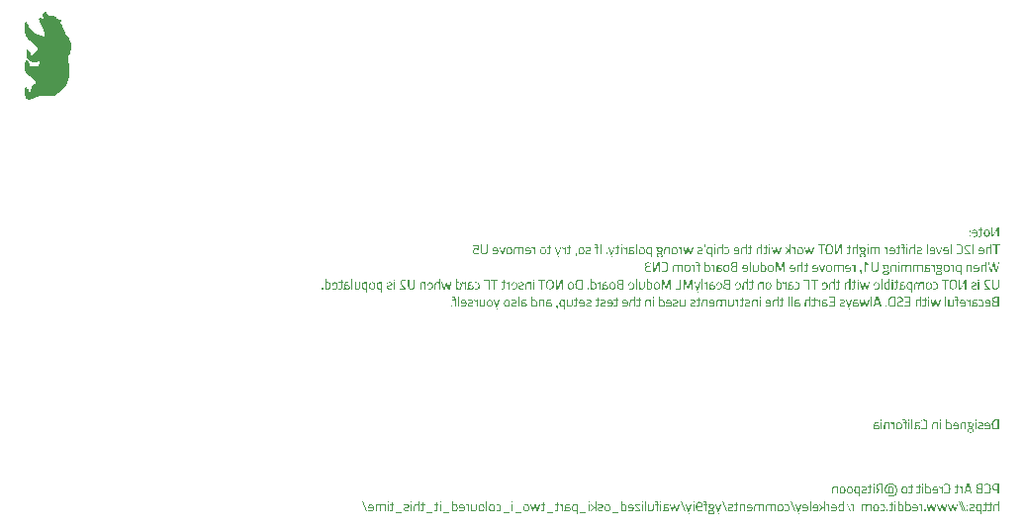
<source format=gbo>
G04 Layer: BottomSilkscreenLayer*
G04 EasyEDA v6.5.22, 2022-12-22 19:42:36*
G04 63d54b84b90b4e81b1216e971f4bcc08,b137401b17fb4d15a04862e99c0880a0,10*
G04 Gerber Generator version 0.2*
G04 Scale: 100 percent, Rotated: No, Reflected: No *
G04 Dimensions in millimeters *
G04 leading zeros omitted , absolute positions ,4 integer and 5 decimal *
%FSLAX45Y45*%
%MOMM*%

%ADD10C,0.0001*%

%LPD*%
G36*
X-4369562Y273151D02*
G01*
X-4375302Y272745D01*
X-4379569Y271322D01*
X-4382973Y268579D01*
X-4386224Y264058D01*
X-4390237Y255981D01*
X-4391761Y248462D01*
X-4390847Y240995D01*
X-4383735Y224129D01*
X-4381144Y214782D01*
X-4380280Y207416D01*
X-4381652Y204419D01*
X-4386427Y207721D01*
X-4394555Y215188D01*
X-4402226Y223113D01*
X-4405630Y227787D01*
X-4407357Y229565D01*
X-4411472Y229209D01*
X-4416348Y227177D01*
X-4420362Y223926D01*
X-4423664Y218287D01*
X-4424426Y212090D01*
X-4422648Y204317D01*
X-4418177Y194005D01*
X-4401769Y159004D01*
X-4395063Y143764D01*
X-4389272Y129844D01*
X-4384446Y117297D01*
X-4380585Y106019D01*
X-4377588Y96012D01*
X-4375454Y87122D01*
X-4374184Y79349D01*
X-4373778Y72694D01*
X-4373778Y62433D01*
X-4382668Y64414D01*
X-4399991Y69596D01*
X-4449064Y85648D01*
X-4468215Y104190D01*
X-4476242Y111658D01*
X-4483811Y118262D01*
X-4490110Y123342D01*
X-4499610Y129946D01*
X-4504283Y136093D01*
X-4508601Y144830D01*
X-4514494Y161747D01*
X-4516983Y167436D01*
X-4519879Y173228D01*
X-4526381Y184302D01*
X-4529632Y189128D01*
X-4532680Y193141D01*
X-4535271Y196138D01*
X-4537354Y197916D01*
X-4538726Y198120D01*
X-4539234Y196646D01*
X-4538218Y190855D01*
X-4538218Y189179D01*
X-4538726Y188112D01*
X-4540554Y187350D01*
X-4541113Y186283D01*
X-4541266Y184658D01*
X-4540859Y179273D01*
X-4541621Y177546D01*
X-4543044Y177546D01*
X-4544872Y179578D01*
X-4546803Y181051D01*
X-4548327Y179832D01*
X-4548987Y176885D01*
X-4547666Y168859D01*
X-4547311Y160934D01*
X-4547463Y138684D01*
X-4547870Y122428D01*
X-4547565Y111658D01*
X-4547057Y107391D01*
X-4546244Y103428D01*
X-4543704Y94843D01*
X-4541570Y89052D01*
X-4539183Y83312D01*
X-4533442Y71729D01*
X-4526534Y60248D01*
X-4518558Y49022D01*
X-4509617Y38100D01*
X-4499813Y27686D01*
X-4489196Y17780D01*
X-4477867Y8636D01*
X-4465726Y-660D01*
X-4457547Y-7416D01*
X-4450588Y-14122D01*
X-4442155Y-23164D01*
X-4437888Y-28143D01*
X-4434382Y-32664D01*
X-4431995Y-36372D01*
X-4431131Y-38658D01*
X-4432401Y-41198D01*
X-4435805Y-45618D01*
X-4440885Y-51257D01*
X-4453839Y-64363D01*
X-4460494Y-71628D01*
X-4466183Y-78486D01*
X-4476191Y-91795D01*
X-4481474Y-96113D01*
X-4485944Y-96977D01*
X-4489297Y-94234D01*
X-4492396Y-88138D01*
X-4496511Y-78892D01*
X-4499051Y-73812D01*
X-4502454Y-68478D01*
X-4506417Y-63246D01*
X-4510684Y-58369D01*
X-4514951Y-54051D01*
X-4519066Y-50698D01*
X-4522724Y-48463D01*
X-4525670Y-47650D01*
X-4527092Y-47752D01*
X-4528159Y-48310D01*
X-4528972Y-49682D01*
X-4529480Y-52222D01*
X-4529988Y-62331D01*
X-4529785Y-99161D01*
X-4529226Y-110337D01*
X-4528108Y-116941D01*
X-4527245Y-119176D01*
X-4526178Y-121056D01*
X-4523232Y-124460D01*
X-4518355Y-128930D01*
X-4504842Y-139547D01*
X-4497324Y-144932D01*
X-4490008Y-149809D01*
X-4483404Y-153822D01*
X-4478070Y-156514D01*
X-4473854Y-158140D01*
X-4469892Y-159156D01*
X-4465878Y-159512D01*
X-4461611Y-159156D01*
X-4456836Y-158089D01*
X-4451299Y-156159D01*
X-4444695Y-153466D01*
X-4417822Y-141376D01*
X-4416907Y-143052D01*
X-4417060Y-148386D01*
X-4418380Y-157784D01*
X-4425238Y-194513D01*
X-4501540Y-193700D01*
X-4503267Y-193090D01*
X-4504334Y-191363D01*
X-4504944Y-188163D01*
X-4505553Y-175666D01*
X-4506722Y-168300D01*
X-4508449Y-161239D01*
X-4510786Y-154635D01*
X-4513580Y-148742D01*
X-4516780Y-143662D01*
X-4520336Y-139598D01*
X-4524197Y-136702D01*
X-4529124Y-134061D01*
X-4531868Y-133248D01*
X-4532884Y-134264D01*
X-4532172Y-139141D01*
X-4532528Y-140309D01*
X-4533747Y-140817D01*
X-4535932Y-140766D01*
X-4538522Y-141020D01*
X-4540148Y-143357D01*
X-4541316Y-149250D01*
X-4543145Y-166878D01*
X-4543958Y-181559D01*
X-4544263Y-196900D01*
X-4544060Y-211480D01*
X-4543399Y-224028D01*
X-4542282Y-233222D01*
X-4541570Y-236169D01*
X-4539386Y-240385D01*
X-4535271Y-245313D01*
X-4528820Y-251307D01*
X-4513630Y-263753D01*
X-4501032Y-274726D01*
X-4488281Y-286512D01*
X-4476191Y-298450D01*
X-4465421Y-309727D01*
X-4456785Y-319481D01*
X-4451045Y-326999D01*
X-4449470Y-329692D01*
X-4448911Y-331520D01*
X-4449419Y-332384D01*
X-4454398Y-334873D01*
X-4463135Y-339852D01*
X-4468774Y-343458D01*
X-4473549Y-347319D01*
X-4477664Y-351637D01*
X-4481220Y-356616D01*
X-4484370Y-362508D01*
X-4487214Y-369570D01*
X-4489958Y-378053D01*
X-4495038Y-396595D01*
X-4497171Y-403656D01*
X-4499203Y-409448D01*
X-4501032Y-413766D01*
X-4502658Y-416661D01*
X-4504131Y-418084D01*
X-4505299Y-417931D01*
X-4506214Y-416153D01*
X-4511040Y-399694D01*
X-4513427Y-392480D01*
X-4516221Y-386842D01*
X-4520031Y-381762D01*
X-4525518Y-376224D01*
X-4532680Y-369874D01*
X-4536897Y-366928D01*
X-4538929Y-367284D01*
X-4539691Y-372160D01*
X-4540402Y-373481D01*
X-4541469Y-374345D01*
X-4544212Y-374853D01*
X-4545025Y-375462D01*
X-4545330Y-376428D01*
X-4544720Y-378968D01*
X-4544669Y-380136D01*
X-4544872Y-381101D01*
X-4545380Y-381711D01*
X-4545939Y-384149D01*
X-4546447Y-390194D01*
X-4546854Y-409346D01*
X-4546803Y-436118D01*
X-4538370Y-452577D01*
X-4533849Y-460603D01*
X-4529277Y-466902D01*
X-4524552Y-471627D01*
X-4519472Y-474827D01*
X-4513986Y-476554D01*
X-4507992Y-476808D01*
X-4501286Y-475691D01*
X-4445152Y-456285D01*
X-4428185Y-450088D01*
X-4424730Y-448564D01*
X-4423308Y-448157D01*
X-4416247Y-447293D01*
X-4390288Y-445617D01*
X-4372711Y-444957D01*
X-4356760Y-444042D01*
X-4344924Y-442925D01*
X-4336948Y-441553D01*
X-4329277Y-439064D01*
X-4325924Y-438607D01*
X-4322978Y-439420D01*
X-4316628Y-443026D01*
X-4313631Y-444296D01*
X-4310786Y-445160D01*
X-4308398Y-445465D01*
X-4305554Y-445160D01*
X-4302150Y-444246D01*
X-4298188Y-442772D01*
X-4293768Y-440740D01*
X-4283710Y-435254D01*
X-4272483Y-428040D01*
X-4260443Y-419506D01*
X-4248048Y-409803D01*
X-4235754Y-399288D01*
X-4223969Y-388315D01*
X-4212945Y-377088D01*
X-4203750Y-366826D01*
X-4199737Y-361848D01*
X-4192778Y-351840D01*
X-4186783Y-341325D01*
X-4184091Y-335686D01*
X-4179062Y-323240D01*
X-4174286Y-308813D01*
X-4169308Y-291744D01*
X-4166565Y-281533D01*
X-4164736Y-273253D01*
X-4163517Y-265277D01*
X-4162907Y-256082D01*
X-4162602Y-227838D01*
X-4162958Y-200355D01*
X-4163568Y-190652D01*
X-4164584Y-182067D01*
X-4166158Y-173329D01*
X-4172559Y-144424D01*
X-4173982Y-137160D01*
X-4174947Y-130962D01*
X-4175455Y-125628D01*
X-4175455Y-120853D01*
X-4174998Y-116382D01*
X-4173982Y-111912D01*
X-4172458Y-107238D01*
X-4170426Y-102108D01*
X-4159758Y-78384D01*
X-4155592Y-67868D01*
X-4152442Y-58928D01*
X-4150868Y-52832D01*
X-4150055Y-46532D01*
X-4149140Y-30988D01*
X-4149090Y-14122D01*
X-4149902Y965D01*
X-4150664Y6858D01*
X-4151579Y11582D01*
X-4154373Y21539D01*
X-4158234Y31699D01*
X-4162907Y41706D01*
X-4168292Y51104D01*
X-4171137Y55473D01*
X-4174083Y59537D01*
X-4187647Y75895D01*
X-4191660Y81381D01*
X-4195064Y86614D01*
X-4197959Y91897D01*
X-4200499Y97383D01*
X-4202887Y103378D01*
X-4208018Y117957D01*
X-4211370Y125526D01*
X-4214825Y132130D01*
X-4218178Y137160D01*
X-4225391Y146456D01*
X-4221784Y153924D01*
X-4219702Y159664D01*
X-4220210Y164134D01*
X-4223918Y168554D01*
X-4236008Y177241D01*
X-4238548Y179832D01*
X-4239412Y182321D01*
X-4238955Y185420D01*
X-4237278Y192328D01*
X-4236364Y197866D01*
X-4236212Y202184D01*
X-4237024Y205536D01*
X-4238802Y207975D01*
X-4241698Y209854D01*
X-4245711Y211277D01*
X-4255922Y213664D01*
X-4260392Y215696D01*
X-4264710Y218643D01*
X-4273956Y227126D01*
X-4278325Y230682D01*
X-4282643Y233476D01*
X-4287062Y235610D01*
X-4291888Y237236D01*
X-4297426Y238404D01*
X-4303826Y239217D01*
X-4321810Y240639D01*
X-4328922Y241808D01*
X-4334357Y243789D01*
X-4339590Y246989D01*
X-4343654Y250088D01*
X-4348073Y254152D01*
X-4352340Y258673D01*
X-4359960Y267970D01*
X-4363212Y271068D01*
X-4366260Y272694D01*
G37*
G36*
X1209802Y-1862632D02*
G01*
X1197610Y-1863394D01*
X1197610Y-1871014D01*
X1208786Y-1870760D01*
X1210818Y-1870913D01*
X1212545Y-1871472D01*
X1213967Y-1872335D01*
X1215136Y-1873554D01*
X1215898Y-1875282D01*
X1216456Y-1877720D01*
X1216812Y-1880870D01*
X1216914Y-1890064D01*
X1199388Y-1890064D01*
X1199388Y-1897684D01*
X1216914Y-1897684D01*
X1216914Y-1950008D01*
X1225804Y-1950008D01*
X1225804Y-1897684D01*
X1233424Y-1897684D01*
X1233424Y-1890064D01*
X1225804Y-1890064D01*
X1225600Y-1878634D01*
X1224940Y-1873808D01*
X1223822Y-1869998D01*
X1222248Y-1867204D01*
X1220114Y-1865223D01*
X1217371Y-1863750D01*
X1213916Y-1862937D01*
G37*
G36*
X3676142Y-1863902D02*
G01*
X3676142Y-1893366D01*
X3671366Y-1891385D01*
X3666693Y-1889963D01*
X3662070Y-1889099D01*
X3657600Y-1888794D01*
X3652113Y-1889201D01*
X3647541Y-1890420D01*
X3643985Y-1892503D01*
X3641344Y-1895398D01*
X3639565Y-1899208D01*
X3638296Y-1904288D01*
X3637534Y-1910638D01*
X3637279Y-1918258D01*
X3637279Y-1950008D01*
X3646170Y-1950008D01*
X3646170Y-1918512D01*
X3646322Y-1912772D01*
X3646830Y-1908048D01*
X3647592Y-1904288D01*
X3648710Y-1901494D01*
X3650335Y-1899513D01*
X3652570Y-1898040D01*
X3655517Y-1897227D01*
X3659124Y-1896922D01*
X3662883Y-1897075D01*
X3666591Y-1897634D01*
X3670249Y-1898497D01*
X3676142Y-1900478D01*
X3676142Y-1950008D01*
X3685032Y-1950008D01*
X3685032Y-1863902D01*
G37*
G36*
X2103628Y-1863902D02*
G01*
X2103628Y-1893366D01*
X2098852Y-1891385D01*
X2094179Y-1889963D01*
X2089556Y-1889099D01*
X2085086Y-1888794D01*
X2079599Y-1889201D01*
X2075027Y-1890420D01*
X2071471Y-1892503D01*
X2068830Y-1895398D01*
X2067052Y-1899208D01*
X2065782Y-1904288D01*
X2065020Y-1910638D01*
X2064766Y-1918258D01*
X2064766Y-1950008D01*
X2073910Y-1950008D01*
X2073910Y-1918512D01*
X2074062Y-1912772D01*
X2074468Y-1908048D01*
X2075180Y-1904288D01*
X2076196Y-1901494D01*
X2077821Y-1899513D01*
X2080056Y-1898040D01*
X2083003Y-1897227D01*
X2086610Y-1896922D01*
X2090369Y-1897075D01*
X2094077Y-1897634D01*
X2097735Y-1898497D01*
X2103628Y-1900478D01*
X2103628Y-1950008D01*
X2112518Y-1950008D01*
X2112518Y-1863902D01*
G37*
G36*
X1751584Y-1863902D02*
G01*
X1751584Y-1938832D01*
X1760474Y-1938832D01*
X1760474Y-1897938D01*
X1767839Y-1896973D01*
X1774698Y-1896668D01*
X1778914Y-1897024D01*
X1782470Y-1898142D01*
X1785264Y-1899970D01*
X1787398Y-1902510D01*
X1788972Y-1905812D01*
X1790039Y-1909927D01*
X1790750Y-1914855D01*
X1790954Y-1920544D01*
X1790700Y-1926945D01*
X1789887Y-1932178D01*
X1788515Y-1936191D01*
X1786636Y-1939086D01*
X1784756Y-1941068D01*
X1782572Y-1942388D01*
X1780184Y-1942947D01*
X1776984Y-1943150D01*
X1773428Y-1942896D01*
X1769364Y-1942134D01*
X1762760Y-1939848D01*
X1760474Y-1938832D01*
X1751584Y-1938832D01*
X1751584Y-1950008D01*
X1760474Y-1950008D01*
X1760474Y-1945944D01*
X1765046Y-1948281D01*
X1769567Y-1949957D01*
X1774037Y-1950923D01*
X1778507Y-1951278D01*
X1783029Y-1950974D01*
X1786889Y-1950008D01*
X1790496Y-1948281D01*
X1792173Y-1947113D01*
X1793748Y-1945690D01*
X1798523Y-1936445D01*
X1800098Y-1921814D01*
X1798624Y-1906676D01*
X1794256Y-1896414D01*
X1790954Y-1893062D01*
X1786686Y-1890674D01*
X1781454Y-1889252D01*
X1775206Y-1888794D01*
X1767992Y-1889150D01*
X1760474Y-1890318D01*
X1760474Y-1863902D01*
G37*
G36*
X1660652Y-1863902D02*
G01*
X1660652Y-1950008D01*
X1669542Y-1950008D01*
X1669542Y-1863902D01*
G37*
G36*
X1272286Y-1863902D02*
G01*
X1272286Y-1938832D01*
X1281176Y-1938832D01*
X1281176Y-1897938D01*
X1288542Y-1896973D01*
X1295400Y-1896668D01*
X1299616Y-1897024D01*
X1303172Y-1898142D01*
X1305966Y-1899970D01*
X1308100Y-1902510D01*
X1309674Y-1905812D01*
X1310741Y-1909927D01*
X1311452Y-1914855D01*
X1311656Y-1920544D01*
X1311402Y-1926945D01*
X1310640Y-1932178D01*
X1309370Y-1936191D01*
X1307592Y-1939086D01*
X1305509Y-1941068D01*
X1303274Y-1942388D01*
X1300937Y-1942947D01*
X1297940Y-1943150D01*
X1294180Y-1942896D01*
X1290066Y-1942134D01*
X1283462Y-1939848D01*
X1281176Y-1938832D01*
X1272286Y-1938832D01*
X1272286Y-1950008D01*
X1281176Y-1950008D01*
X1281176Y-1945944D01*
X1285748Y-1948281D01*
X1290269Y-1949957D01*
X1294739Y-1950923D01*
X1299210Y-1951278D01*
X1303731Y-1950974D01*
X1307592Y-1950008D01*
X1311198Y-1948281D01*
X1312875Y-1947113D01*
X1314450Y-1945690D01*
X1319225Y-1936445D01*
X1320800Y-1921814D01*
X1319428Y-1906676D01*
X1315212Y-1896414D01*
X1311808Y-1893062D01*
X1307490Y-1890674D01*
X1302156Y-1889252D01*
X1295908Y-1888794D01*
X1288694Y-1889150D01*
X1281176Y-1890318D01*
X1281176Y-1863902D01*
G37*
G36*
X929132Y-1865680D02*
G01*
X924102Y-1865833D01*
X912774Y-1867255D01*
X906526Y-1868474D01*
X907034Y-1876094D01*
X918413Y-1874570D01*
X928624Y-1874062D01*
X934669Y-1874570D01*
X939546Y-1876043D01*
X943305Y-1878482D01*
X945896Y-1881936D01*
X949147Y-1892554D01*
X950214Y-1908606D01*
X950010Y-1917242D01*
X949452Y-1923846D01*
X948334Y-1929384D01*
X946403Y-1934260D01*
X945134Y-1936394D01*
X943610Y-1938172D01*
X941832Y-1939696D01*
X939800Y-1940864D01*
X937361Y-1941779D01*
X934415Y-1942388D01*
X930910Y-1942795D01*
X922477Y-1942795D01*
X912571Y-1941779D01*
X907034Y-1940864D01*
X906526Y-1948738D01*
X918311Y-1950669D01*
X923747Y-1951126D01*
X928878Y-1951278D01*
X933500Y-1951126D01*
X937615Y-1950567D01*
X941374Y-1949704D01*
X944626Y-1948484D01*
X947521Y-1946910D01*
X950010Y-1944979D01*
X952195Y-1942744D01*
X954024Y-1940102D01*
X955548Y-1937207D01*
X956818Y-1934006D01*
X957834Y-1930603D01*
X959154Y-1922983D01*
X959764Y-1913839D01*
X959764Y-1903272D01*
X959154Y-1893976D01*
X957834Y-1886356D01*
X956818Y-1882952D01*
X955548Y-1879752D01*
X954024Y-1876856D01*
X952195Y-1874164D01*
X950010Y-1871827D01*
X947521Y-1869948D01*
X944626Y-1868474D01*
X941476Y-1867255D01*
X937818Y-1866392D01*
X933703Y-1865833D01*
G37*
G36*
X2929382Y-1865934D02*
G01*
X2929382Y-1876348D01*
X2938272Y-1876348D01*
X2938272Y-1865934D01*
G37*
G36*
X3697478Y-1866950D02*
G01*
X3714242Y-1950008D01*
X3731006Y-1950008D01*
X3746754Y-1879142D01*
X3762501Y-1950008D01*
X3779520Y-1950008D01*
X3796284Y-1866950D01*
X3786886Y-1866950D01*
X3772662Y-1941880D01*
X3769106Y-1941880D01*
X3752342Y-1867712D01*
X3741420Y-1867712D01*
X3724401Y-1941880D01*
X3721100Y-1941880D01*
X3706876Y-1866950D01*
G37*
G36*
X2700528Y-1866950D02*
G01*
X2700528Y-1924862D01*
X2700985Y-1931365D01*
X2702356Y-1936851D01*
X2704693Y-1941372D01*
X2707894Y-1944928D01*
X2712008Y-1947722D01*
X2716987Y-1949704D01*
X2722778Y-1950872D01*
X2729484Y-1951278D01*
X2736291Y-1950872D01*
X2742184Y-1949704D01*
X2747213Y-1947722D01*
X2751328Y-1944928D01*
X2754426Y-1941372D01*
X2756662Y-1936851D01*
X2757982Y-1931365D01*
X2758440Y-1924862D01*
X2758440Y-1866950D01*
X2749296Y-1866950D01*
X2749296Y-1925116D01*
X2744419Y-1938629D01*
X2729738Y-1943150D01*
X2725064Y-1942896D01*
X2721051Y-1942084D01*
X2717596Y-1940712D01*
X2714752Y-1938832D01*
X2712516Y-1936343D01*
X2710942Y-1933244D01*
X2709976Y-1929485D01*
X2709672Y-1925116D01*
X2709672Y-1866950D01*
G37*
G36*
X1879092Y-1866950D02*
G01*
X1879092Y-1950008D01*
X1888489Y-1950008D01*
X1888489Y-1876856D01*
X1890014Y-1876856D01*
X1914143Y-1946960D01*
X1924557Y-1946960D01*
X1948688Y-1876856D01*
X1950212Y-1876856D01*
X1950212Y-1950008D01*
X1959610Y-1950008D01*
X1959610Y-1866950D01*
X1942846Y-1866950D01*
X1919478Y-1937054D01*
X1895856Y-1866950D01*
G37*
G36*
X1524000Y-1866950D02*
G01*
X1518158Y-1867255D01*
X1513128Y-1868220D01*
X1508912Y-1869795D01*
X1505458Y-1872030D01*
X1502765Y-1874926D01*
X1500886Y-1878584D01*
X1499768Y-1882952D01*
X1499403Y-1889048D01*
X1508760Y-1889048D01*
X1509014Y-1885594D01*
X1509725Y-1882698D01*
X1510893Y-1880311D01*
X1512570Y-1878380D01*
X1514754Y-1876958D01*
X1517396Y-1875891D01*
X1520545Y-1875282D01*
X1524254Y-1875078D01*
X1544828Y-1875078D01*
X1544828Y-1903780D01*
X1523492Y-1903780D01*
X1519936Y-1903577D01*
X1516888Y-1902866D01*
X1514348Y-1901799D01*
X1512316Y-1900224D01*
X1510741Y-1898091D01*
X1509623Y-1895500D01*
X1508963Y-1892503D01*
X1508760Y-1889048D01*
X1499403Y-1889048D01*
X1499514Y-1891741D01*
X1500022Y-1894992D01*
X1500784Y-1897837D01*
X1501902Y-1900224D01*
X1503476Y-1902256D01*
X1505356Y-1904085D01*
X1507540Y-1905711D01*
X1510030Y-1907082D01*
X1500124Y-1914245D01*
X1496889Y-1926386D01*
X1505966Y-1926386D01*
X1506067Y-1924202D01*
X1506423Y-1922170D01*
X1507744Y-1918766D01*
X1509776Y-1915972D01*
X1510995Y-1914956D01*
X1512316Y-1914194D01*
X1515008Y-1913178D01*
X1517700Y-1912467D01*
X1520444Y-1912061D01*
X1523238Y-1911908D01*
X1544828Y-1911908D01*
X1544828Y-1941880D01*
X1522730Y-1941880D01*
X1518920Y-1941677D01*
X1515567Y-1940966D01*
X1512671Y-1939899D01*
X1510284Y-1938324D01*
X1508404Y-1936343D01*
X1507032Y-1933702D01*
X1506220Y-1930349D01*
X1505966Y-1926386D01*
X1496889Y-1926386D01*
X1497228Y-1932432D01*
X1498447Y-1937359D01*
X1500530Y-1941474D01*
X1503426Y-1944674D01*
X1507083Y-1947011D01*
X1511503Y-1948688D01*
X1516634Y-1949653D01*
X1522476Y-1950008D01*
X1553972Y-1950008D01*
X1553972Y-1866950D01*
G37*
G36*
X830834Y-1866950D02*
G01*
X830834Y-1950008D01*
X847598Y-1950008D01*
X879856Y-1875078D01*
X882142Y-1875078D01*
X882142Y-1950008D01*
X891540Y-1950008D01*
X891540Y-1866950D01*
X874268Y-1866950D01*
X842264Y-1941880D01*
X839724Y-1941880D01*
X839724Y-1866950D01*
G37*
G36*
X787654Y-1869490D02*
G01*
X781659Y-1869795D01*
X776528Y-1870710D01*
X772363Y-1872183D01*
X769112Y-1874316D01*
X766572Y-1877212D01*
X764743Y-1880819D01*
X763625Y-1885086D01*
X763270Y-1890064D01*
X763676Y-1894890D01*
X764133Y-1896719D01*
X767080Y-1902002D01*
X768908Y-1903780D01*
X772871Y-1906778D01*
X774954Y-1908098D01*
X771753Y-1909470D01*
X769010Y-1910943D01*
X766673Y-1912620D01*
X764794Y-1914448D01*
X763219Y-1916785D01*
X762101Y-1919732D01*
X761441Y-1923237D01*
X761238Y-1927402D01*
X761644Y-1932990D01*
X762812Y-1937867D01*
X764794Y-1942033D01*
X767588Y-1945436D01*
X771093Y-1947976D01*
X775512Y-1949805D01*
X780897Y-1950923D01*
X787146Y-1951278D01*
X792429Y-1951126D01*
X797864Y-1950669D01*
X803503Y-1949856D01*
X813053Y-1947976D01*
X812292Y-1940356D01*
X805891Y-1941575D01*
X799744Y-1942439D01*
X793699Y-1942998D01*
X787908Y-1943150D01*
X775157Y-1939137D01*
X770890Y-1927656D01*
X774954Y-1916785D01*
X787146Y-1912670D01*
X803148Y-1912670D01*
X803148Y-1904796D01*
X787146Y-1904796D01*
X784656Y-1904542D01*
X782218Y-1903780D01*
X779830Y-1902510D01*
X777494Y-1900732D01*
X775360Y-1898650D01*
X773887Y-1896211D01*
X772972Y-1893468D01*
X772668Y-1890318D01*
X772922Y-1887220D01*
X773633Y-1884578D01*
X774801Y-1882393D01*
X776478Y-1880666D01*
X778662Y-1879447D01*
X781507Y-1878584D01*
X784910Y-1878025D01*
X788924Y-1877872D01*
X793750Y-1877974D01*
X803249Y-1878888D01*
X811022Y-1880158D01*
X811784Y-1872792D01*
X806094Y-1871370D01*
X800150Y-1870303D01*
X794004Y-1869693D01*
G37*
G36*
X2644140Y-1870760D02*
G01*
X2644140Y-1950008D01*
X2653284Y-1950008D01*
X2653284Y-1881174D01*
X2673858Y-1894636D01*
X2677922Y-1887524D01*
X2652776Y-1870760D01*
G37*
G36*
X2142744Y-1871522D02*
G01*
X2142744Y-1890064D01*
X2123694Y-1890064D01*
X2123694Y-1897684D01*
X2142744Y-1897684D01*
X2142642Y-1931162D01*
X2141880Y-1938020D01*
X2141220Y-1940102D01*
X2140204Y-1941423D01*
X2138680Y-1942388D01*
X2136648Y-1942947D01*
X2134108Y-1943150D01*
X2123440Y-1942642D01*
X2122678Y-1950008D01*
X2129790Y-1950974D01*
X2134870Y-1951278D01*
X2139238Y-1950974D01*
X2142845Y-1950161D01*
X2145842Y-1948688D01*
X2148078Y-1946706D01*
X2149652Y-1943912D01*
X2150770Y-1940102D01*
X2151430Y-1935276D01*
X2151634Y-1929434D01*
X2151634Y-1897684D01*
X2160016Y-1897684D01*
X2160016Y-1890064D01*
X2151634Y-1890064D01*
X2151634Y-1871522D01*
G37*
G36*
X3598164Y-1888794D02*
G01*
X3592474Y-1889201D01*
X3587546Y-1890522D01*
X3583432Y-1892655D01*
X3580129Y-1895652D01*
X3577488Y-1899462D01*
X3575558Y-1904288D01*
X3574440Y-1910130D01*
X3574064Y-1916480D01*
X3582924Y-1916480D01*
X3583127Y-1911400D01*
X3583838Y-1907133D01*
X3584905Y-1903679D01*
X3586479Y-1900986D01*
X3588562Y-1899005D01*
X3591204Y-1897532D01*
X3594404Y-1896719D01*
X3598164Y-1896414D01*
X3601872Y-1896719D01*
X3605072Y-1897634D01*
X3607815Y-1899107D01*
X3610101Y-1901240D01*
X3611879Y-1903984D01*
X3613150Y-1907438D01*
X3613912Y-1911604D01*
X3614165Y-1916480D01*
X3574064Y-1916480D01*
X3574542Y-1923592D01*
X3614165Y-1923592D01*
X3613962Y-1928317D01*
X3613251Y-1932432D01*
X3612184Y-1935835D01*
X3610610Y-1938578D01*
X3608374Y-1940560D01*
X3605529Y-1942033D01*
X3602024Y-1942846D01*
X3597910Y-1943150D01*
X3579876Y-1942642D01*
X3576320Y-1942134D01*
X3576065Y-1949246D01*
X3588765Y-1950770D01*
X3599434Y-1951278D01*
X3605428Y-1950821D01*
X3610508Y-1949399D01*
X3614572Y-1947011D01*
X3617722Y-1943658D01*
X3620160Y-1939442D01*
X3621887Y-1934108D01*
X3622954Y-1927758D01*
X3623310Y-1920290D01*
X3621735Y-1906524D01*
X3617010Y-1896668D01*
X3609187Y-1890775D01*
G37*
G36*
X3532632Y-1888794D02*
G01*
X3527044Y-1889201D01*
X3522472Y-1890420D01*
X3518915Y-1892503D01*
X3516376Y-1895398D01*
X3514598Y-1899208D01*
X3513328Y-1904288D01*
X3512565Y-1910638D01*
X3512312Y-1918258D01*
X3512312Y-1950008D01*
X3521201Y-1950008D01*
X3521201Y-1918512D01*
X3521354Y-1912772D01*
X3521760Y-1908048D01*
X3522472Y-1904288D01*
X3523487Y-1901494D01*
X3525113Y-1899513D01*
X3527450Y-1898040D01*
X3530447Y-1897227D01*
X3534156Y-1896922D01*
X3538118Y-1897176D01*
X3542284Y-1897938D01*
X3548634Y-1900224D01*
X3550920Y-1901240D01*
X3550920Y-1950008D01*
X3560064Y-1950008D01*
X3560064Y-1890064D01*
X3551174Y-1890064D01*
X3551174Y-1894128D01*
X3546297Y-1891792D01*
X3541572Y-1890115D01*
X3537051Y-1889150D01*
G37*
G36*
X3442208Y-1888794D02*
G01*
X3436874Y-1889252D01*
X3432352Y-1890623D01*
X3428644Y-1892960D01*
X3425698Y-1896160D01*
X3421887Y-1905711D01*
X3420640Y-1919782D01*
X3429762Y-1919782D01*
X3429965Y-1913991D01*
X3430676Y-1909114D01*
X3431743Y-1905101D01*
X3433318Y-1902002D01*
X3435299Y-1899767D01*
X3437636Y-1898192D01*
X3440379Y-1897227D01*
X3443478Y-1896922D01*
X3447338Y-1897176D01*
X3451351Y-1897938D01*
X3455009Y-1899208D01*
X3457956Y-1900478D01*
X3460242Y-1901748D01*
X3460242Y-1942134D01*
X3452672Y-1943100D01*
X3447287Y-1943404D01*
X3442715Y-1943049D01*
X3438906Y-1941982D01*
X3435858Y-1940255D01*
X3433572Y-1937816D01*
X3431895Y-1934667D01*
X3430727Y-1930654D01*
X3430015Y-1925675D01*
X3429762Y-1919782D01*
X3420640Y-1919782D01*
X3422142Y-1934413D01*
X3426714Y-1943912D01*
X3430168Y-1947113D01*
X3434638Y-1949450D01*
X3440176Y-1950821D01*
X3446779Y-1951278D01*
X3453841Y-1950923D01*
X3460242Y-1949754D01*
X3460242Y-1976678D01*
X3469132Y-1976678D01*
X3469132Y-1890064D01*
X3460242Y-1890064D01*
X3460242Y-1894382D01*
X3455670Y-1891944D01*
X3451148Y-1890217D01*
X3446678Y-1889150D01*
G37*
G36*
X3375151Y-1888794D02*
G01*
X3375151Y-1897684D01*
X3380282Y-1898954D01*
X3388207Y-1901698D01*
X3392373Y-1903475D01*
X3396996Y-1906066D01*
X3396996Y-1950008D01*
X3405886Y-1950008D01*
X3405886Y-1890064D01*
X3396996Y-1890064D01*
X3396996Y-1898192D01*
X3391712Y-1894941D01*
X3386328Y-1892300D01*
X3380790Y-1890217D01*
G37*
G36*
X3342386Y-1888794D02*
G01*
X3335934Y-1889252D01*
X3330448Y-1890623D01*
X3325977Y-1892960D01*
X3322574Y-1896160D01*
X3318408Y-1905762D01*
X3316986Y-1919782D01*
X3326129Y-1919782D01*
X3326333Y-1913686D01*
X3326993Y-1908606D01*
X3328111Y-1904542D01*
X3329686Y-1901494D01*
X3331718Y-1899361D01*
X3334512Y-1897888D01*
X3338068Y-1896973D01*
X3342386Y-1896668D01*
X3346805Y-1896973D01*
X3350463Y-1897888D01*
X3353308Y-1899361D01*
X3355340Y-1901494D01*
X3356914Y-1904542D01*
X3357981Y-1908606D01*
X3358692Y-1913686D01*
X3358896Y-1919782D01*
X3358692Y-1925777D01*
X3358134Y-1930806D01*
X3357168Y-1934921D01*
X3355848Y-1938070D01*
X3353765Y-1940407D01*
X3350818Y-1942084D01*
X3347059Y-1943049D01*
X3342386Y-1943404D01*
X3337864Y-1943049D01*
X3334105Y-1942084D01*
X3331260Y-1940407D01*
X3329178Y-1938070D01*
X3327857Y-1935022D01*
X3326892Y-1930958D01*
X3326333Y-1925878D01*
X3326129Y-1919782D01*
X3316986Y-1919782D01*
X3318306Y-1934006D01*
X3322320Y-1943658D01*
X3325672Y-1947011D01*
X3330194Y-1949399D01*
X3335832Y-1950821D01*
X3342640Y-1951278D01*
X3349345Y-1950821D01*
X3354882Y-1949399D01*
X3359353Y-1947011D01*
X3362706Y-1943658D01*
X3366922Y-1934006D01*
X3368294Y-1919782D01*
X3366820Y-1905762D01*
X3362451Y-1896160D01*
X3358896Y-1892960D01*
X3354374Y-1890623D01*
X3348888Y-1889252D01*
G37*
G36*
X3281679Y-1888794D02*
G01*
X3276092Y-1889099D01*
X3269234Y-1890318D01*
X3251453Y-1889810D01*
X3251453Y-1897430D01*
X3262884Y-1897430D01*
X3261106Y-1899615D01*
X3259836Y-1902307D01*
X3259074Y-1905558D01*
X3258820Y-1909368D01*
X3267964Y-1909368D01*
X3268167Y-1905965D01*
X3268726Y-1903120D01*
X3269691Y-1900885D01*
X3271012Y-1899208D01*
X3272790Y-1897888D01*
X3275126Y-1896922D01*
X3278022Y-1896364D01*
X3281426Y-1896160D01*
X3284829Y-1896364D01*
X3287776Y-1896922D01*
X3290163Y-1897888D01*
X3292094Y-1899208D01*
X3293414Y-1900986D01*
X3294379Y-1903272D01*
X3294938Y-1906066D01*
X3295142Y-1909368D01*
X3294938Y-1912670D01*
X3294379Y-1915414D01*
X3293414Y-1917598D01*
X3292094Y-1919274D01*
X3290163Y-1920595D01*
X3287776Y-1921560D01*
X3284829Y-1922119D01*
X3281426Y-1922322D01*
X3278022Y-1922119D01*
X3275126Y-1921560D01*
X3272790Y-1920595D01*
X3271012Y-1919274D01*
X3269691Y-1917598D01*
X3268726Y-1915414D01*
X3268167Y-1912670D01*
X3267964Y-1909368D01*
X3258820Y-1909368D01*
X3259175Y-1914550D01*
X3260242Y-1918919D01*
X3261969Y-1922424D01*
X3264408Y-1925116D01*
X3267608Y-1927098D01*
X3271672Y-1928571D01*
X3276498Y-1929384D01*
X3283712Y-1929638D01*
X3288029Y-1929180D01*
X3289554Y-1933549D01*
X3290062Y-1936038D01*
X3289909Y-1937664D01*
X3289503Y-1938934D01*
X3288792Y-1939950D01*
X3287776Y-1940610D01*
X3286048Y-1940966D01*
X3268726Y-1941626D01*
X3264204Y-1942338D01*
X3260496Y-1943506D01*
X3257550Y-1945182D01*
X3255314Y-1947367D01*
X3253740Y-1950466D01*
X3252774Y-1954377D01*
X3252470Y-1959152D01*
X3261614Y-1959152D01*
X3261817Y-1956358D01*
X3262376Y-1954123D01*
X3263341Y-1952447D01*
X3264662Y-1951278D01*
X3266440Y-1950516D01*
X3268979Y-1949957D01*
X3272282Y-1949602D01*
X3289300Y-1948738D01*
X3292551Y-1951532D01*
X3294634Y-1953818D01*
X3295599Y-1956358D01*
X3295904Y-1959406D01*
X3295700Y-1962353D01*
X3295040Y-1964791D01*
X3293922Y-1966772D01*
X3292348Y-1968296D01*
X3290214Y-1969312D01*
X3287318Y-1970024D01*
X3283712Y-1970430D01*
X3279394Y-1970582D01*
X3274923Y-1970430D01*
X3271113Y-1969922D01*
X3268065Y-1969160D01*
X3265678Y-1968042D01*
X3263900Y-1966417D01*
X3262629Y-1964436D01*
X3261867Y-1961997D01*
X3261614Y-1959152D01*
X3252470Y-1959152D01*
X3254146Y-1967484D01*
X3259124Y-1973427D01*
X3267456Y-1977034D01*
X3279140Y-1978202D01*
X3285744Y-1977948D01*
X3291281Y-1977237D01*
X3295751Y-1976069D01*
X3299206Y-1974392D01*
X3301644Y-1972005D01*
X3303422Y-1968804D01*
X3304438Y-1964842D01*
X3304794Y-1960168D01*
X3304286Y-1955596D01*
X3303625Y-1953666D01*
X3302762Y-1952040D01*
X3299764Y-1948789D01*
X3295396Y-1945182D01*
X3296818Y-1943811D01*
X3297885Y-1941931D01*
X3298494Y-1939594D01*
X3298698Y-1936800D01*
X3297936Y-1933956D01*
X3294634Y-1927402D01*
X3298748Y-1924659D01*
X3301695Y-1920748D01*
X3303422Y-1915617D01*
X3304032Y-1909368D01*
X3302609Y-1900377D01*
X3298444Y-1893925D01*
X3291433Y-1890064D01*
G37*
G36*
X3209798Y-1888794D02*
G01*
X3209798Y-1897684D01*
X3214928Y-1898954D01*
X3222853Y-1901698D01*
X3227019Y-1903475D01*
X3231642Y-1906066D01*
X3231642Y-1950008D01*
X3240532Y-1950008D01*
X3240532Y-1890064D01*
X3231642Y-1890064D01*
X3231642Y-1898192D01*
X3226358Y-1894941D01*
X3220974Y-1892300D01*
X3215436Y-1890217D01*
G37*
G36*
X3176016Y-1888794D02*
G01*
X3171291Y-1889099D01*
X3167227Y-1889912D01*
X3163925Y-1891385D01*
X3161284Y-1893366D01*
X3159302Y-1896110D01*
X3157829Y-1899462D01*
X3157016Y-1903475D01*
X3156712Y-1908098D01*
X3156712Y-1920036D01*
X3165602Y-1920036D01*
X3185871Y-1922170D01*
X3188004Y-1922830D01*
X3189833Y-1923745D01*
X3191256Y-1924862D01*
X3192272Y-1926386D01*
X3192983Y-1928164D01*
X3193389Y-1930196D01*
X3193542Y-1932482D01*
X3192983Y-1937359D01*
X3191256Y-1940864D01*
X3188411Y-1942947D01*
X3184398Y-1943658D01*
X3180334Y-1943506D01*
X3176320Y-1942947D01*
X3172358Y-1942084D01*
X3165602Y-1939848D01*
X3165602Y-1920036D01*
X3156712Y-1920036D01*
X3156712Y-1938832D01*
X3156102Y-1940763D01*
X3154680Y-1942338D01*
X3152495Y-1943455D01*
X3149600Y-1944166D01*
X3150108Y-1951278D01*
X3154527Y-1950974D01*
X3158388Y-1950059D01*
X3161639Y-1948586D01*
X3164332Y-1946452D01*
X3169767Y-1948586D01*
X3175203Y-1950059D01*
X3180588Y-1950974D01*
X3185922Y-1951278D01*
X3189884Y-1950974D01*
X3193288Y-1950059D01*
X3196234Y-1948586D01*
X3198622Y-1946452D01*
X3200501Y-1943912D01*
X3201873Y-1940814D01*
X3202686Y-1937156D01*
X3202940Y-1932990D01*
X3202635Y-1928977D01*
X3201822Y-1925472D01*
X3200349Y-1922627D01*
X3198368Y-1920290D01*
X3195878Y-1918360D01*
X3192729Y-1916785D01*
X3188868Y-1915668D01*
X3184398Y-1914956D01*
X3165602Y-1913178D01*
X3165754Y-1905254D01*
X3166313Y-1902917D01*
X3167176Y-1900936D01*
X3168396Y-1899462D01*
X3169818Y-1898243D01*
X3171444Y-1897380D01*
X3173374Y-1896821D01*
X3175508Y-1896668D01*
X3185261Y-1896973D01*
X3199130Y-1898192D01*
X3199638Y-1891334D01*
X3187141Y-1889404D01*
X3181400Y-1888947D01*
G37*
G36*
X3075432Y-1888794D02*
G01*
X3069945Y-1889201D01*
X3065475Y-1890369D01*
X3061970Y-1892350D01*
X3059430Y-1895144D01*
X3057652Y-1899056D01*
X3056382Y-1904238D01*
X3055620Y-1910638D01*
X3055366Y-1918258D01*
X3055366Y-1950008D01*
X3064256Y-1950008D01*
X3064256Y-1918512D01*
X3064408Y-1912772D01*
X3064916Y-1908048D01*
X3065678Y-1904288D01*
X3066796Y-1901494D01*
X3068269Y-1899513D01*
X3070504Y-1898040D01*
X3073349Y-1897227D01*
X3076956Y-1896922D01*
X3080918Y-1897176D01*
X3085084Y-1897938D01*
X3091434Y-1900224D01*
X3093720Y-1901240D01*
X3093059Y-1903882D01*
X3092551Y-1907641D01*
X3092196Y-1918766D01*
X3092196Y-1950008D01*
X3101340Y-1950008D01*
X3101340Y-1919020D01*
X3101492Y-1913077D01*
X3101898Y-1908149D01*
X3102610Y-1904288D01*
X3103626Y-1901494D01*
X3105099Y-1899513D01*
X3107334Y-1898040D01*
X3110179Y-1897227D01*
X3113786Y-1896922D01*
X3117646Y-1897176D01*
X3121660Y-1897938D01*
X3127756Y-1900224D01*
X3129788Y-1901240D01*
X3129788Y-1950008D01*
X3138932Y-1950008D01*
X3138932Y-1890064D01*
X3130042Y-1890064D01*
X3130042Y-1894128D01*
X3125622Y-1891792D01*
X3121202Y-1890115D01*
X3116834Y-1889150D01*
X3112516Y-1888794D01*
X3107334Y-1889150D01*
X3103067Y-1890318D01*
X3099612Y-1892198D01*
X3097022Y-1894890D01*
X3092399Y-1892655D01*
X3086608Y-1890572D01*
X3080613Y-1889252D01*
G37*
G36*
X2975356Y-1888794D02*
G01*
X2969768Y-1889201D01*
X2965196Y-1890369D01*
X2961640Y-1892350D01*
X2959100Y-1895144D01*
X2957322Y-1899056D01*
X2956052Y-1904238D01*
X2955290Y-1910638D01*
X2955036Y-1918258D01*
X2955036Y-1950008D01*
X2963926Y-1950008D01*
X2963926Y-1918512D01*
X2964078Y-1912772D01*
X2964586Y-1908048D01*
X2965348Y-1904288D01*
X2966466Y-1901494D01*
X2967939Y-1899513D01*
X2970123Y-1898040D01*
X2973019Y-1897227D01*
X2976626Y-1896922D01*
X2980537Y-1897176D01*
X2984754Y-1897938D01*
X2991104Y-1900224D01*
X2993390Y-1901240D01*
X2992729Y-1903882D01*
X2992272Y-1907641D01*
X2991866Y-1918766D01*
X2991866Y-1950008D01*
X3001010Y-1950008D01*
X3001010Y-1919020D01*
X3001162Y-1913077D01*
X3001568Y-1908149D01*
X3002280Y-1904288D01*
X3003296Y-1901494D01*
X3004769Y-1899513D01*
X3007004Y-1898040D01*
X3009849Y-1897227D01*
X3013456Y-1896922D01*
X3017316Y-1897176D01*
X3021330Y-1897938D01*
X3027680Y-1900224D01*
X3029712Y-1901240D01*
X3029712Y-1950008D01*
X3038602Y-1950008D01*
X3038602Y-1890064D01*
X3029712Y-1890064D01*
X3029712Y-1894128D01*
X3025292Y-1891792D01*
X3020872Y-1890115D01*
X3016504Y-1889150D01*
X3012186Y-1888794D01*
X3007004Y-1889150D01*
X3002737Y-1890318D01*
X2999282Y-1892198D01*
X2996692Y-1894890D01*
X2992069Y-1892655D01*
X2986278Y-1890572D01*
X2980385Y-1889252D01*
G37*
G36*
X2884424Y-1888794D02*
G01*
X2878937Y-1889201D01*
X2874467Y-1890420D01*
X2870962Y-1892503D01*
X2868422Y-1895398D01*
X2866644Y-1899208D01*
X2865374Y-1904288D01*
X2864612Y-1910638D01*
X2864358Y-1918258D01*
X2864358Y-1950008D01*
X2872994Y-1950008D01*
X2872994Y-1918512D01*
X2873146Y-1912772D01*
X2873603Y-1908048D01*
X2874416Y-1904288D01*
X2875534Y-1901494D01*
X2877159Y-1899513D01*
X2879394Y-1898040D01*
X2882341Y-1897227D01*
X2885948Y-1896922D01*
X2890012Y-1897176D01*
X2894076Y-1897938D01*
X2900680Y-1900224D01*
X2902966Y-1901240D01*
X2902966Y-1950008D01*
X2912110Y-1950008D01*
X2912110Y-1890064D01*
X2903220Y-1890064D01*
X2903220Y-1894128D01*
X2898343Y-1891792D01*
X2893568Y-1890115D01*
X2888945Y-1889150D01*
G37*
G36*
X2827020Y-1888794D02*
G01*
X2821432Y-1889099D01*
X2814574Y-1890318D01*
X2796794Y-1889810D01*
X2796794Y-1897430D01*
X2808224Y-1897430D01*
X2806446Y-1899615D01*
X2805176Y-1902307D01*
X2804414Y-1905558D01*
X2804160Y-1909368D01*
X2813304Y-1909368D01*
X2813507Y-1905965D01*
X2814066Y-1903120D01*
X2815031Y-1900885D01*
X2816352Y-1899208D01*
X2818130Y-1897888D01*
X2820466Y-1896922D01*
X2823362Y-1896364D01*
X2826766Y-1896160D01*
X2830169Y-1896364D01*
X2833065Y-1896922D01*
X2835402Y-1897888D01*
X2837180Y-1899208D01*
X2838602Y-1900986D01*
X2839669Y-1903272D01*
X2840278Y-1906066D01*
X2840482Y-1909368D01*
X2840278Y-1912670D01*
X2839669Y-1915414D01*
X2838602Y-1917598D01*
X2837180Y-1919274D01*
X2835402Y-1920595D01*
X2833065Y-1921560D01*
X2830169Y-1922119D01*
X2826766Y-1922322D01*
X2823362Y-1922119D01*
X2820466Y-1921560D01*
X2818130Y-1920595D01*
X2816352Y-1919274D01*
X2815031Y-1917598D01*
X2814066Y-1915414D01*
X2813507Y-1912670D01*
X2813304Y-1909368D01*
X2804160Y-1909368D01*
X2804515Y-1914550D01*
X2805531Y-1918919D01*
X2807309Y-1922424D01*
X2809748Y-1925116D01*
X2812948Y-1927098D01*
X2816910Y-1928571D01*
X2821686Y-1929384D01*
X2828899Y-1929638D01*
X2833370Y-1929180D01*
X2834894Y-1933549D01*
X2835402Y-1936038D01*
X2835249Y-1937664D01*
X2834843Y-1938934D01*
X2834132Y-1939950D01*
X2833116Y-1940610D01*
X2831388Y-1940966D01*
X2813964Y-1941626D01*
X2809443Y-1942338D01*
X2805734Y-1943506D01*
X2802890Y-1945182D01*
X2800654Y-1947367D01*
X2799080Y-1950466D01*
X2798114Y-1954377D01*
X2797810Y-1959152D01*
X2806954Y-1959152D01*
X2807106Y-1956358D01*
X2807665Y-1954123D01*
X2808528Y-1952447D01*
X2809748Y-1951278D01*
X2811627Y-1950516D01*
X2814269Y-1949957D01*
X2817622Y-1949602D01*
X2834640Y-1948738D01*
X2837891Y-1951532D01*
X2839974Y-1953818D01*
X2840939Y-1956358D01*
X2841244Y-1959406D01*
X2841040Y-1962353D01*
X2840329Y-1964791D01*
X2839262Y-1966772D01*
X2837688Y-1968296D01*
X2835554Y-1969312D01*
X2832658Y-1970024D01*
X2829052Y-1970430D01*
X2824734Y-1970582D01*
X2820263Y-1970430D01*
X2816504Y-1969922D01*
X2813405Y-1969160D01*
X2811018Y-1968042D01*
X2809240Y-1966417D01*
X2807970Y-1964436D01*
X2807208Y-1961997D01*
X2806954Y-1959152D01*
X2797810Y-1959152D01*
X2799486Y-1967484D01*
X2804464Y-1973427D01*
X2812796Y-1977034D01*
X2824480Y-1978202D01*
X2831084Y-1977948D01*
X2836621Y-1977237D01*
X2841091Y-1976069D01*
X2844546Y-1974392D01*
X2846984Y-1972005D01*
X2848711Y-1968804D01*
X2849778Y-1964842D01*
X2850134Y-1960168D01*
X2849626Y-1955596D01*
X2848965Y-1953666D01*
X2848102Y-1952040D01*
X2845104Y-1948789D01*
X2840736Y-1945182D01*
X2842158Y-1943811D01*
X2843225Y-1941931D01*
X2843834Y-1939594D01*
X2844038Y-1936800D01*
X2843276Y-1933956D01*
X2839974Y-1927402D01*
X2844088Y-1924659D01*
X2847035Y-1920748D01*
X2848762Y-1915617D01*
X2849372Y-1909368D01*
X2848000Y-1900377D01*
X2843784Y-1893925D01*
X2836824Y-1890064D01*
G37*
G36*
X2531110Y-1888794D02*
G01*
X2531110Y-1897684D01*
X2536139Y-1898954D01*
X2541524Y-1900732D01*
X2546299Y-1902612D01*
X2549906Y-1904288D01*
X2552954Y-1906066D01*
X2552954Y-1950008D01*
X2561844Y-1950008D01*
X2561844Y-1890064D01*
X2552954Y-1890064D01*
X2552954Y-1898192D01*
X2547670Y-1894941D01*
X2542286Y-1892300D01*
X2536748Y-1890217D01*
G37*
G36*
X2499106Y-1888794D02*
G01*
X2493416Y-1889201D01*
X2488488Y-1890522D01*
X2484374Y-1892655D01*
X2481072Y-1895652D01*
X2478379Y-1899462D01*
X2476500Y-1904288D01*
X2475331Y-1910130D01*
X2475002Y-1916480D01*
X2483866Y-1916480D01*
X2484069Y-1911400D01*
X2484729Y-1907133D01*
X2485847Y-1903679D01*
X2487422Y-1900986D01*
X2489504Y-1899005D01*
X2492095Y-1897532D01*
X2495346Y-1896719D01*
X2499106Y-1896414D01*
X2502814Y-1896719D01*
X2506014Y-1897634D01*
X2508758Y-1899107D01*
X2511044Y-1901240D01*
X2512822Y-1903984D01*
X2514092Y-1907438D01*
X2514854Y-1911604D01*
X2515108Y-1916480D01*
X2475002Y-1916480D01*
X2475484Y-1923592D01*
X2515108Y-1923592D01*
X2514904Y-1928317D01*
X2514244Y-1932432D01*
X2513126Y-1935835D01*
X2511552Y-1938578D01*
X2509316Y-1940560D01*
X2506472Y-1942033D01*
X2502966Y-1942846D01*
X2498852Y-1943150D01*
X2480818Y-1942642D01*
X2477262Y-1942134D01*
X2477008Y-1949246D01*
X2489708Y-1950770D01*
X2500376Y-1951278D01*
X2506370Y-1950821D01*
X2511450Y-1949399D01*
X2515514Y-1947011D01*
X2518664Y-1943658D01*
X2521102Y-1939442D01*
X2522829Y-1934108D01*
X2523896Y-1927758D01*
X2524252Y-1920290D01*
X2522677Y-1906524D01*
X2517952Y-1896668D01*
X2510129Y-1890775D01*
G37*
G36*
X2397506Y-1888794D02*
G01*
X2392019Y-1889201D01*
X2387549Y-1890369D01*
X2384044Y-1892350D01*
X2381504Y-1895144D01*
X2379624Y-1899056D01*
X2378252Y-1904238D01*
X2377440Y-1910638D01*
X2377186Y-1918258D01*
X2377186Y-1950008D01*
X2386330Y-1950008D01*
X2386330Y-1918512D01*
X2386482Y-1912772D01*
X2386888Y-1908048D01*
X2387600Y-1904288D01*
X2388616Y-1901494D01*
X2390190Y-1899513D01*
X2392426Y-1898040D01*
X2395270Y-1897227D01*
X2398776Y-1896922D01*
X2402890Y-1897176D01*
X2407158Y-1897938D01*
X2413508Y-1900224D01*
X2415794Y-1901240D01*
X2415133Y-1903882D01*
X2414625Y-1907641D01*
X2414270Y-1918766D01*
X2414270Y-1950008D01*
X2423160Y-1950008D01*
X2423160Y-1919020D01*
X2423312Y-1913077D01*
X2423769Y-1908149D01*
X2424582Y-1904288D01*
X2425700Y-1901494D01*
X2427173Y-1899513D01*
X2429408Y-1898040D01*
X2432253Y-1897227D01*
X2435860Y-1896922D01*
X2439720Y-1897176D01*
X2443734Y-1897938D01*
X2449830Y-1900224D01*
X2451862Y-1901240D01*
X2451862Y-1950008D01*
X2461006Y-1950008D01*
X2461006Y-1890064D01*
X2452116Y-1890064D01*
X2452116Y-1894128D01*
X2447594Y-1891792D01*
X2443175Y-1890115D01*
X2438806Y-1889150D01*
X2434590Y-1888794D01*
X2429408Y-1889150D01*
X2425090Y-1890318D01*
X2421534Y-1892198D01*
X2418842Y-1894890D01*
X2414422Y-1892655D01*
X2408682Y-1890572D01*
X2402738Y-1889252D01*
G37*
G36*
X2337562Y-1888794D02*
G01*
X2331059Y-1889252D01*
X2325624Y-1890623D01*
X2321204Y-1892960D01*
X2317750Y-1896160D01*
X2313381Y-1905762D01*
X2311908Y-1919782D01*
X2321052Y-1919782D01*
X2321255Y-1913686D01*
X2321915Y-1908606D01*
X2323033Y-1904542D01*
X2324608Y-1901494D01*
X2326741Y-1899361D01*
X2329637Y-1897888D01*
X2333244Y-1896973D01*
X2337562Y-1896668D01*
X2341880Y-1896973D01*
X2345486Y-1897888D01*
X2348382Y-1899361D01*
X2350516Y-1901494D01*
X2352090Y-1904542D01*
X2353208Y-1908606D01*
X2353868Y-1913686D01*
X2354072Y-1919782D01*
X2353868Y-1925777D01*
X2353259Y-1930806D01*
X2352192Y-1934921D01*
X2350770Y-1938070D01*
X2348788Y-1940407D01*
X2345944Y-1942084D01*
X2342184Y-1943049D01*
X2337562Y-1943404D01*
X2332939Y-1943049D01*
X2329180Y-1942084D01*
X2326335Y-1940407D01*
X2324354Y-1938070D01*
X2322931Y-1935022D01*
X2321864Y-1930958D01*
X2321255Y-1925878D01*
X2321052Y-1919782D01*
X2311908Y-1919782D01*
X2313330Y-1934006D01*
X2317496Y-1943658D01*
X2320747Y-1947011D01*
X2325166Y-1949399D01*
X2330805Y-1950821D01*
X2337562Y-1951278D01*
X2344318Y-1950821D01*
X2349957Y-1949399D01*
X2354376Y-1947011D01*
X2357628Y-1943658D01*
X2361793Y-1934006D01*
X2363216Y-1919782D01*
X2361742Y-1905762D01*
X2357374Y-1896160D01*
X2353970Y-1892960D01*
X2349500Y-1890623D01*
X2344013Y-1889252D01*
G37*
G36*
X2219198Y-1888794D02*
G01*
X2213508Y-1889201D01*
X2208580Y-1890522D01*
X2204466Y-1892655D01*
X2201164Y-1895652D01*
X2198522Y-1899462D01*
X2196592Y-1904288D01*
X2195423Y-1910130D01*
X2195094Y-1916480D01*
X2204212Y-1916480D01*
X2204415Y-1911400D01*
X2205126Y-1907133D01*
X2206193Y-1903679D01*
X2207768Y-1900986D01*
X2209698Y-1899005D01*
X2212289Y-1897532D01*
X2215438Y-1896719D01*
X2219198Y-1896414D01*
X2222906Y-1896719D01*
X2226106Y-1897634D01*
X2228850Y-1899107D01*
X2231136Y-1901240D01*
X2232914Y-1903984D01*
X2234184Y-1907438D01*
X2234946Y-1911604D01*
X2235200Y-1916480D01*
X2195094Y-1916480D01*
X2195576Y-1923592D01*
X2235200Y-1923592D01*
X2234996Y-1928317D01*
X2234336Y-1932432D01*
X2233218Y-1935835D01*
X2231644Y-1938578D01*
X2229510Y-1940560D01*
X2226665Y-1942033D01*
X2223160Y-1942846D01*
X2218944Y-1943150D01*
X2200910Y-1942642D01*
X2197354Y-1942134D01*
X2197100Y-1949246D01*
X2209800Y-1950770D01*
X2220468Y-1951278D01*
X2226462Y-1950821D01*
X2231593Y-1949399D01*
X2235758Y-1947011D01*
X2239010Y-1943658D01*
X2241346Y-1939442D01*
X2243023Y-1934108D01*
X2243988Y-1927758D01*
X2244344Y-1920290D01*
X2242769Y-1906524D01*
X2238044Y-1896668D01*
X2230221Y-1890775D01*
G37*
G36*
X2025650Y-1888794D02*
G01*
X2019960Y-1889201D01*
X2015032Y-1890522D01*
X2010918Y-1892655D01*
X2007616Y-1895652D01*
X2004974Y-1899462D01*
X2003043Y-1904288D01*
X2001926Y-1910130D01*
X2001550Y-1916480D01*
X2010664Y-1916480D01*
X2010867Y-1911400D01*
X2011527Y-1907133D01*
X2012645Y-1903679D01*
X2014220Y-1900986D01*
X2016150Y-1899005D01*
X2018741Y-1897532D01*
X2021890Y-1896719D01*
X2025650Y-1896414D01*
X2029358Y-1896719D01*
X2032558Y-1897634D01*
X2035302Y-1899107D01*
X2037588Y-1901240D01*
X2039366Y-1903984D01*
X2040636Y-1907438D01*
X2041398Y-1911604D01*
X2041652Y-1916480D01*
X2001550Y-1916480D01*
X2002028Y-1923592D01*
X2041652Y-1923592D01*
X2041448Y-1928317D01*
X2040737Y-1932432D01*
X2039670Y-1935835D01*
X2038096Y-1938578D01*
X2035962Y-1940560D01*
X2033168Y-1942033D01*
X2029612Y-1942846D01*
X2025396Y-1943150D01*
X2007362Y-1942642D01*
X2003806Y-1942134D01*
X2003552Y-1949246D01*
X2016252Y-1950770D01*
X2026920Y-1951278D01*
X2032914Y-1950821D01*
X2038045Y-1949399D01*
X2042210Y-1947011D01*
X2045462Y-1943658D01*
X2047798Y-1939442D01*
X2049475Y-1934108D01*
X2050440Y-1927758D01*
X2050796Y-1920290D01*
X2049221Y-1906524D01*
X2044496Y-1896668D01*
X2036673Y-1890775D01*
G37*
G36*
X1837689Y-1888794D02*
G01*
X1831238Y-1889252D01*
X1825802Y-1890623D01*
X1821434Y-1892960D01*
X1818132Y-1896160D01*
X1813763Y-1905762D01*
X1812289Y-1919782D01*
X1821434Y-1919782D01*
X1821637Y-1913686D01*
X1822348Y-1908606D01*
X1823415Y-1904542D01*
X1824989Y-1901494D01*
X1827022Y-1899361D01*
X1829816Y-1897888D01*
X1833372Y-1896973D01*
X1837689Y-1896668D01*
X1842160Y-1896973D01*
X1845818Y-1897888D01*
X1848713Y-1899361D01*
X1850898Y-1901494D01*
X1852320Y-1904542D01*
X1853387Y-1908606D01*
X1853996Y-1913686D01*
X1854200Y-1919782D01*
X1853996Y-1925777D01*
X1853438Y-1930806D01*
X1852472Y-1934921D01*
X1851152Y-1938070D01*
X1849069Y-1940407D01*
X1846122Y-1942084D01*
X1842363Y-1943049D01*
X1837689Y-1943404D01*
X1833168Y-1943049D01*
X1829460Y-1942084D01*
X1826564Y-1940407D01*
X1824482Y-1938070D01*
X1823161Y-1935022D01*
X1822196Y-1930958D01*
X1821637Y-1925878D01*
X1821434Y-1919782D01*
X1812289Y-1919782D01*
X1813610Y-1934006D01*
X1817624Y-1943658D01*
X1820976Y-1947011D01*
X1825498Y-1949399D01*
X1831136Y-1950821D01*
X1837943Y-1951278D01*
X1844649Y-1950821D01*
X1850186Y-1949399D01*
X1854657Y-1947011D01*
X1858010Y-1943658D01*
X1862175Y-1934006D01*
X1863598Y-1919782D01*
X1862124Y-1905762D01*
X1857756Y-1896160D01*
X1854301Y-1892960D01*
X1849831Y-1890623D01*
X1844293Y-1889252D01*
G37*
G36*
X1620266Y-1888794D02*
G01*
X1614576Y-1889201D01*
X1609598Y-1890522D01*
X1605432Y-1892655D01*
X1601978Y-1895652D01*
X1599438Y-1899462D01*
X1597609Y-1904288D01*
X1596491Y-1910130D01*
X1596162Y-1916480D01*
X1605026Y-1916480D01*
X1605229Y-1911400D01*
X1605889Y-1907133D01*
X1607007Y-1903679D01*
X1608582Y-1900986D01*
X1610614Y-1899005D01*
X1613204Y-1897532D01*
X1616354Y-1896719D01*
X1620012Y-1896414D01*
X1623822Y-1896719D01*
X1627124Y-1897634D01*
X1629918Y-1899107D01*
X1632204Y-1901240D01*
X1633982Y-1903984D01*
X1635251Y-1907438D01*
X1636014Y-1911604D01*
X1636268Y-1916480D01*
X1596162Y-1916480D01*
X1596644Y-1923592D01*
X1636268Y-1923592D01*
X1636014Y-1928317D01*
X1635302Y-1932432D01*
X1634134Y-1935835D01*
X1632457Y-1938578D01*
X1630324Y-1940560D01*
X1627581Y-1942033D01*
X1624126Y-1942846D01*
X1620012Y-1943150D01*
X1601724Y-1942642D01*
X1598422Y-1942134D01*
X1598168Y-1949246D01*
X1610868Y-1950770D01*
X1621536Y-1951278D01*
X1627530Y-1950821D01*
X1632610Y-1949399D01*
X1636674Y-1947011D01*
X1639824Y-1943658D01*
X1642160Y-1939442D01*
X1643837Y-1934108D01*
X1644802Y-1927758D01*
X1645157Y-1920290D01*
X1643583Y-1906524D01*
X1638909Y-1896668D01*
X1631137Y-1890775D01*
G37*
G36*
X1458722Y-1888794D02*
G01*
X1452219Y-1889252D01*
X1446784Y-1890623D01*
X1442313Y-1892960D01*
X1438910Y-1896160D01*
X1434541Y-1905762D01*
X1433068Y-1919782D01*
X1442212Y-1919782D01*
X1442415Y-1913686D01*
X1443126Y-1908606D01*
X1444193Y-1904542D01*
X1445768Y-1901494D01*
X1447901Y-1899361D01*
X1450797Y-1897888D01*
X1454404Y-1896973D01*
X1458722Y-1896668D01*
X1463040Y-1896973D01*
X1466646Y-1897888D01*
X1469542Y-1899361D01*
X1471676Y-1901494D01*
X1473250Y-1904542D01*
X1474368Y-1908606D01*
X1475028Y-1913686D01*
X1475232Y-1919782D01*
X1475028Y-1925777D01*
X1474419Y-1930806D01*
X1473352Y-1934921D01*
X1471930Y-1938070D01*
X1469948Y-1940407D01*
X1467104Y-1942084D01*
X1463344Y-1943049D01*
X1458722Y-1943404D01*
X1454048Y-1943049D01*
X1450289Y-1942084D01*
X1447342Y-1940407D01*
X1445260Y-1938070D01*
X1443939Y-1935022D01*
X1442974Y-1930958D01*
X1442415Y-1925878D01*
X1442212Y-1919782D01*
X1433068Y-1919782D01*
X1434388Y-1934006D01*
X1438402Y-1943658D01*
X1441754Y-1947011D01*
X1446276Y-1949399D01*
X1451914Y-1950821D01*
X1458722Y-1951278D01*
X1465427Y-1950821D01*
X1470964Y-1949399D01*
X1475435Y-1947011D01*
X1478788Y-1943658D01*
X1483004Y-1934006D01*
X1484376Y-1919782D01*
X1482902Y-1905762D01*
X1478534Y-1896160D01*
X1475130Y-1892960D01*
X1470660Y-1890623D01*
X1465173Y-1889252D01*
G37*
G36*
X1395476Y-1888794D02*
G01*
X1390751Y-1889099D01*
X1386738Y-1889912D01*
X1383385Y-1891385D01*
X1380744Y-1893366D01*
X1378610Y-1896110D01*
X1377137Y-1899462D01*
X1376222Y-1903475D01*
X1375918Y-1908098D01*
X1375918Y-1920036D01*
X1385062Y-1920036D01*
X1405331Y-1922170D01*
X1407414Y-1922830D01*
X1409141Y-1923745D01*
X1410462Y-1924862D01*
X1411579Y-1926386D01*
X1412392Y-1928164D01*
X1412849Y-1930196D01*
X1413002Y-1932482D01*
X1412443Y-1937359D01*
X1410716Y-1940864D01*
X1407871Y-1942947D01*
X1403858Y-1943658D01*
X1399794Y-1943506D01*
X1395780Y-1942947D01*
X1391818Y-1942084D01*
X1385062Y-1939848D01*
X1385062Y-1920036D01*
X1375918Y-1920036D01*
X1375918Y-1938832D01*
X1375410Y-1940763D01*
X1374089Y-1942338D01*
X1371955Y-1943455D01*
X1369060Y-1944166D01*
X1369314Y-1951278D01*
X1373835Y-1950974D01*
X1377746Y-1950059D01*
X1381099Y-1948586D01*
X1383792Y-1946452D01*
X1389126Y-1948586D01*
X1394510Y-1950059D01*
X1399946Y-1950974D01*
X1405382Y-1951278D01*
X1409192Y-1950974D01*
X1412544Y-1950059D01*
X1415440Y-1948586D01*
X1417828Y-1946452D01*
X1419707Y-1943912D01*
X1421079Y-1940814D01*
X1421892Y-1937156D01*
X1422146Y-1932990D01*
X1421892Y-1928977D01*
X1421079Y-1925472D01*
X1419707Y-1922627D01*
X1417828Y-1920290D01*
X1415237Y-1918360D01*
X1412036Y-1916785D01*
X1408277Y-1915668D01*
X1403858Y-1914956D01*
X1385062Y-1913178D01*
X1385214Y-1905254D01*
X1385722Y-1902917D01*
X1386484Y-1900936D01*
X1387602Y-1899462D01*
X1389075Y-1898243D01*
X1390802Y-1897380D01*
X1392631Y-1896821D01*
X1394714Y-1896668D01*
X1404569Y-1896973D01*
X1418590Y-1898192D01*
X1418844Y-1891334D01*
X1406398Y-1889404D01*
X1400759Y-1888947D01*
G37*
G36*
X1327404Y-1888794D02*
G01*
X1327404Y-1897684D01*
X1332534Y-1898954D01*
X1340459Y-1901698D01*
X1344625Y-1903475D01*
X1349248Y-1906066D01*
X1349248Y-1950008D01*
X1358138Y-1950008D01*
X1358138Y-1890064D01*
X1349248Y-1890064D01*
X1349248Y-1898192D01*
X1343964Y-1894941D01*
X1338580Y-1892300D01*
X1333042Y-1890217D01*
G37*
G36*
X1157732Y-1888794D02*
G01*
X1157732Y-1897684D01*
X1162913Y-1898954D01*
X1168400Y-1900732D01*
X1173175Y-1902612D01*
X1176782Y-1904288D01*
X1179576Y-1906066D01*
X1179576Y-1950008D01*
X1188720Y-1950008D01*
X1188720Y-1890064D01*
X1179830Y-1890064D01*
X1179830Y-1898192D01*
X1174546Y-1894941D01*
X1169111Y-1892300D01*
X1163472Y-1890217D01*
G37*
G36*
X1125220Y-1888794D02*
G01*
X1118768Y-1889252D01*
X1113282Y-1890623D01*
X1108811Y-1892960D01*
X1105408Y-1896160D01*
X1101039Y-1905762D01*
X1099566Y-1919782D01*
X1108964Y-1919782D01*
X1109167Y-1913686D01*
X1109776Y-1908606D01*
X1110843Y-1904542D01*
X1112266Y-1901494D01*
X1114399Y-1899361D01*
X1117295Y-1897888D01*
X1120902Y-1896973D01*
X1125220Y-1896668D01*
X1129538Y-1896973D01*
X1133144Y-1897888D01*
X1136040Y-1899361D01*
X1138174Y-1901494D01*
X1139748Y-1904542D01*
X1140815Y-1908606D01*
X1141526Y-1913686D01*
X1141730Y-1919782D01*
X1141526Y-1925777D01*
X1140968Y-1930806D01*
X1140002Y-1934921D01*
X1138682Y-1938070D01*
X1136599Y-1940407D01*
X1133652Y-1942084D01*
X1129893Y-1943049D01*
X1125220Y-1943404D01*
X1120597Y-1943049D01*
X1116838Y-1942084D01*
X1113993Y-1940407D01*
X1112012Y-1938070D01*
X1110691Y-1935022D01*
X1109726Y-1930958D01*
X1109167Y-1925878D01*
X1108964Y-1919782D01*
X1099566Y-1919782D01*
X1100937Y-1934006D01*
X1105154Y-1943658D01*
X1108506Y-1947011D01*
X1112977Y-1949399D01*
X1118514Y-1950821D01*
X1125220Y-1951278D01*
X1132027Y-1950821D01*
X1137666Y-1949399D01*
X1142187Y-1947011D01*
X1145540Y-1943658D01*
X1149553Y-1934006D01*
X1150874Y-1919782D01*
X1149400Y-1905762D01*
X1145032Y-1896160D01*
X1141628Y-1892960D01*
X1137158Y-1890623D01*
X1131722Y-1889252D01*
G37*
G36*
X1021587Y-1888794D02*
G01*
X1016101Y-1889201D01*
X1011631Y-1890369D01*
X1008126Y-1892350D01*
X1005586Y-1895144D01*
X1003706Y-1899056D01*
X1002334Y-1904238D01*
X1001521Y-1910638D01*
X1001268Y-1918258D01*
X1001268Y-1950008D01*
X1010412Y-1950008D01*
X1010412Y-1918512D01*
X1010564Y-1912772D01*
X1010970Y-1908048D01*
X1011682Y-1904288D01*
X1012698Y-1901494D01*
X1014272Y-1899513D01*
X1016508Y-1898040D01*
X1019352Y-1897227D01*
X1022858Y-1896922D01*
X1026972Y-1897176D01*
X1031240Y-1897938D01*
X1037590Y-1900224D01*
X1039876Y-1901240D01*
X1039215Y-1903882D01*
X1038758Y-1907641D01*
X1038352Y-1918766D01*
X1038352Y-1950008D01*
X1047242Y-1950008D01*
X1047242Y-1919020D01*
X1047394Y-1913077D01*
X1047902Y-1908149D01*
X1048664Y-1904288D01*
X1049782Y-1901494D01*
X1051255Y-1899513D01*
X1053439Y-1898040D01*
X1056335Y-1897227D01*
X1059942Y-1896922D01*
X1063802Y-1897176D01*
X1067816Y-1897938D01*
X1073912Y-1900224D01*
X1075944Y-1901240D01*
X1075944Y-1950008D01*
X1085088Y-1950008D01*
X1085088Y-1890064D01*
X1076198Y-1890064D01*
X1076198Y-1894128D01*
X1071676Y-1891792D01*
X1067257Y-1890115D01*
X1062888Y-1889150D01*
X1058672Y-1888794D01*
X1053490Y-1889150D01*
X1049121Y-1890318D01*
X1045616Y-1892198D01*
X1042924Y-1894890D01*
X1038453Y-1892655D01*
X1032764Y-1890572D01*
X1026769Y-1889252D01*
G37*
G36*
X2929382Y-1890064D02*
G01*
X2929382Y-1950008D01*
X2938272Y-1950008D01*
X2938272Y-1890064D01*
G37*
G36*
X2252218Y-1890064D02*
G01*
X2268982Y-1950008D01*
X2287016Y-1950008D01*
X2304034Y-1890064D01*
X2294382Y-1890064D01*
X2280412Y-1942134D01*
X2275840Y-1942134D01*
X2261362Y-1890064D01*
G37*
G36*
X1687575Y-1890064D02*
G01*
X1687575Y-1950008D01*
X1696720Y-1950008D01*
X1696720Y-1945690D01*
X1701190Y-1948129D01*
X1705610Y-1949856D01*
X1710029Y-1950923D01*
X1714500Y-1951278D01*
X1720088Y-1950872D01*
X1724660Y-1949704D01*
X1728216Y-1947722D01*
X1730756Y-1944928D01*
X1732432Y-1941068D01*
X1733600Y-1935835D01*
X1734312Y-1929282D01*
X1734566Y-1921306D01*
X1734566Y-1890064D01*
X1725675Y-1890064D01*
X1725675Y-1921306D01*
X1725523Y-1927250D01*
X1725117Y-1932178D01*
X1724406Y-1936038D01*
X1723389Y-1938832D01*
X1721866Y-1940712D01*
X1719630Y-1942084D01*
X1716684Y-1942896D01*
X1711045Y-1943100D01*
X1707134Y-1942592D01*
X1703171Y-1941525D01*
X1700022Y-1940356D01*
X1696720Y-1938832D01*
X1696720Y-1890064D01*
G37*
G36*
X2604008Y-1937054D02*
G01*
X2612136Y-1964740D01*
X2619502Y-1964740D01*
X2613914Y-1937054D01*
G37*
G36*
X2979420Y-3212642D02*
G01*
X2967228Y-3213404D01*
X2967482Y-3221024D01*
X2978658Y-3220770D01*
X2980639Y-3220923D01*
X2982315Y-3221482D01*
X2983687Y-3222345D01*
X2984754Y-3223564D01*
X2985516Y-3225292D01*
X2986074Y-3227781D01*
X2986430Y-3230880D01*
X2986532Y-3240074D01*
X2969260Y-3240074D01*
X2969260Y-3247694D01*
X2986532Y-3247694D01*
X2986532Y-3300018D01*
X2995676Y-3300018D01*
X2995676Y-3247694D01*
X3003296Y-3247694D01*
X3003296Y-3240074D01*
X2995676Y-3240074D01*
X2995472Y-3228644D01*
X2994761Y-3223818D01*
X2993694Y-3220008D01*
X2992120Y-3217214D01*
X2989884Y-3215233D01*
X2987040Y-3213811D01*
X2983534Y-3212947D01*
G37*
G36*
X3338576Y-3213912D02*
G01*
X3338576Y-3288588D01*
X3347465Y-3288588D01*
X3347465Y-3247948D01*
X3354832Y-3246983D01*
X3361690Y-3246678D01*
X3365906Y-3247034D01*
X3369462Y-3248152D01*
X3372256Y-3249980D01*
X3374390Y-3252520D01*
X3375964Y-3255721D01*
X3377031Y-3259836D01*
X3377742Y-3264763D01*
X3377946Y-3270554D01*
X3377692Y-3276854D01*
X3376879Y-3282035D01*
X3375507Y-3286150D01*
X3373628Y-3289096D01*
X3371697Y-3291078D01*
X3369564Y-3292398D01*
X3367125Y-3292957D01*
X3363976Y-3293160D01*
X3360420Y-3292856D01*
X3352546Y-3290874D01*
X3349751Y-3289858D01*
X3347465Y-3288588D01*
X3338576Y-3288588D01*
X3338576Y-3300018D01*
X3347465Y-3300018D01*
X3347465Y-3295954D01*
X3352037Y-3298291D01*
X3356559Y-3299968D01*
X3361029Y-3300933D01*
X3365500Y-3301288D01*
X3370021Y-3300984D01*
X3373882Y-3300018D01*
X3377488Y-3298291D01*
X3379165Y-3297123D01*
X3380740Y-3295700D01*
X3385515Y-3286455D01*
X3387090Y-3271824D01*
X3385616Y-3256737D01*
X3381248Y-3246424D01*
X3377946Y-3243072D01*
X3373678Y-3240684D01*
X3368446Y-3239262D01*
X3362198Y-3238804D01*
X3354984Y-3239211D01*
X3347465Y-3240328D01*
X3347465Y-3213912D01*
G37*
G36*
X3042412Y-3213912D02*
G01*
X3042412Y-3300018D01*
X3051556Y-3300018D01*
X3051556Y-3213912D01*
G37*
G36*
X3148330Y-3215690D02*
G01*
X3143300Y-3215843D01*
X3131972Y-3217265D01*
X3125724Y-3218484D01*
X3126232Y-3226104D01*
X3137712Y-3224580D01*
X3142945Y-3224174D01*
X3147822Y-3224072D01*
X3153867Y-3224580D01*
X3158794Y-3226054D01*
X3162655Y-3228492D01*
X3165348Y-3231946D01*
X3168396Y-3242564D01*
X3169412Y-3258616D01*
X3169208Y-3267252D01*
X3168650Y-3273856D01*
X3168192Y-3276701D01*
X3166668Y-3281883D01*
X3165602Y-3284270D01*
X3164332Y-3286404D01*
X3162808Y-3288182D01*
X3161030Y-3289706D01*
X3158998Y-3290874D01*
X3156559Y-3291738D01*
X3153664Y-3292398D01*
X3146298Y-3292906D01*
X3136950Y-3292398D01*
X3126232Y-3290874D01*
X3125724Y-3298748D01*
X3137509Y-3300679D01*
X3142945Y-3301136D01*
X3148076Y-3301288D01*
X3152800Y-3301136D01*
X3156966Y-3300577D01*
X3160623Y-3299714D01*
X3163824Y-3298494D01*
X3166719Y-3296920D01*
X3169208Y-3294989D01*
X3171393Y-3292754D01*
X3173222Y-3290112D01*
X3174746Y-3287115D01*
X3176016Y-3283915D01*
X3177032Y-3280511D01*
X3178352Y-3272993D01*
X3178962Y-3263849D01*
X3178962Y-3253282D01*
X3178352Y-3243986D01*
X3177032Y-3236366D01*
X3176016Y-3232962D01*
X3174746Y-3229813D01*
X3173222Y-3226866D01*
X3171393Y-3224174D01*
X3169259Y-3221837D01*
X3166821Y-3219958D01*
X3164078Y-3218484D01*
X3160826Y-3217265D01*
X3157118Y-3216402D01*
X3152952Y-3215843D01*
G37*
G36*
X3588512Y-3215944D02*
G01*
X3588512Y-3226358D01*
X3597656Y-3226358D01*
X3597656Y-3215944D01*
G37*
G36*
X3285744Y-3215944D02*
G01*
X3285744Y-3226358D01*
X3294634Y-3226358D01*
X3294634Y-3215944D01*
G37*
G36*
X3015488Y-3215944D02*
G01*
X3015488Y-3226358D01*
X3024378Y-3226358D01*
X3024378Y-3215944D01*
G37*
G36*
X2781300Y-3215944D02*
G01*
X2781300Y-3226358D01*
X2790190Y-3226358D01*
X2790190Y-3215944D01*
G37*
G36*
X3760215Y-3216960D02*
G01*
X3743350Y-3220974D01*
X3733292Y-3232962D01*
X3731615Y-3237992D01*
X3730447Y-3243732D01*
X3729736Y-3250184D01*
X3729482Y-3257346D01*
X3738879Y-3257346D01*
X3741521Y-3237992D01*
X3749548Y-3227628D01*
X3751834Y-3226511D01*
X3754374Y-3225698D01*
X3757168Y-3225241D01*
X3760215Y-3225088D01*
X3780536Y-3225088D01*
X3780536Y-3291890D01*
X3760215Y-3291890D01*
X3750868Y-3289706D01*
X3744214Y-3283254D01*
X3740200Y-3272434D01*
X3738879Y-3257346D01*
X3729482Y-3257346D01*
X3730447Y-3271520D01*
X3733342Y-3282797D01*
X3738219Y-3291230D01*
X3744976Y-3296716D01*
X3748328Y-3298139D01*
X3751986Y-3299206D01*
X3755948Y-3299815D01*
X3760215Y-3300018D01*
X3789679Y-3300018D01*
X3789679Y-3216960D01*
G37*
G36*
X2865374Y-3238550D02*
G01*
X2865374Y-3247694D01*
X2870504Y-3248964D01*
X2878429Y-3251708D01*
X2882595Y-3253486D01*
X2887218Y-3256076D01*
X2887218Y-3300018D01*
X2896108Y-3300018D01*
X2896108Y-3240074D01*
X2887218Y-3240074D01*
X2887218Y-3248202D01*
X2881934Y-3244850D01*
X2876550Y-3242106D01*
X2871012Y-3240024D01*
G37*
G36*
X3691636Y-3238804D02*
G01*
X3685895Y-3239211D01*
X3680968Y-3240532D01*
X3676802Y-3242665D01*
X3673348Y-3245662D01*
X3670808Y-3249472D01*
X3668979Y-3254298D01*
X3667861Y-3260140D01*
X3667532Y-3266490D01*
X3676396Y-3266490D01*
X3676599Y-3261410D01*
X3677259Y-3257143D01*
X3678377Y-3253689D01*
X3679951Y-3250996D01*
X3681984Y-3249015D01*
X3684574Y-3247542D01*
X3687724Y-3246729D01*
X3691382Y-3246424D01*
X3695192Y-3246729D01*
X3698494Y-3247644D01*
X3701287Y-3249117D01*
X3703574Y-3251250D01*
X3705250Y-3253994D01*
X3706520Y-3257499D01*
X3707282Y-3261614D01*
X3707637Y-3266490D01*
X3667532Y-3266490D01*
X3667760Y-3273602D01*
X3707384Y-3273602D01*
X3707180Y-3278327D01*
X3706520Y-3282442D01*
X3705402Y-3285845D01*
X3703828Y-3288588D01*
X3701694Y-3290570D01*
X3698951Y-3291992D01*
X3695496Y-3292856D01*
X3691382Y-3293160D01*
X3673094Y-3292652D01*
X3669792Y-3292144D01*
X3669537Y-3299256D01*
X3682136Y-3300780D01*
X3687724Y-3301187D01*
X3692906Y-3301288D01*
X3698900Y-3300831D01*
X3703929Y-3299409D01*
X3708044Y-3297021D01*
X3711194Y-3293668D01*
X3713530Y-3289452D01*
X3715207Y-3284169D01*
X3716172Y-3277768D01*
X3716528Y-3270300D01*
X3714953Y-3256534D01*
X3710279Y-3246678D01*
X3702507Y-3240786D01*
G37*
G36*
X3634994Y-3238804D02*
G01*
X3626713Y-3239262D01*
X3613150Y-3241090D01*
X3613404Y-3248710D01*
X3625392Y-3247390D01*
X3634486Y-3246932D01*
X3640277Y-3247491D01*
X3644392Y-3249218D01*
X3646881Y-3252063D01*
X3647694Y-3256076D01*
X3647490Y-3257956D01*
X3646932Y-3259582D01*
X3645966Y-3260902D01*
X3644646Y-3261918D01*
X3642664Y-3262782D01*
X3635806Y-3264611D01*
X3626002Y-3266490D01*
X3621786Y-3267710D01*
X3618331Y-3269132D01*
X3615690Y-3270808D01*
X3613810Y-3272840D01*
X3612438Y-3275584D01*
X3611626Y-3279038D01*
X3611372Y-3283254D01*
X3611727Y-3287623D01*
X3612845Y-3291382D01*
X3614674Y-3294481D01*
X3617214Y-3296970D01*
X3620617Y-3298850D01*
X3624630Y-3300222D01*
X3629355Y-3301034D01*
X3634740Y-3301288D01*
X3642817Y-3300831D01*
X3655822Y-3299002D01*
X3655314Y-3291128D01*
X3643325Y-3292652D01*
X3634740Y-3293160D01*
X3631387Y-3293008D01*
X3628491Y-3292601D01*
X3626053Y-3291890D01*
X3624072Y-3290874D01*
X3622395Y-3289554D01*
X3621227Y-3287877D01*
X3620515Y-3285896D01*
X3620262Y-3283508D01*
X3620465Y-3281070D01*
X3621074Y-3279089D01*
X3622141Y-3277514D01*
X3623564Y-3276396D01*
X3625545Y-3275482D01*
X3632301Y-3273704D01*
X3641953Y-3271977D01*
X3646170Y-3270859D01*
X3649573Y-3269538D01*
X3652265Y-3268014D01*
X3654145Y-3266033D01*
X3655517Y-3263392D01*
X3656329Y-3260039D01*
X3656584Y-3256076D01*
X3656177Y-3251911D01*
X3655060Y-3248355D01*
X3653180Y-3245307D01*
X3650487Y-3242868D01*
X3647135Y-3241090D01*
X3643426Y-3239820D01*
X3639413Y-3239058D01*
G37*
G36*
X3550665Y-3238804D02*
G01*
X3545179Y-3239109D01*
X3538220Y-3240328D01*
X3520440Y-3239820D01*
X3520440Y-3247440D01*
X3531870Y-3247186D01*
X3530193Y-3249472D01*
X3529025Y-3252266D01*
X3528314Y-3255568D01*
X3528060Y-3259378D01*
X3536950Y-3259378D01*
X3537153Y-3255975D01*
X3537712Y-3253181D01*
X3538677Y-3250895D01*
X3539998Y-3249218D01*
X3541877Y-3247898D01*
X3544265Y-3246932D01*
X3547110Y-3246374D01*
X3550412Y-3246170D01*
X3553815Y-3246374D01*
X3556762Y-3246932D01*
X3559200Y-3247898D01*
X3561079Y-3249218D01*
X3562400Y-3250996D01*
X3563365Y-3253282D01*
X3563924Y-3256076D01*
X3564128Y-3259378D01*
X3563924Y-3262680D01*
X3563365Y-3265424D01*
X3562400Y-3267608D01*
X3561079Y-3269284D01*
X3559200Y-3270605D01*
X3556762Y-3271570D01*
X3553815Y-3272129D01*
X3550412Y-3272332D01*
X3547110Y-3272129D01*
X3544265Y-3271570D01*
X3541877Y-3270605D01*
X3539998Y-3269284D01*
X3538677Y-3267608D01*
X3537712Y-3265424D01*
X3537153Y-3262680D01*
X3536950Y-3259378D01*
X3528060Y-3259378D01*
X3528415Y-3264560D01*
X3529431Y-3268929D01*
X3531209Y-3272434D01*
X3533648Y-3275126D01*
X3536848Y-3277108D01*
X3540810Y-3278530D01*
X3545586Y-3279394D01*
X3552799Y-3279648D01*
X3557015Y-3279190D01*
X3558540Y-3283458D01*
X3559048Y-3286048D01*
X3558895Y-3287674D01*
X3558489Y-3288995D01*
X3557778Y-3289960D01*
X3556762Y-3290620D01*
X3555034Y-3290976D01*
X3537712Y-3291636D01*
X3533190Y-3292348D01*
X3529482Y-3293516D01*
X3526536Y-3295192D01*
X3524300Y-3297377D01*
X3522726Y-3300476D01*
X3521760Y-3304387D01*
X3521456Y-3309162D01*
X3530600Y-3309162D01*
X3530803Y-3306368D01*
X3531362Y-3304133D01*
X3532327Y-3302457D01*
X3533648Y-3301288D01*
X3535527Y-3300526D01*
X3538118Y-3299968D01*
X3541369Y-3299612D01*
X3558286Y-3298748D01*
X3561638Y-3301542D01*
X3563620Y-3303828D01*
X3564788Y-3306368D01*
X3565144Y-3309416D01*
X3564940Y-3312363D01*
X3564229Y-3314750D01*
X3563162Y-3316681D01*
X3561587Y-3318052D01*
X3559454Y-3319170D01*
X3556508Y-3319932D01*
X3552850Y-3320440D01*
X3548379Y-3320592D01*
X3544011Y-3320440D01*
X3540251Y-3319932D01*
X3537153Y-3319170D01*
X3534664Y-3318052D01*
X3532886Y-3316427D01*
X3531615Y-3314446D01*
X3530854Y-3312007D01*
X3530600Y-3309162D01*
X3521456Y-3309162D01*
X3523132Y-3317494D01*
X3528110Y-3323437D01*
X3536442Y-3327044D01*
X3548126Y-3328212D01*
X3554831Y-3327958D01*
X3560368Y-3327247D01*
X3564839Y-3326079D01*
X3568192Y-3324402D01*
X3570732Y-3322015D01*
X3572560Y-3318814D01*
X3573678Y-3314903D01*
X3574034Y-3310178D01*
X3573881Y-3307791D01*
X3573475Y-3305606D01*
X3572764Y-3303676D01*
X3570528Y-3300476D01*
X3568903Y-3298799D01*
X3564382Y-3295192D01*
X3565804Y-3293821D01*
X3566871Y-3291941D01*
X3567480Y-3289604D01*
X3567684Y-3286810D01*
X3567531Y-3285591D01*
X3566109Y-3281883D01*
X3563620Y-3277412D01*
X3567836Y-3274669D01*
X3570884Y-3270758D01*
X3572662Y-3265627D01*
X3573272Y-3259378D01*
X3571849Y-3250387D01*
X3567633Y-3243935D01*
X3560572Y-3240074D01*
G37*
G36*
X3482086Y-3238804D02*
G01*
X3476599Y-3239211D01*
X3472129Y-3240379D01*
X3468624Y-3242360D01*
X3466084Y-3245154D01*
X3464204Y-3249066D01*
X3462832Y-3254248D01*
X3462020Y-3260648D01*
X3461765Y-3268268D01*
X3461765Y-3300018D01*
X3470656Y-3300018D01*
X3470656Y-3268522D01*
X3470808Y-3262782D01*
X3471316Y-3258058D01*
X3472078Y-3254298D01*
X3473196Y-3251504D01*
X3474821Y-3249523D01*
X3477056Y-3248050D01*
X3480003Y-3247237D01*
X3483610Y-3246932D01*
X3487572Y-3247186D01*
X3491737Y-3247948D01*
X3498342Y-3250234D01*
X3500628Y-3251250D01*
X3500628Y-3300018D01*
X3509518Y-3300018D01*
X3509518Y-3240074D01*
X3500628Y-3240074D01*
X3500628Y-3244138D01*
X3495852Y-3241802D01*
X3491179Y-3240125D01*
X3486556Y-3239160D01*
G37*
G36*
X3422650Y-3238804D02*
G01*
X3417062Y-3239211D01*
X3412185Y-3240532D01*
X3408019Y-3242665D01*
X3404615Y-3245662D01*
X3401974Y-3249472D01*
X3400044Y-3254298D01*
X3398926Y-3260140D01*
X3398550Y-3266490D01*
X3407664Y-3266490D01*
X3407867Y-3261410D01*
X3408527Y-3257143D01*
X3409645Y-3253689D01*
X3411220Y-3250996D01*
X3413251Y-3249015D01*
X3415842Y-3247542D01*
X3418992Y-3246729D01*
X3422650Y-3246424D01*
X3426358Y-3246729D01*
X3429558Y-3247644D01*
X3432301Y-3249117D01*
X3434587Y-3251250D01*
X3436365Y-3253994D01*
X3437686Y-3257499D01*
X3438550Y-3261614D01*
X3438906Y-3266490D01*
X3398550Y-3266490D01*
X3399028Y-3273602D01*
X3438651Y-3273602D01*
X3438448Y-3278327D01*
X3437737Y-3282442D01*
X3436670Y-3285845D01*
X3435096Y-3288588D01*
X3432962Y-3290570D01*
X3430219Y-3291992D01*
X3426764Y-3292856D01*
X3422650Y-3293160D01*
X3404362Y-3292652D01*
X3400806Y-3292144D01*
X3400551Y-3299256D01*
X3413251Y-3300780D01*
X3418840Y-3301187D01*
X3423920Y-3301288D01*
X3429914Y-3300831D01*
X3435045Y-3299409D01*
X3439210Y-3297021D01*
X3442462Y-3293668D01*
X3444798Y-3289452D01*
X3446475Y-3284169D01*
X3447440Y-3277768D01*
X3447796Y-3270300D01*
X3446221Y-3256534D01*
X3441496Y-3246678D01*
X3433673Y-3240786D01*
G37*
G36*
X3241040Y-3238804D02*
G01*
X3235452Y-3239211D01*
X3230880Y-3240379D01*
X3227324Y-3242360D01*
X3224784Y-3245154D01*
X3223006Y-3249066D01*
X3221736Y-3254248D01*
X3220974Y-3260648D01*
X3220720Y-3268268D01*
X3220720Y-3300018D01*
X3229610Y-3300018D01*
X3229610Y-3268522D01*
X3229762Y-3262782D01*
X3230168Y-3258058D01*
X3230880Y-3254298D01*
X3231896Y-3251504D01*
X3233521Y-3249523D01*
X3235858Y-3248050D01*
X3238855Y-3247237D01*
X3242564Y-3246932D01*
X3246526Y-3247186D01*
X3250692Y-3247948D01*
X3257042Y-3250234D01*
X3259328Y-3251250D01*
X3259328Y-3300018D01*
X3268472Y-3300018D01*
X3268472Y-3240074D01*
X3259582Y-3240074D01*
X3259582Y-3244138D01*
X3254705Y-3241802D01*
X3249980Y-3240125D01*
X3245459Y-3239160D01*
G37*
G36*
X3089402Y-3238804D02*
G01*
X3084677Y-3239109D01*
X3080562Y-3239922D01*
X3077159Y-3241395D01*
X3074416Y-3243376D01*
X3072434Y-3246120D01*
X3070961Y-3249472D01*
X3070148Y-3253486D01*
X3069844Y-3258108D01*
X3069844Y-3270046D01*
X3078988Y-3270046D01*
X3099257Y-3272180D01*
X3101340Y-3272840D01*
X3103067Y-3273704D01*
X3104388Y-3274872D01*
X3105505Y-3276396D01*
X3106318Y-3278174D01*
X3106775Y-3280206D01*
X3106928Y-3282492D01*
X3106369Y-3287369D01*
X3104642Y-3290874D01*
X3101797Y-3292957D01*
X3097784Y-3293668D01*
X3093720Y-3293516D01*
X3089706Y-3292957D01*
X3085744Y-3292094D01*
X3078988Y-3289858D01*
X3078988Y-3270046D01*
X3069844Y-3270046D01*
X3069844Y-3288842D01*
X3069336Y-3290773D01*
X3068015Y-3292348D01*
X3065881Y-3293465D01*
X3062986Y-3294176D01*
X3063240Y-3301288D01*
X3067761Y-3300984D01*
X3071672Y-3300069D01*
X3075025Y-3298596D01*
X3077718Y-3296462D01*
X3083052Y-3298596D01*
X3088436Y-3300069D01*
X3093872Y-3300984D01*
X3099308Y-3301288D01*
X3103118Y-3300984D01*
X3106470Y-3300069D01*
X3109366Y-3298596D01*
X3111754Y-3296462D01*
X3113633Y-3293922D01*
X3115005Y-3290824D01*
X3115818Y-3287166D01*
X3116072Y-3283000D01*
X3115818Y-3278936D01*
X3115005Y-3275431D01*
X3113633Y-3272485D01*
X3111754Y-3270046D01*
X3109163Y-3268217D01*
X3105962Y-3266744D01*
X3102203Y-3265678D01*
X3097784Y-3264966D01*
X3078988Y-3263188D01*
X3079140Y-3255264D01*
X3079597Y-3252876D01*
X3080410Y-3250946D01*
X3081528Y-3249472D01*
X3082950Y-3248253D01*
X3084576Y-3247390D01*
X3086506Y-3246831D01*
X3088640Y-3246678D01*
X3098495Y-3246983D01*
X3112516Y-3248202D01*
X3112770Y-3241344D01*
X3106369Y-3240227D01*
X3094685Y-3238957D01*
G37*
G36*
X2936494Y-3238804D02*
G01*
X2929991Y-3239262D01*
X2924556Y-3240633D01*
X2920136Y-3242970D01*
X2916682Y-3246170D01*
X2912313Y-3255772D01*
X2910840Y-3269792D01*
X2919984Y-3269792D01*
X2920187Y-3263696D01*
X2920898Y-3258616D01*
X2921965Y-3254552D01*
X2923540Y-3251504D01*
X2925673Y-3249371D01*
X2928569Y-3247898D01*
X2932176Y-3246983D01*
X2936494Y-3246678D01*
X2940812Y-3246983D01*
X2944418Y-3247898D01*
X2947314Y-3249371D01*
X2949448Y-3251504D01*
X2951022Y-3254552D01*
X2952140Y-3258616D01*
X2952800Y-3263696D01*
X2953004Y-3269792D01*
X2952800Y-3275787D01*
X2952191Y-3280867D01*
X2951124Y-3284931D01*
X2949702Y-3288080D01*
X2947720Y-3290417D01*
X2944876Y-3292094D01*
X2941116Y-3293059D01*
X2936494Y-3293414D01*
X2931820Y-3293059D01*
X2928061Y-3292094D01*
X2925114Y-3290417D01*
X2923032Y-3288080D01*
X2921711Y-3285032D01*
X2920746Y-3280968D01*
X2920187Y-3275888D01*
X2919984Y-3269792D01*
X2910840Y-3269792D01*
X2912262Y-3284016D01*
X2916428Y-3293668D01*
X2919679Y-3297021D01*
X2924098Y-3299358D01*
X2929737Y-3300831D01*
X2936494Y-3301288D01*
X2943250Y-3300831D01*
X2948889Y-3299409D01*
X2953308Y-3297021D01*
X2956560Y-3293668D01*
X2960725Y-3284016D01*
X2962148Y-3269792D01*
X2960674Y-3255772D01*
X2956306Y-3246170D01*
X2952902Y-3242970D01*
X2948432Y-3240633D01*
X2942945Y-3239262D01*
G37*
G36*
X2827274Y-3238804D02*
G01*
X2821686Y-3239211D01*
X2817114Y-3240379D01*
X2813558Y-3242360D01*
X2811018Y-3245154D01*
X2809240Y-3249066D01*
X2807970Y-3254248D01*
X2807208Y-3260648D01*
X2806954Y-3268268D01*
X2806954Y-3300018D01*
X2815844Y-3300018D01*
X2815844Y-3268522D01*
X2815996Y-3262782D01*
X2816402Y-3258058D01*
X2817114Y-3254298D01*
X2818130Y-3251504D01*
X2819755Y-3249523D01*
X2822041Y-3248050D01*
X2825089Y-3247237D01*
X2828798Y-3246932D01*
X2832709Y-3247186D01*
X2836926Y-3247948D01*
X2843276Y-3250234D01*
X2845562Y-3251250D01*
X2845562Y-3300018D01*
X2854706Y-3300018D01*
X2854706Y-3240074D01*
X2845816Y-3240074D01*
X2845816Y-3244138D01*
X2840939Y-3241802D01*
X2836214Y-3240125D01*
X2831693Y-3239160D01*
G37*
G36*
X2740914Y-3238804D02*
G01*
X2736189Y-3239109D01*
X2732176Y-3239922D01*
X2728823Y-3241395D01*
X2726182Y-3243376D01*
X2724200Y-3246120D01*
X2722727Y-3249472D01*
X2721914Y-3253486D01*
X2721610Y-3258108D01*
X2721610Y-3270046D01*
X2730500Y-3270046D01*
X2750769Y-3272180D01*
X2752902Y-3272840D01*
X2754731Y-3273704D01*
X2756154Y-3274872D01*
X2757170Y-3276396D01*
X2757881Y-3278174D01*
X2758287Y-3280206D01*
X2758440Y-3282492D01*
X2757881Y-3287369D01*
X2756154Y-3290874D01*
X2753309Y-3292957D01*
X2749296Y-3293668D01*
X2745232Y-3293516D01*
X2741218Y-3292957D01*
X2737256Y-3292094D01*
X2730500Y-3289858D01*
X2730500Y-3270046D01*
X2721610Y-3270046D01*
X2721610Y-3288842D01*
X2721000Y-3290773D01*
X2719578Y-3292348D01*
X2717444Y-3293465D01*
X2714498Y-3294176D01*
X2715006Y-3301288D01*
X2719425Y-3300984D01*
X2723286Y-3300069D01*
X2726537Y-3298596D01*
X2729230Y-3296462D01*
X2734665Y-3298596D01*
X2740101Y-3300069D01*
X2745486Y-3300984D01*
X2750820Y-3301288D01*
X2754731Y-3300984D01*
X2758186Y-3300069D01*
X2761081Y-3298596D01*
X2763520Y-3296462D01*
X2765399Y-3293922D01*
X2766771Y-3290824D01*
X2767584Y-3287166D01*
X2767838Y-3283000D01*
X2767533Y-3278936D01*
X2766720Y-3275431D01*
X2765247Y-3272485D01*
X2763266Y-3270046D01*
X2760776Y-3268217D01*
X2757627Y-3266744D01*
X2753766Y-3265678D01*
X2749296Y-3264966D01*
X2730500Y-3263188D01*
X2730652Y-3255264D01*
X2731211Y-3252876D01*
X2732074Y-3250946D01*
X2733294Y-3249472D01*
X2734665Y-3248253D01*
X2736342Y-3247390D01*
X2738272Y-3246831D01*
X2740406Y-3246678D01*
X2750159Y-3246983D01*
X2764028Y-3248202D01*
X2764282Y-3241344D01*
X2757881Y-3240227D01*
X2746197Y-3238957D01*
G37*
G36*
X3588512Y-3240074D02*
G01*
X3588512Y-3300018D01*
X3597656Y-3300018D01*
X3597656Y-3240074D01*
G37*
G36*
X3285744Y-3240074D02*
G01*
X3285744Y-3300018D01*
X3294634Y-3300018D01*
X3294634Y-3240074D01*
G37*
G36*
X3015488Y-3240074D02*
G01*
X3015488Y-3300018D01*
X3024378Y-3300018D01*
X3024378Y-3240074D01*
G37*
G36*
X2781300Y-3240074D02*
G01*
X2781300Y-3300018D01*
X2790190Y-3300018D01*
X2790190Y-3240074D01*
G37*
G36*
X3424682Y-2162606D02*
G01*
X3412744Y-2163368D01*
X3412744Y-2170988D01*
X3423920Y-2170734D01*
X3425901Y-2170887D01*
X3427628Y-2171446D01*
X3428949Y-2172309D01*
X3430015Y-2173528D01*
X3430879Y-2175256D01*
X3431540Y-2177745D01*
X3431895Y-2180844D01*
X3432048Y-2190038D01*
X3414522Y-2190038D01*
X3414522Y-2197912D01*
X3432048Y-2197912D01*
X3432048Y-2249982D01*
X3440937Y-2249982D01*
X3440937Y-2197912D01*
X3448558Y-2197912D01*
X3448558Y-2190038D01*
X3440937Y-2190038D01*
X3440734Y-2178761D01*
X3440023Y-2173833D01*
X3438956Y-2169972D01*
X3437382Y-2167178D01*
X3435248Y-2165197D01*
X3432454Y-2163724D01*
X3428898Y-2162911D01*
G37*
G36*
X-874521Y-2162606D02*
G01*
X-886714Y-2163368D01*
X-886460Y-2170988D01*
X-875284Y-2170734D01*
X-873302Y-2170887D01*
X-871626Y-2171446D01*
X-870254Y-2172309D01*
X-869187Y-2173528D01*
X-868273Y-2175256D01*
X-867664Y-2177745D01*
X-867308Y-2180844D01*
X-867156Y-2190038D01*
X-884682Y-2190038D01*
X-884682Y-2197912D01*
X-867156Y-2197912D01*
X-867156Y-2249982D01*
X-858266Y-2249982D01*
X-858266Y-2197912D01*
X-850646Y-2197912D01*
X-850646Y-2190038D01*
X-858266Y-2190038D01*
X-858469Y-2178761D01*
X-859129Y-2173833D01*
X-860247Y-2169972D01*
X-861821Y-2167178D01*
X-863955Y-2165197D01*
X-866749Y-2163724D01*
X-870305Y-2162911D01*
G37*
G36*
X3330194Y-2163876D02*
G01*
X3330194Y-2249982D01*
X3339337Y-2249982D01*
X3339337Y-2163876D01*
G37*
G36*
X3117088Y-2163876D02*
G01*
X3117088Y-2193340D01*
X3112312Y-2191359D01*
X3107639Y-2189937D01*
X3103016Y-2189073D01*
X3098546Y-2188768D01*
X3093059Y-2189175D01*
X3088589Y-2190445D01*
X3085084Y-2192477D01*
X3082544Y-2195372D01*
X3080664Y-2199182D01*
X3079292Y-2204262D01*
X3078480Y-2210612D01*
X3078226Y-2218232D01*
X3078226Y-2249982D01*
X3087370Y-2249982D01*
X3087370Y-2218486D01*
X3087522Y-2212746D01*
X3087928Y-2208022D01*
X3088640Y-2204262D01*
X3089656Y-2201468D01*
X3091281Y-2199487D01*
X3093516Y-2198065D01*
X3096463Y-2197201D01*
X3100070Y-2196896D01*
X3103829Y-2197049D01*
X3107588Y-2197608D01*
X3111195Y-2198471D01*
X3117088Y-2200452D01*
X3117088Y-2249982D01*
X3125978Y-2249982D01*
X3125978Y-2163876D01*
G37*
G36*
X2694940Y-2163876D02*
G01*
X2694940Y-2249982D01*
X2704084Y-2249982D01*
X2704084Y-2163876D01*
G37*
G36*
X2168144Y-2163876D02*
G01*
X2168144Y-2193340D01*
X2163470Y-2191359D01*
X2158847Y-2189937D01*
X2154326Y-2189073D01*
X2149856Y-2188768D01*
X2144268Y-2189175D01*
X2139696Y-2190445D01*
X2136140Y-2192477D01*
X2133600Y-2195372D01*
X2131822Y-2199182D01*
X2130552Y-2204262D01*
X2129790Y-2210612D01*
X2129536Y-2218232D01*
X2129536Y-2249982D01*
X2138426Y-2249982D01*
X2138426Y-2218486D01*
X2138578Y-2212746D01*
X2139086Y-2208022D01*
X2139848Y-2204262D01*
X2140966Y-2201468D01*
X2142591Y-2199487D01*
X2144826Y-2198065D01*
X2147773Y-2197201D01*
X2151380Y-2196896D01*
X2155139Y-2197049D01*
X2158796Y-2197608D01*
X2162403Y-2198471D01*
X2168144Y-2200452D01*
X2168144Y-2249982D01*
X2177288Y-2249982D01*
X2177288Y-2163876D01*
G37*
G36*
X2016506Y-2163876D02*
G01*
X2016506Y-2249982D01*
X2025650Y-2249982D01*
X2025650Y-2163876D01*
G37*
G36*
X1988820Y-2163876D02*
G01*
X1988820Y-2249982D01*
X1997710Y-2249982D01*
X1997710Y-2163876D01*
G37*
G36*
X1893316Y-2163876D02*
G01*
X1893316Y-2193340D01*
X1888540Y-2191359D01*
X1883867Y-2189937D01*
X1879244Y-2189073D01*
X1874774Y-2188768D01*
X1869287Y-2189175D01*
X1864817Y-2190445D01*
X1861312Y-2192477D01*
X1858772Y-2195372D01*
X1856892Y-2199182D01*
X1855520Y-2204262D01*
X1854707Y-2210612D01*
X1854454Y-2218232D01*
X1854454Y-2249982D01*
X1863598Y-2249982D01*
X1863598Y-2218486D01*
X1863750Y-2212746D01*
X1864207Y-2208022D01*
X1865020Y-2204262D01*
X1866138Y-2201468D01*
X1867611Y-2199487D01*
X1869795Y-2198065D01*
X1872691Y-2197201D01*
X1876298Y-2196896D01*
X1880057Y-2197049D01*
X1883765Y-2197608D01*
X1887423Y-2198471D01*
X1893316Y-2200452D01*
X1893316Y-2249982D01*
X1902206Y-2249982D01*
X1902206Y-2163876D01*
G37*
G36*
X881380Y-2163876D02*
G01*
X881380Y-2238806D01*
X890269Y-2238806D01*
X890269Y-2197912D01*
X897839Y-2196947D01*
X904748Y-2196642D01*
X908862Y-2196998D01*
X912368Y-2198116D01*
X915212Y-2199944D01*
X917448Y-2202484D01*
X919022Y-2205786D01*
X920089Y-2209901D01*
X920800Y-2214829D01*
X921003Y-2220518D01*
X920750Y-2226919D01*
X919937Y-2232202D01*
X918565Y-2236317D01*
X916686Y-2239314D01*
X914806Y-2241245D01*
X912621Y-2242362D01*
X910234Y-2242921D01*
X907034Y-2243124D01*
X903478Y-2242870D01*
X899414Y-2242108D01*
X895603Y-2240889D01*
X890269Y-2238806D01*
X881380Y-2238806D01*
X881380Y-2249982D01*
X890269Y-2249982D01*
X890269Y-2245918D01*
X894943Y-2248255D01*
X899515Y-2249932D01*
X904087Y-2250897D01*
X908558Y-2251252D01*
X913079Y-2250948D01*
X916940Y-2249982D01*
X920445Y-2248255D01*
X923798Y-2245664D01*
X928573Y-2236520D01*
X930148Y-2221788D01*
X928674Y-2206752D01*
X924306Y-2196642D01*
X920902Y-2193188D01*
X916584Y-2190750D01*
X911250Y-2189276D01*
X905002Y-2188768D01*
X897890Y-2189124D01*
X890269Y-2190292D01*
X890269Y-2163876D01*
G37*
G36*
X669544Y-2163876D02*
G01*
X669544Y-2193340D01*
X664768Y-2191359D01*
X660095Y-2189937D01*
X655472Y-2189073D01*
X651002Y-2188768D01*
X645515Y-2189175D01*
X640994Y-2190445D01*
X637387Y-2192477D01*
X634746Y-2195372D01*
X632968Y-2199182D01*
X631698Y-2204262D01*
X630936Y-2210612D01*
X630682Y-2218232D01*
X630682Y-2249982D01*
X639572Y-2249982D01*
X639572Y-2218486D01*
X639724Y-2212746D01*
X640181Y-2208022D01*
X640994Y-2204262D01*
X642112Y-2201468D01*
X643737Y-2199487D01*
X645972Y-2198065D01*
X648919Y-2197201D01*
X652526Y-2196896D01*
X656285Y-2197049D01*
X660044Y-2197608D01*
X663651Y-2198471D01*
X669544Y-2200452D01*
X669544Y-2249982D01*
X678434Y-2249982D01*
X678434Y-2163876D01*
G37*
G36*
X-209042Y-2163876D02*
G01*
X-209042Y-2238806D01*
X-200152Y-2238806D01*
X-200152Y-2197912D01*
X-192582Y-2196947D01*
X-185674Y-2196642D01*
X-181559Y-2196998D01*
X-178054Y-2198116D01*
X-175209Y-2199944D01*
X-172974Y-2202484D01*
X-171399Y-2205786D01*
X-170281Y-2209901D01*
X-169621Y-2214829D01*
X-169418Y-2220518D01*
X-169672Y-2226919D01*
X-170484Y-2232202D01*
X-171856Y-2236317D01*
X-173736Y-2239314D01*
X-175615Y-2241245D01*
X-177800Y-2242362D01*
X-180187Y-2242921D01*
X-183388Y-2243124D01*
X-186944Y-2242870D01*
X-191008Y-2242108D01*
X-194818Y-2240889D01*
X-200152Y-2238806D01*
X-209042Y-2238806D01*
X-209042Y-2249982D01*
X-200152Y-2249982D01*
X-200152Y-2245918D01*
X-195478Y-2248255D01*
X-190906Y-2249932D01*
X-186334Y-2250897D01*
X-181864Y-2251252D01*
X-177342Y-2250948D01*
X-173482Y-2249982D01*
X-169976Y-2248255D01*
X-166624Y-2245664D01*
X-161848Y-2236520D01*
X-160274Y-2221788D01*
X-161747Y-2206752D01*
X-166116Y-2196642D01*
X-169519Y-2193188D01*
X-173888Y-2190750D01*
X-179171Y-2189276D01*
X-185420Y-2188768D01*
X-192532Y-2189124D01*
X-200152Y-2190292D01*
X-200152Y-2163876D01*
G37*
G36*
X-322580Y-2163876D02*
G01*
X-322580Y-2249982D01*
X-313690Y-2249982D01*
X-313690Y-2163876D01*
G37*
G36*
X-837692Y-2163876D02*
G01*
X-837692Y-2249982D01*
X-828802Y-2249982D01*
X-828802Y-2163876D01*
G37*
G36*
X2945384Y-2165654D02*
G01*
X2935681Y-2166112D01*
X2920238Y-2167940D01*
X2921000Y-2175814D01*
X2935325Y-2174290D01*
X2944876Y-2173782D01*
X2958236Y-2177135D01*
X2962656Y-2187244D01*
X2962402Y-2190750D01*
X2961640Y-2193645D01*
X2960370Y-2195982D01*
X2958592Y-2197658D01*
X2956001Y-2199081D01*
X2952343Y-2200503D01*
X2941828Y-2203500D01*
X2935935Y-2204974D01*
X2930956Y-2206701D01*
X2926943Y-2208530D01*
X2923794Y-2210612D01*
X2921558Y-2213254D01*
X2919984Y-2216658D01*
X2919018Y-2220772D01*
X2918714Y-2225598D01*
X2920390Y-2236724D01*
X2925318Y-2244648D01*
X2933547Y-2249424D01*
X2945130Y-2250998D01*
X2949752Y-2250897D01*
X2960674Y-2249881D01*
X2971292Y-2248458D01*
X2970530Y-2240838D01*
X2956052Y-2242362D01*
X2950362Y-2242769D01*
X2945638Y-2242870D01*
X2932328Y-2238756D01*
X2927858Y-2226360D01*
X2928112Y-2223160D01*
X2928823Y-2220468D01*
X2929991Y-2218232D01*
X2931668Y-2216454D01*
X2934106Y-2215083D01*
X2937408Y-2213864D01*
X2941472Y-2212695D01*
X2952902Y-2210003D01*
X2958338Y-2208123D01*
X2962808Y-2206040D01*
X2966212Y-2203754D01*
X2968752Y-2201062D01*
X2970580Y-2197506D01*
X2971698Y-2193188D01*
X2972054Y-2188006D01*
X2970377Y-2178253D01*
X2965399Y-2171242D01*
X2957068Y-2167026D01*
G37*
G36*
X3185414Y-2165908D02*
G01*
X3185414Y-2176322D01*
X3194558Y-2176322D01*
X3194558Y-2165908D01*
G37*
G36*
X1741932Y-2165908D02*
G01*
X1741932Y-2176322D01*
X1750822Y-2176322D01*
X1750822Y-2165908D01*
G37*
G36*
X828802Y-2165908D02*
G01*
X828802Y-2176322D01*
X837692Y-2176322D01*
X837692Y-2165908D01*
G37*
G36*
X3759708Y-2166924D02*
G01*
X3753865Y-2167229D01*
X3748836Y-2168194D01*
X3744620Y-2169769D01*
X3741165Y-2172004D01*
X3738524Y-2174900D01*
X3736594Y-2178558D01*
X3735476Y-2182926D01*
X3735111Y-2189022D01*
X3744468Y-2189022D01*
X3744722Y-2185619D01*
X3745433Y-2182672D01*
X3746601Y-2180234D01*
X3748278Y-2178354D01*
X3750411Y-2176932D01*
X3753104Y-2175865D01*
X3756304Y-2175256D01*
X3759962Y-2175052D01*
X3780536Y-2175052D01*
X3780536Y-2203754D01*
X3759200Y-2203754D01*
X3755644Y-2203551D01*
X3752596Y-2202840D01*
X3750056Y-2201773D01*
X3748024Y-2200198D01*
X3746449Y-2198065D01*
X3745331Y-2195474D01*
X3744671Y-2192477D01*
X3744468Y-2189022D01*
X3735111Y-2189022D01*
X3735222Y-2191715D01*
X3735730Y-2194966D01*
X3736492Y-2197811D01*
X3737610Y-2200198D01*
X3739184Y-2202230D01*
X3741013Y-2204059D01*
X3743248Y-2205685D01*
X3745737Y-2207056D01*
X3735832Y-2214219D01*
X3732597Y-2226360D01*
X3741674Y-2226360D01*
X3741775Y-2224176D01*
X3742690Y-2220366D01*
X3744417Y-2217216D01*
X3745534Y-2215946D01*
X3746855Y-2214930D01*
X3750868Y-2213152D01*
X3753459Y-2212441D01*
X3758946Y-2211882D01*
X3780536Y-2211882D01*
X3780536Y-2241854D01*
X3758437Y-2241854D01*
X3754628Y-2241651D01*
X3751275Y-2240940D01*
X3748379Y-2239873D01*
X3745992Y-2238298D01*
X3744112Y-2236317D01*
X3742740Y-2233676D01*
X3741928Y-2230323D01*
X3741674Y-2226360D01*
X3732597Y-2226360D01*
X3732936Y-2232507D01*
X3734155Y-2237486D01*
X3736238Y-2241499D01*
X3739134Y-2244648D01*
X3742791Y-2246985D01*
X3747211Y-2248662D01*
X3752342Y-2249627D01*
X3758184Y-2249982D01*
X3789679Y-2249982D01*
X3789679Y-2166924D01*
G37*
G36*
X2983230Y-2166924D02*
G01*
X2983230Y-2175052D01*
X3024378Y-2175052D01*
X3024378Y-2203754D01*
X2990342Y-2203754D01*
X2990342Y-2211882D01*
X3024378Y-2211882D01*
X3024378Y-2241854D01*
X2983230Y-2241854D01*
X2983230Y-2249982D01*
X3033776Y-2249982D01*
X3033776Y-2166924D01*
G37*
G36*
X2872994Y-2166924D02*
G01*
X2856077Y-2170938D01*
X2846070Y-2182926D01*
X2844393Y-2187956D01*
X2843225Y-2193696D01*
X2842514Y-2200148D01*
X2842260Y-2207310D01*
X2851658Y-2207310D01*
X2854350Y-2187956D01*
X2862326Y-2177592D01*
X2864612Y-2176475D01*
X2867152Y-2175662D01*
X2869946Y-2175205D01*
X2872994Y-2175052D01*
X2893314Y-2175052D01*
X2893314Y-2241854D01*
X2872994Y-2241854D01*
X2863646Y-2239721D01*
X2856992Y-2233218D01*
X2852978Y-2222449D01*
X2851658Y-2207310D01*
X2842260Y-2207310D01*
X2843225Y-2221484D01*
X2846120Y-2232761D01*
X2850997Y-2241194D01*
X2857754Y-2246680D01*
X2861106Y-2248103D01*
X2864713Y-2249170D01*
X2868726Y-2249779D01*
X2872994Y-2249982D01*
X2902712Y-2249982D01*
X2902712Y-2166924D01*
G37*
G36*
X2739136Y-2166924D02*
G01*
X2724455Y-2220264D01*
X2733548Y-2220264D01*
X2745994Y-2174798D01*
X2752344Y-2174798D01*
X2764790Y-2220264D01*
X2724455Y-2220264D01*
X2716276Y-2249982D01*
X2725420Y-2249982D01*
X2731516Y-2228646D01*
X2766822Y-2228646D01*
X2772918Y-2249982D01*
X2782062Y-2249982D01*
X2759202Y-2166924D01*
G37*
G36*
X2335276Y-2166924D02*
G01*
X2335276Y-2175052D01*
X2376678Y-2175052D01*
X2376678Y-2203754D01*
X2342388Y-2203754D01*
X2342388Y-2211882D01*
X2376678Y-2211882D01*
X2376678Y-2241854D01*
X2335276Y-2241854D01*
X2335276Y-2249982D01*
X2385822Y-2249982D01*
X2385822Y-2166924D01*
G37*
G36*
X3156204Y-2171750D02*
G01*
X3156204Y-2190038D01*
X3137154Y-2190038D01*
X3137154Y-2197912D01*
X3156204Y-2197912D01*
X3156102Y-2231136D01*
X3155340Y-2237994D01*
X3154680Y-2240076D01*
X3153664Y-2241499D01*
X3152140Y-2242566D01*
X3150108Y-2243175D01*
X3147568Y-2243378D01*
X3136900Y-2242616D01*
X3136392Y-2249982D01*
X3143402Y-2250948D01*
X3148584Y-2251252D01*
X3152902Y-2250948D01*
X3156508Y-2250135D01*
X3159404Y-2248662D01*
X3161538Y-2246680D01*
X3163112Y-2243886D01*
X3164179Y-2240076D01*
X3164890Y-2235250D01*
X3165094Y-2229408D01*
X3165094Y-2197912D01*
X3173476Y-2197912D01*
X3173476Y-2190038D01*
X3165094Y-2190038D01*
X3165094Y-2171750D01*
G37*
G36*
X2207260Y-2171750D02*
G01*
X2207260Y-2190038D01*
X2188210Y-2190038D01*
X2188210Y-2197912D01*
X2207260Y-2197912D01*
X2207158Y-2231136D01*
X2206904Y-2234996D01*
X2206396Y-2237994D01*
X2205736Y-2240076D01*
X2204821Y-2241499D01*
X2203297Y-2242566D01*
X2201265Y-2243175D01*
X2198624Y-2243378D01*
X2187956Y-2242616D01*
X2187448Y-2249982D01*
X2194560Y-2250948D01*
X2199640Y-2251252D01*
X2203958Y-2250948D01*
X2207564Y-2250135D01*
X2210460Y-2248662D01*
X2212594Y-2246680D01*
X2214168Y-2243886D01*
X2215286Y-2240076D01*
X2215946Y-2235250D01*
X2216150Y-2229408D01*
X2216150Y-2197912D01*
X2224786Y-2197912D01*
X2224786Y-2190038D01*
X2216150Y-2190038D01*
X2216150Y-2171750D01*
G37*
G36*
X1932432Y-2171750D02*
G01*
X1932432Y-2190038D01*
X1913382Y-2190038D01*
X1913382Y-2197912D01*
X1932432Y-2197912D01*
X1932330Y-2231136D01*
X1932076Y-2234996D01*
X1931568Y-2237994D01*
X1930907Y-2240076D01*
X1929892Y-2241499D01*
X1928368Y-2242566D01*
X1926336Y-2243175D01*
X1923796Y-2243378D01*
X1913128Y-2242616D01*
X1912620Y-2249982D01*
X1919630Y-2250948D01*
X1924812Y-2251252D01*
X1929130Y-2250948D01*
X1932736Y-2250135D01*
X1935632Y-2248662D01*
X1937766Y-2246680D01*
X1939340Y-2243886D01*
X1940458Y-2240076D01*
X1941118Y-2235250D01*
X1941322Y-2229408D01*
X1941322Y-2197912D01*
X1949957Y-2197912D01*
X1949957Y-2190038D01*
X1941322Y-2190038D01*
X1941322Y-2171750D01*
G37*
G36*
X1592326Y-2171750D02*
G01*
X1592326Y-2190038D01*
X1573276Y-2190038D01*
X1573276Y-2197912D01*
X1592326Y-2197912D01*
X1592224Y-2231136D01*
X1591970Y-2234996D01*
X1591462Y-2237994D01*
X1590802Y-2240076D01*
X1589786Y-2241499D01*
X1588262Y-2242566D01*
X1586230Y-2243175D01*
X1583690Y-2243378D01*
X1573022Y-2242616D01*
X1572514Y-2249982D01*
X1579473Y-2250948D01*
X1584706Y-2251252D01*
X1589024Y-2250948D01*
X1592630Y-2250135D01*
X1595526Y-2248662D01*
X1597660Y-2246680D01*
X1599234Y-2243886D01*
X1600352Y-2240076D01*
X1601012Y-2235250D01*
X1601216Y-2229408D01*
X1601216Y-2197912D01*
X1609852Y-2197912D01*
X1609852Y-2190038D01*
X1601216Y-2190038D01*
X1601216Y-2171750D01*
G37*
G36*
X1219962Y-2171750D02*
G01*
X1219962Y-2190038D01*
X1200912Y-2190038D01*
X1200912Y-2197912D01*
X1219962Y-2197912D01*
X1219860Y-2231136D01*
X1219098Y-2237994D01*
X1218438Y-2240076D01*
X1217422Y-2241499D01*
X1215898Y-2242566D01*
X1213866Y-2243175D01*
X1211326Y-2243378D01*
X1200658Y-2242616D01*
X1200150Y-2249982D01*
X1207109Y-2250948D01*
X1212342Y-2251252D01*
X1216660Y-2250948D01*
X1220266Y-2250135D01*
X1223162Y-2248662D01*
X1225296Y-2246680D01*
X1226870Y-2243886D01*
X1227988Y-2240076D01*
X1228648Y-2235250D01*
X1228852Y-2229408D01*
X1228852Y-2197912D01*
X1237488Y-2197912D01*
X1237488Y-2190038D01*
X1228852Y-2190038D01*
X1228852Y-2171750D01*
G37*
G36*
X708660Y-2171750D02*
G01*
X708660Y-2190038D01*
X689356Y-2190038D01*
X689356Y-2197912D01*
X708660Y-2197912D01*
X708558Y-2231136D01*
X708304Y-2234996D01*
X707796Y-2237994D01*
X707136Y-2240076D01*
X706120Y-2241499D01*
X704596Y-2242566D01*
X702564Y-2243175D01*
X700024Y-2243378D01*
X689356Y-2242616D01*
X688594Y-2249982D01*
X695706Y-2250948D01*
X700786Y-2251252D01*
X705104Y-2250948D01*
X708710Y-2250135D01*
X711606Y-2248662D01*
X713740Y-2246680D01*
X715416Y-2243886D01*
X716584Y-2240076D01*
X717296Y-2235250D01*
X717550Y-2229408D01*
X717550Y-2197912D01*
X725932Y-2197912D01*
X725932Y-2190038D01*
X717550Y-2190038D01*
X717550Y-2171750D01*
G37*
G36*
X515112Y-2171750D02*
G01*
X515112Y-2190038D01*
X495808Y-2190038D01*
X495808Y-2197912D01*
X515112Y-2197912D01*
X515010Y-2231136D01*
X514248Y-2237994D01*
X513588Y-2240076D01*
X512572Y-2241499D01*
X511048Y-2242566D01*
X509016Y-2243175D01*
X506476Y-2243378D01*
X495554Y-2242616D01*
X495046Y-2249982D01*
X502158Y-2250948D01*
X507238Y-2251252D01*
X511556Y-2250948D01*
X515162Y-2250135D01*
X518058Y-2248662D01*
X520192Y-2246680D01*
X521868Y-2243886D01*
X523036Y-2240076D01*
X523748Y-2235250D01*
X524001Y-2229408D01*
X524001Y-2197912D01*
X532384Y-2197912D01*
X532384Y-2190038D01*
X524001Y-2190038D01*
X524001Y-2171750D01*
G37*
G36*
X356362Y-2171750D02*
G01*
X356362Y-2190038D01*
X337312Y-2190038D01*
X337312Y-2197912D01*
X356362Y-2197912D01*
X356260Y-2231136D01*
X356057Y-2234996D01*
X355650Y-2237994D01*
X355092Y-2240076D01*
X354076Y-2241499D01*
X352501Y-2242566D01*
X350367Y-2243175D01*
X347726Y-2243378D01*
X337058Y-2242616D01*
X336550Y-2249982D01*
X343662Y-2250948D01*
X348742Y-2251252D01*
X353060Y-2250948D01*
X356666Y-2250135D01*
X359562Y-2248662D01*
X361696Y-2246680D01*
X363270Y-2243886D01*
X364388Y-2240076D01*
X365048Y-2235250D01*
X365252Y-2229408D01*
X365252Y-2197912D01*
X373888Y-2197912D01*
X373888Y-2190038D01*
X365252Y-2190038D01*
X365252Y-2171750D01*
G37*
G36*
X171958Y-2171750D02*
G01*
X171958Y-2190038D01*
X152908Y-2190038D01*
X152908Y-2197912D01*
X171958Y-2197912D01*
X171856Y-2231136D01*
X171602Y-2234996D01*
X171094Y-2237994D01*
X170434Y-2240076D01*
X169418Y-2241499D01*
X167894Y-2242566D01*
X165862Y-2243175D01*
X163322Y-2243378D01*
X152654Y-2242616D01*
X151892Y-2249982D01*
X159054Y-2250948D01*
X164338Y-2251252D01*
X168554Y-2250948D01*
X172161Y-2250135D01*
X175056Y-2248662D01*
X177292Y-2246680D01*
X178866Y-2243886D01*
X179984Y-2240076D01*
X180644Y-2235250D01*
X180848Y-2229408D01*
X180848Y-2197912D01*
X189230Y-2197912D01*
X189230Y-2190038D01*
X180848Y-2190038D01*
X180848Y-2171750D01*
G37*
G36*
X3694937Y-2188768D02*
G01*
X3689248Y-2189175D01*
X3684320Y-2190496D01*
X3680206Y-2192629D01*
X3676904Y-2195626D01*
X3674262Y-2199436D01*
X3672332Y-2204262D01*
X3671214Y-2210104D01*
X3670838Y-2216454D01*
X3679951Y-2216454D01*
X3680155Y-2211374D01*
X3680815Y-2207107D01*
X3681933Y-2203653D01*
X3683508Y-2200960D01*
X3685540Y-2198979D01*
X3688130Y-2197557D01*
X3691280Y-2196693D01*
X3694937Y-2196388D01*
X3698646Y-2196693D01*
X3701846Y-2197608D01*
X3704590Y-2199081D01*
X3706876Y-2201214D01*
X3708654Y-2203958D01*
X3709974Y-2207463D01*
X3710838Y-2211578D01*
X3711194Y-2216454D01*
X3670838Y-2216454D01*
X3671315Y-2223820D01*
X3710940Y-2223820D01*
X3710736Y-2228443D01*
X3710076Y-2232456D01*
X3708958Y-2235809D01*
X3707384Y-2238552D01*
X3705250Y-2240686D01*
X3702507Y-2242159D01*
X3699052Y-2243074D01*
X3694937Y-2243378D01*
X3685794Y-2243175D01*
X3676650Y-2242616D01*
X3673094Y-2242108D01*
X3672840Y-2249220D01*
X3685540Y-2250744D01*
X3691128Y-2251151D01*
X3696208Y-2251252D01*
X3702202Y-2250795D01*
X3707333Y-2249373D01*
X3711498Y-2246985D01*
X3714750Y-2243632D01*
X3717086Y-2239416D01*
X3718763Y-2234082D01*
X3719728Y-2227732D01*
X3720084Y-2220264D01*
X3718509Y-2206498D01*
X3713784Y-2196642D01*
X3705961Y-2190750D01*
G37*
G36*
X3634486Y-2188768D02*
G01*
X3629101Y-2189124D01*
X3621024Y-2190292D01*
X3617976Y-2190546D01*
X3618484Y-2197912D01*
X3626865Y-2197150D01*
X3632708Y-2196896D01*
X3637381Y-2197201D01*
X3641242Y-2198116D01*
X3644239Y-2199589D01*
X3646424Y-2201722D01*
X3648100Y-2204669D01*
X3649268Y-2208631D01*
X3649979Y-2213660D01*
X3650234Y-2219756D01*
X3650030Y-2225751D01*
X3649370Y-2230831D01*
X3648252Y-2234895D01*
X3646678Y-2238044D01*
X3644544Y-2240280D01*
X3641445Y-2241854D01*
X3637432Y-2242820D01*
X3632454Y-2243124D01*
X3618229Y-2242108D01*
X3617976Y-2249474D01*
X3627780Y-2250795D01*
X3634740Y-2251252D01*
X3641191Y-2250795D01*
X3646525Y-2249424D01*
X3650843Y-2247087D01*
X3654044Y-2243886D01*
X3658057Y-2234285D01*
X3659378Y-2219756D01*
X3657904Y-2205075D01*
X3653536Y-2195626D01*
X3650234Y-2192629D01*
X3645966Y-2190496D01*
X3640734Y-2189175D01*
G37*
G36*
X3581654Y-2188768D02*
G01*
X3576929Y-2189073D01*
X3572814Y-2189988D01*
X3569411Y-2191461D01*
X3566668Y-2193594D01*
X3564686Y-2196236D01*
X3563213Y-2199487D01*
X3562400Y-2203450D01*
X3562096Y-2208072D01*
X3562096Y-2220010D01*
X3571240Y-2220010D01*
X3589020Y-2221788D01*
X3591509Y-2222195D01*
X3593592Y-2222804D01*
X3595319Y-2223719D01*
X3596640Y-2224836D01*
X3597757Y-2226360D01*
X3598570Y-2228189D01*
X3599027Y-2230323D01*
X3599179Y-2232710D01*
X3598621Y-2237486D01*
X3596894Y-2240889D01*
X3594049Y-2242972D01*
X3590036Y-2243632D01*
X3585972Y-2243480D01*
X3581958Y-2242921D01*
X3577996Y-2242058D01*
X3571240Y-2239822D01*
X3571240Y-2220010D01*
X3562096Y-2220010D01*
X3562096Y-2238806D01*
X3561587Y-2240838D01*
X3560267Y-2242413D01*
X3558133Y-2243531D01*
X3555237Y-2244140D01*
X3555492Y-2251252D01*
X3560013Y-2250948D01*
X3563874Y-2250033D01*
X3567125Y-2248560D01*
X3569715Y-2246426D01*
X3575151Y-2248560D01*
X3580587Y-2250033D01*
X3585972Y-2250948D01*
X3591306Y-2251252D01*
X3595268Y-2250948D01*
X3598672Y-2250033D01*
X3601618Y-2248560D01*
X3604006Y-2246426D01*
X3605885Y-2243886D01*
X3607257Y-2240788D01*
X3608070Y-2237130D01*
X3608324Y-2232964D01*
X3608070Y-2228951D01*
X3607257Y-2225497D01*
X3605885Y-2222601D01*
X3604006Y-2220264D01*
X3601415Y-2218334D01*
X3598214Y-2216861D01*
X3594455Y-2215794D01*
X3571240Y-2213152D01*
X3571392Y-2205228D01*
X3571900Y-2202840D01*
X3572662Y-2200910D01*
X3573779Y-2199436D01*
X3575202Y-2198217D01*
X3576828Y-2197354D01*
X3578707Y-2196795D01*
X3580892Y-2196642D01*
X3590747Y-2196947D01*
X3604514Y-2198166D01*
X3605022Y-2191308D01*
X3598621Y-2190191D01*
X3586937Y-2188921D01*
G37*
G36*
X3513582Y-2188768D02*
G01*
X3513582Y-2197912D01*
X3518712Y-2198979D01*
X3523996Y-2200706D01*
X3528872Y-2202688D01*
X3535426Y-2206040D01*
X3535426Y-2249982D01*
X3544315Y-2249982D01*
X3544315Y-2190038D01*
X3535426Y-2190038D01*
X3535426Y-2198166D01*
X3530142Y-2194915D01*
X3524758Y-2192274D01*
X3519220Y-2190191D01*
G37*
G36*
X3481578Y-2188768D02*
G01*
X3475990Y-2189175D01*
X3471113Y-2190496D01*
X3466947Y-2192629D01*
X3463544Y-2195626D01*
X3460902Y-2199436D01*
X3458972Y-2204262D01*
X3457854Y-2210104D01*
X3457478Y-2216454D01*
X3466592Y-2216454D01*
X3466795Y-2211374D01*
X3467455Y-2207107D01*
X3468573Y-2203653D01*
X3470148Y-2200960D01*
X3472179Y-2198979D01*
X3474770Y-2197557D01*
X3477920Y-2196693D01*
X3481578Y-2196388D01*
X3485286Y-2196693D01*
X3488486Y-2197608D01*
X3491229Y-2199081D01*
X3493515Y-2201214D01*
X3495294Y-2203958D01*
X3496614Y-2207463D01*
X3497478Y-2211578D01*
X3497834Y-2216454D01*
X3457478Y-2216454D01*
X3457956Y-2223820D01*
X3497579Y-2223820D01*
X3497376Y-2228443D01*
X3496665Y-2232456D01*
X3495598Y-2235809D01*
X3494024Y-2238552D01*
X3491890Y-2240686D01*
X3489147Y-2242159D01*
X3485692Y-2243074D01*
X3481578Y-2243378D01*
X3472434Y-2243175D01*
X3463290Y-2242616D01*
X3459734Y-2242108D01*
X3459479Y-2249220D01*
X3472179Y-2250744D01*
X3477768Y-2251151D01*
X3482848Y-2251252D01*
X3488842Y-2250795D01*
X3493973Y-2249373D01*
X3498138Y-2246985D01*
X3501390Y-2243632D01*
X3503726Y-2239416D01*
X3505403Y-2234082D01*
X3506368Y-2227732D01*
X3506724Y-2220264D01*
X3505149Y-2206498D01*
X3500424Y-2196642D01*
X3492601Y-2190750D01*
G37*
G36*
X2563368Y-2188768D02*
G01*
X2558542Y-2189073D01*
X2554427Y-2189988D01*
X2551023Y-2191461D01*
X2548382Y-2193594D01*
X2546400Y-2196236D01*
X2544927Y-2199487D01*
X2544114Y-2203450D01*
X2543810Y-2208072D01*
X2543810Y-2220010D01*
X2552954Y-2220010D01*
X2573070Y-2222195D01*
X2575255Y-2222804D01*
X2576982Y-2223719D01*
X2578354Y-2224836D01*
X2579471Y-2226360D01*
X2580284Y-2228189D01*
X2580741Y-2230323D01*
X2580894Y-2232710D01*
X2580335Y-2237486D01*
X2578608Y-2240889D01*
X2575763Y-2242972D01*
X2571750Y-2243632D01*
X2567686Y-2243480D01*
X2563622Y-2242921D01*
X2559558Y-2242058D01*
X2555494Y-2240838D01*
X2552954Y-2239822D01*
X2552954Y-2220010D01*
X2543810Y-2220010D01*
X2543810Y-2238806D01*
X2543302Y-2240838D01*
X2541981Y-2242413D01*
X2539847Y-2243531D01*
X2536952Y-2244140D01*
X2537206Y-2251252D01*
X2541625Y-2250948D01*
X2545486Y-2250033D01*
X2548737Y-2248560D01*
X2551430Y-2246426D01*
X2556865Y-2248560D01*
X2562301Y-2250033D01*
X2567686Y-2250948D01*
X2573020Y-2251252D01*
X2576931Y-2250948D01*
X2580386Y-2250033D01*
X2583281Y-2248560D01*
X2585720Y-2246426D01*
X2587599Y-2243886D01*
X2588971Y-2240788D01*
X2589784Y-2237130D01*
X2590038Y-2232964D01*
X2589784Y-2228951D01*
X2588971Y-2225497D01*
X2587599Y-2222601D01*
X2585720Y-2220264D01*
X2583129Y-2218334D01*
X2579928Y-2216861D01*
X2576169Y-2215794D01*
X2552954Y-2213152D01*
X2553106Y-2205228D01*
X2553563Y-2202840D01*
X2554376Y-2200910D01*
X2555494Y-2199436D01*
X2556865Y-2198217D01*
X2558542Y-2197354D01*
X2560472Y-2196795D01*
X2562606Y-2196642D01*
X2572461Y-2196947D01*
X2586228Y-2198166D01*
X2586736Y-2191308D01*
X2580335Y-2190191D01*
X2568651Y-2188921D01*
G37*
G36*
X2451100Y-2188768D02*
G01*
X2442972Y-2189226D01*
X2429510Y-2191054D01*
X2429764Y-2198674D01*
X2441600Y-2197354D01*
X2450592Y-2196896D01*
X2456383Y-2197455D01*
X2460498Y-2199182D01*
X2462987Y-2202027D01*
X2463800Y-2206040D01*
X2463596Y-2207920D01*
X2463038Y-2209546D01*
X2462072Y-2210866D01*
X2460752Y-2211882D01*
X2458770Y-2212746D01*
X2455824Y-2213660D01*
X2442108Y-2216556D01*
X2437942Y-2217775D01*
X2434590Y-2219198D01*
X2432050Y-2220772D01*
X2430068Y-2222804D01*
X2428595Y-2225548D01*
X2427782Y-2229002D01*
X2427478Y-2233218D01*
X2427884Y-2237587D01*
X2429002Y-2241346D01*
X2430881Y-2244445D01*
X2433574Y-2246934D01*
X2436825Y-2248814D01*
X2440787Y-2250186D01*
X2445461Y-2250998D01*
X2450846Y-2251252D01*
X2458923Y-2250795D01*
X2471928Y-2248966D01*
X2471420Y-2241092D01*
X2459431Y-2242616D01*
X2450846Y-2243124D01*
X2447594Y-2242972D01*
X2444750Y-2242566D01*
X2442260Y-2241854D01*
X2440178Y-2240838D01*
X2438603Y-2239619D01*
X2437536Y-2237994D01*
X2436825Y-2235911D01*
X2436622Y-2233472D01*
X2436825Y-2231136D01*
X2437384Y-2229154D01*
X2438349Y-2227580D01*
X2439670Y-2226360D01*
X2441651Y-2225497D01*
X2444597Y-2224582D01*
X2458212Y-2221941D01*
X2462326Y-2220823D01*
X2465730Y-2219502D01*
X2468372Y-2217978D01*
X2470251Y-2215997D01*
X2471623Y-2213356D01*
X2472436Y-2210003D01*
X2472690Y-2206040D01*
X2472334Y-2201875D01*
X2471166Y-2198370D01*
X2469286Y-2195423D01*
X2466594Y-2193086D01*
X2463342Y-2191207D01*
X2459685Y-2189835D01*
X2455570Y-2189022D01*
G37*
G36*
X2298192Y-2188768D02*
G01*
X2293366Y-2189073D01*
X2289251Y-2189988D01*
X2285847Y-2191461D01*
X2283206Y-2193594D01*
X2281224Y-2196236D01*
X2279802Y-2199487D01*
X2278938Y-2203450D01*
X2278634Y-2208072D01*
X2278634Y-2220010D01*
X2287524Y-2220010D01*
X2305304Y-2221788D01*
X2307894Y-2222195D01*
X2310079Y-2222804D01*
X2311806Y-2223719D01*
X2313178Y-2224836D01*
X2314295Y-2226360D01*
X2315108Y-2228189D01*
X2315565Y-2230323D01*
X2315718Y-2232710D01*
X2315159Y-2237486D01*
X2313432Y-2240889D01*
X2310587Y-2242972D01*
X2306574Y-2243632D01*
X2302408Y-2243480D01*
X2298344Y-2242921D01*
X2294280Y-2242058D01*
X2287524Y-2239822D01*
X2287524Y-2220010D01*
X2278634Y-2220010D01*
X2278634Y-2238806D01*
X2278126Y-2240838D01*
X2276805Y-2242413D01*
X2274671Y-2243531D01*
X2271776Y-2244140D01*
X2272030Y-2251252D01*
X2276449Y-2250948D01*
X2280259Y-2250033D01*
X2283561Y-2248560D01*
X2286254Y-2246426D01*
X2291689Y-2248560D01*
X2297125Y-2250033D01*
X2302510Y-2250948D01*
X2307844Y-2251252D01*
X2311755Y-2250948D01*
X2315210Y-2250033D01*
X2318105Y-2248560D01*
X2320544Y-2246426D01*
X2322423Y-2243886D01*
X2323795Y-2240788D01*
X2324608Y-2237130D01*
X2324862Y-2232964D01*
X2324557Y-2228951D01*
X2323744Y-2225497D01*
X2322271Y-2222601D01*
X2320290Y-2220264D01*
X2317800Y-2218334D01*
X2314702Y-2216861D01*
X2310942Y-2215794D01*
X2287524Y-2213152D01*
X2287676Y-2205228D01*
X2288235Y-2202840D01*
X2289098Y-2200910D01*
X2290318Y-2199436D01*
X2291740Y-2198217D01*
X2293366Y-2197354D01*
X2295245Y-2196795D01*
X2297430Y-2196642D01*
X2307285Y-2196947D01*
X2321052Y-2198166D01*
X2321560Y-2191308D01*
X2315159Y-2190191D01*
X2303475Y-2188921D01*
G37*
G36*
X2230120Y-2188768D02*
G01*
X2230120Y-2197912D01*
X2235250Y-2198979D01*
X2240534Y-2200706D01*
X2245410Y-2202688D01*
X2251964Y-2206040D01*
X2251964Y-2249982D01*
X2260854Y-2249982D01*
X2260854Y-2190038D01*
X2251964Y-2190038D01*
X2251964Y-2198166D01*
X2246680Y-2194915D01*
X2241296Y-2192274D01*
X2235758Y-2190191D01*
G37*
G36*
X2063496Y-2188768D02*
G01*
X2058771Y-2189073D01*
X2054758Y-2189988D01*
X2051405Y-2191461D01*
X2048764Y-2193594D01*
X2046630Y-2196236D01*
X2045157Y-2199487D01*
X2044242Y-2203450D01*
X2043938Y-2208072D01*
X2043938Y-2220010D01*
X2053082Y-2220010D01*
X2070862Y-2221788D01*
X2073351Y-2222195D01*
X2075434Y-2222804D01*
X2077161Y-2223719D01*
X2078482Y-2224836D01*
X2079599Y-2226360D01*
X2080412Y-2228189D01*
X2080869Y-2230323D01*
X2081022Y-2232710D01*
X2080463Y-2237486D01*
X2078736Y-2240889D01*
X2075891Y-2242972D01*
X2071878Y-2243632D01*
X2067814Y-2243480D01*
X2063800Y-2242921D01*
X2059838Y-2242058D01*
X2053082Y-2239822D01*
X2053082Y-2220010D01*
X2043938Y-2220010D01*
X2043938Y-2238806D01*
X2043430Y-2240838D01*
X2042109Y-2242413D01*
X2039975Y-2243531D01*
X2037080Y-2244140D01*
X2037334Y-2251252D01*
X2041855Y-2250948D01*
X2045766Y-2250033D01*
X2049119Y-2248560D01*
X2051812Y-2246426D01*
X2057146Y-2248560D01*
X2062530Y-2250033D01*
X2067966Y-2250948D01*
X2073402Y-2251252D01*
X2077212Y-2250948D01*
X2080564Y-2250033D01*
X2083460Y-2248560D01*
X2085848Y-2246426D01*
X2087727Y-2243886D01*
X2089099Y-2240788D01*
X2089912Y-2237130D01*
X2090166Y-2232964D01*
X2089912Y-2228951D01*
X2089099Y-2225497D01*
X2087727Y-2222601D01*
X2085848Y-2220264D01*
X2083257Y-2218334D01*
X2080056Y-2216861D01*
X2076297Y-2215794D01*
X2053082Y-2213152D01*
X2053234Y-2205228D01*
X2053691Y-2202840D01*
X2054504Y-2200910D01*
X2055622Y-2199436D01*
X2057146Y-2198217D01*
X2058873Y-2197354D01*
X2060803Y-2196795D01*
X2062988Y-2196642D01*
X2072639Y-2196947D01*
X2086610Y-2198166D01*
X2086864Y-2191308D01*
X2080463Y-2190191D01*
X2068779Y-2188921D01*
G37*
G36*
X1815338Y-2188768D02*
G01*
X1809750Y-2189175D01*
X1804873Y-2190496D01*
X1800707Y-2192629D01*
X1797304Y-2195626D01*
X1794662Y-2199436D01*
X1792732Y-2204262D01*
X1791563Y-2210104D01*
X1791234Y-2216454D01*
X1800352Y-2216454D01*
X1800555Y-2211374D01*
X1801215Y-2207107D01*
X1802333Y-2203653D01*
X1803907Y-2200960D01*
X1805939Y-2198979D01*
X1808530Y-2197557D01*
X1811680Y-2196693D01*
X1815338Y-2196388D01*
X1819148Y-2196693D01*
X1822399Y-2197608D01*
X1825091Y-2199081D01*
X1827275Y-2201214D01*
X1829054Y-2203958D01*
X1830374Y-2207463D01*
X1831238Y-2211578D01*
X1831593Y-2216454D01*
X1791234Y-2216454D01*
X1791716Y-2223820D01*
X1831339Y-2223820D01*
X1831136Y-2228443D01*
X1830425Y-2232456D01*
X1829358Y-2235809D01*
X1827784Y-2238552D01*
X1825650Y-2240686D01*
X1822907Y-2242159D01*
X1819452Y-2243074D01*
X1815338Y-2243378D01*
X1806193Y-2243175D01*
X1797050Y-2242616D01*
X1793493Y-2242108D01*
X1793239Y-2249220D01*
X1805990Y-2250744D01*
X1811680Y-2251151D01*
X1816862Y-2251252D01*
X1822856Y-2250795D01*
X1827936Y-2249373D01*
X1832000Y-2246985D01*
X1835150Y-2243632D01*
X1837486Y-2239416D01*
X1839163Y-2234082D01*
X1840128Y-2227732D01*
X1840484Y-2220264D01*
X1838909Y-2206498D01*
X1834184Y-2196642D01*
X1826361Y-2190750D01*
G37*
G36*
X1697228Y-2188768D02*
G01*
X1691639Y-2189175D01*
X1687068Y-2190445D01*
X1683512Y-2192477D01*
X1680972Y-2195372D01*
X1679193Y-2199182D01*
X1677924Y-2204262D01*
X1677162Y-2210612D01*
X1676907Y-2218232D01*
X1676907Y-2249982D01*
X1685798Y-2249982D01*
X1685798Y-2218486D01*
X1685950Y-2212746D01*
X1686356Y-2208022D01*
X1687068Y-2204262D01*
X1688084Y-2201468D01*
X1689709Y-2199487D01*
X1691995Y-2198065D01*
X1695043Y-2197201D01*
X1698752Y-2196896D01*
X1702663Y-2197150D01*
X1706880Y-2197912D01*
X1713230Y-2200198D01*
X1715516Y-2201214D01*
X1715516Y-2249982D01*
X1724660Y-2249982D01*
X1724660Y-2190038D01*
X1715770Y-2190038D01*
X1715770Y-2194102D01*
X1710994Y-2191766D01*
X1706321Y-2190089D01*
X1701698Y-2189124D01*
G37*
G36*
X1641856Y-2188768D02*
G01*
X1633524Y-2189226D01*
X1620012Y-2191054D01*
X1620266Y-2198674D01*
X1632254Y-2197354D01*
X1641348Y-2196896D01*
X1647037Y-2197455D01*
X1651050Y-2199182D01*
X1653489Y-2202027D01*
X1654302Y-2206040D01*
X1654149Y-2207920D01*
X1653590Y-2209546D01*
X1652727Y-2210866D01*
X1651507Y-2211882D01*
X1649526Y-2212746D01*
X1646529Y-2213660D01*
X1632813Y-2216556D01*
X1628648Y-2217775D01*
X1625193Y-2219198D01*
X1622552Y-2220772D01*
X1620672Y-2222804D01*
X1619300Y-2225548D01*
X1618488Y-2229002D01*
X1618234Y-2233218D01*
X1618589Y-2237587D01*
X1619707Y-2241346D01*
X1621536Y-2244445D01*
X1624076Y-2246934D01*
X1627327Y-2248814D01*
X1631340Y-2250186D01*
X1635963Y-2250998D01*
X1641348Y-2251252D01*
X1649526Y-2250795D01*
X1662430Y-2248966D01*
X1662175Y-2241092D01*
X1650136Y-2242616D01*
X1641348Y-2243124D01*
X1638147Y-2242972D01*
X1635302Y-2242566D01*
X1632915Y-2241854D01*
X1630933Y-2240838D01*
X1629257Y-2239619D01*
X1628089Y-2237994D01*
X1627378Y-2235911D01*
X1627124Y-2233472D01*
X1627327Y-2231136D01*
X1627886Y-2229154D01*
X1628851Y-2227580D01*
X1630172Y-2226360D01*
X1632254Y-2225497D01*
X1635251Y-2224582D01*
X1648815Y-2221941D01*
X1652981Y-2220823D01*
X1656334Y-2219502D01*
X1658874Y-2217978D01*
X1660855Y-2215997D01*
X1662277Y-2213356D01*
X1663141Y-2210003D01*
X1663446Y-2206040D01*
X1663039Y-2201875D01*
X1661871Y-2198370D01*
X1659889Y-2195423D01*
X1657096Y-2193086D01*
X1653844Y-2191207D01*
X1650238Y-2189835D01*
X1646224Y-2189022D01*
G37*
G36*
X1531366Y-2188768D02*
G01*
X1531366Y-2197912D01*
X1536496Y-2198979D01*
X1541780Y-2200706D01*
X1546656Y-2202688D01*
X1553210Y-2206040D01*
X1553210Y-2249982D01*
X1562354Y-2249982D01*
X1562354Y-2190038D01*
X1553464Y-2190038D01*
X1553464Y-2198166D01*
X1548079Y-2194915D01*
X1542592Y-2192274D01*
X1537055Y-2190191D01*
G37*
G36*
X1393698Y-2188768D02*
G01*
X1388211Y-2189175D01*
X1383639Y-2190343D01*
X1380083Y-2192324D01*
X1377442Y-2195118D01*
X1375664Y-2199030D01*
X1374394Y-2204212D01*
X1373632Y-2210612D01*
X1373378Y-2218232D01*
X1373378Y-2249982D01*
X1382268Y-2249982D01*
X1382268Y-2218486D01*
X1382420Y-2212746D01*
X1382928Y-2208022D01*
X1383690Y-2204262D01*
X1384808Y-2201468D01*
X1386281Y-2199487D01*
X1388465Y-2198065D01*
X1391361Y-2197201D01*
X1394968Y-2196896D01*
X1399032Y-2197150D01*
X1403096Y-2197912D01*
X1409700Y-2200198D01*
X1411986Y-2201214D01*
X1411224Y-2203856D01*
X1410665Y-2207615D01*
X1410309Y-2212594D01*
X1410208Y-2249982D01*
X1419352Y-2249982D01*
X1419352Y-2218994D01*
X1419504Y-2213051D01*
X1419910Y-2208123D01*
X1420622Y-2204262D01*
X1421638Y-2201468D01*
X1423111Y-2199487D01*
X1425295Y-2198065D01*
X1428191Y-2197201D01*
X1431798Y-2196896D01*
X1435811Y-2197150D01*
X1439672Y-2197912D01*
X1446022Y-2200198D01*
X1448054Y-2201214D01*
X1448054Y-2249982D01*
X1456944Y-2249982D01*
X1456944Y-2190038D01*
X1448054Y-2190038D01*
X1448054Y-2194102D01*
X1443634Y-2191766D01*
X1439214Y-2190089D01*
X1434846Y-2189124D01*
X1430528Y-2188768D01*
X1425346Y-2189124D01*
X1421079Y-2190292D01*
X1417624Y-2192172D01*
X1415034Y-2194864D01*
X1410411Y-2192629D01*
X1404620Y-2190546D01*
X1398828Y-2189226D01*
G37*
G36*
X1334262Y-2188768D02*
G01*
X1328572Y-2189175D01*
X1323644Y-2190496D01*
X1319530Y-2192629D01*
X1316228Y-2195626D01*
X1313586Y-2199436D01*
X1311656Y-2204262D01*
X1310538Y-2210104D01*
X1310162Y-2216454D01*
X1319022Y-2216454D01*
X1319225Y-2211374D01*
X1319885Y-2207107D01*
X1321003Y-2203653D01*
X1322578Y-2200960D01*
X1324660Y-2198979D01*
X1327302Y-2197557D01*
X1330502Y-2196693D01*
X1334262Y-2196388D01*
X1337970Y-2196693D01*
X1341170Y-2197608D01*
X1343914Y-2199081D01*
X1346200Y-2201214D01*
X1347978Y-2203958D01*
X1349248Y-2207463D01*
X1350010Y-2211578D01*
X1350264Y-2216454D01*
X1310162Y-2216454D01*
X1310640Y-2223820D01*
X1350264Y-2223820D01*
X1350060Y-2228443D01*
X1349400Y-2232456D01*
X1348282Y-2235809D01*
X1346708Y-2238552D01*
X1344472Y-2240686D01*
X1341628Y-2242159D01*
X1338122Y-2243074D01*
X1334008Y-2243378D01*
X1325067Y-2243175D01*
X1315974Y-2242616D01*
X1312418Y-2242108D01*
X1312164Y-2249220D01*
X1324864Y-2250744D01*
X1330452Y-2251151D01*
X1335532Y-2251252D01*
X1341526Y-2250795D01*
X1346606Y-2249373D01*
X1350670Y-2246985D01*
X1353820Y-2243632D01*
X1356258Y-2239416D01*
X1358036Y-2234082D01*
X1359052Y-2227732D01*
X1359408Y-2220264D01*
X1357833Y-2206498D01*
X1353108Y-2196642D01*
X1345285Y-2190750D01*
G37*
G36*
X1268476Y-2188768D02*
G01*
X1262989Y-2189175D01*
X1258519Y-2190445D01*
X1255014Y-2192477D01*
X1252474Y-2195372D01*
X1250696Y-2199182D01*
X1249426Y-2204262D01*
X1248664Y-2210612D01*
X1248410Y-2218232D01*
X1248410Y-2249982D01*
X1257300Y-2249982D01*
X1257300Y-2218486D01*
X1257452Y-2212746D01*
X1257858Y-2208022D01*
X1258570Y-2204262D01*
X1259586Y-2201468D01*
X1261211Y-2199487D01*
X1263548Y-2198065D01*
X1266545Y-2197201D01*
X1270254Y-2196896D01*
X1274165Y-2197150D01*
X1278382Y-2197912D01*
X1284732Y-2200198D01*
X1287018Y-2201214D01*
X1287018Y-2249982D01*
X1296162Y-2249982D01*
X1296162Y-2190038D01*
X1287272Y-2190038D01*
X1287272Y-2194102D01*
X1282395Y-2191766D01*
X1277620Y-2190089D01*
X1272997Y-2189124D01*
G37*
G36*
X1171448Y-2188768D02*
G01*
X1163167Y-2189226D01*
X1149858Y-2191054D01*
X1150112Y-2198674D01*
X1161948Y-2197354D01*
X1170940Y-2196896D01*
X1176731Y-2197455D01*
X1180846Y-2199182D01*
X1183335Y-2202027D01*
X1184148Y-2206040D01*
X1183944Y-2207920D01*
X1183386Y-2209546D01*
X1182420Y-2210866D01*
X1181100Y-2211882D01*
X1179118Y-2212746D01*
X1176172Y-2213660D01*
X1162456Y-2216556D01*
X1158290Y-2217775D01*
X1154938Y-2219198D01*
X1152398Y-2220772D01*
X1150416Y-2222804D01*
X1148994Y-2225548D01*
X1148130Y-2229002D01*
X1147826Y-2233218D01*
X1148181Y-2237587D01*
X1149350Y-2241346D01*
X1151229Y-2244445D01*
X1153922Y-2246934D01*
X1157173Y-2248814D01*
X1161186Y-2250186D01*
X1165809Y-2250998D01*
X1171194Y-2251252D01*
X1179271Y-2250795D01*
X1192276Y-2248966D01*
X1191768Y-2241092D01*
X1179779Y-2242616D01*
X1171194Y-2243124D01*
X1167841Y-2242972D01*
X1164996Y-2242566D01*
X1162507Y-2241854D01*
X1160526Y-2240838D01*
X1158951Y-2239619D01*
X1157884Y-2237994D01*
X1157173Y-2235911D01*
X1156970Y-2233472D01*
X1157173Y-2231136D01*
X1157732Y-2229154D01*
X1158697Y-2227580D01*
X1160018Y-2226360D01*
X1161999Y-2225497D01*
X1164945Y-2224582D01*
X1178560Y-2221941D01*
X1182674Y-2220823D01*
X1186078Y-2219502D01*
X1188720Y-2217978D01*
X1190599Y-2215997D01*
X1191971Y-2213356D01*
X1192784Y-2210003D01*
X1193038Y-2206040D01*
X1192631Y-2201875D01*
X1191514Y-2198370D01*
X1189634Y-2195423D01*
X1186942Y-2193086D01*
X1183690Y-2191207D01*
X1180033Y-2189835D01*
X1175918Y-2189022D01*
G37*
G36*
X1025652Y-2188768D02*
G01*
X1017422Y-2189226D01*
X1003808Y-2191054D01*
X1004062Y-2198674D01*
X1016050Y-2197354D01*
X1025144Y-2196896D01*
X1030833Y-2197455D01*
X1034846Y-2199182D01*
X1037285Y-2202027D01*
X1038098Y-2206040D01*
X1037945Y-2207920D01*
X1037386Y-2209546D01*
X1036523Y-2210866D01*
X1035303Y-2211882D01*
X1033322Y-2212746D01*
X1030376Y-2213660D01*
X1016660Y-2216556D01*
X1012444Y-2217775D01*
X1009040Y-2219198D01*
X1006348Y-2220772D01*
X1004468Y-2222804D01*
X1003096Y-2225548D01*
X1002284Y-2229002D01*
X1002030Y-2233218D01*
X1002385Y-2237587D01*
X1003503Y-2241346D01*
X1005332Y-2244445D01*
X1007871Y-2246934D01*
X1011123Y-2248814D01*
X1015136Y-2250186D01*
X1019759Y-2250998D01*
X1025144Y-2251252D01*
X1033322Y-2250795D01*
X1046480Y-2248966D01*
X1045971Y-2241092D01*
X1033881Y-2242616D01*
X1025144Y-2243124D01*
X1021943Y-2242972D01*
X1019098Y-2242566D01*
X1016711Y-2241854D01*
X1014730Y-2240838D01*
X1013053Y-2239619D01*
X1011885Y-2237994D01*
X1011174Y-2235911D01*
X1010919Y-2233472D01*
X1011123Y-2231136D01*
X1011682Y-2229154D01*
X1012647Y-2227580D01*
X1013968Y-2226360D01*
X1016050Y-2225497D01*
X1019048Y-2224582D01*
X1032611Y-2221941D01*
X1036777Y-2220823D01*
X1040130Y-2219502D01*
X1042669Y-2217978D01*
X1044651Y-2215997D01*
X1046073Y-2213356D01*
X1046937Y-2210003D01*
X1047242Y-2206040D01*
X1046835Y-2201875D01*
X1045667Y-2198370D01*
X1043686Y-2195423D01*
X1040892Y-2193086D01*
X1037640Y-2191207D01*
X1034034Y-2189835D01*
X1030020Y-2189022D01*
G37*
G36*
X965708Y-2188768D02*
G01*
X960018Y-2189175D01*
X955090Y-2190496D01*
X950976Y-2192629D01*
X947674Y-2195626D01*
X945032Y-2199436D01*
X943102Y-2204262D01*
X941984Y-2210104D01*
X941608Y-2216454D01*
X950721Y-2216454D01*
X950925Y-2211374D01*
X951534Y-2207107D01*
X952601Y-2203653D01*
X954024Y-2200960D01*
X956106Y-2198979D01*
X958697Y-2197557D01*
X961948Y-2196693D01*
X965708Y-2196388D01*
X969416Y-2196693D01*
X972616Y-2197608D01*
X975360Y-2199081D01*
X977646Y-2201214D01*
X979424Y-2203958D01*
X980694Y-2207463D01*
X981456Y-2211578D01*
X981710Y-2216454D01*
X941608Y-2216454D01*
X942086Y-2223820D01*
X981710Y-2223820D01*
X981506Y-2228443D01*
X980846Y-2232456D01*
X979728Y-2235809D01*
X978153Y-2238552D01*
X976020Y-2240686D01*
X973226Y-2242159D01*
X969670Y-2243074D01*
X965453Y-2243378D01*
X956513Y-2243175D01*
X947419Y-2242616D01*
X943864Y-2242108D01*
X943610Y-2249220D01*
X956310Y-2250744D01*
X961898Y-2251151D01*
X966978Y-2251252D01*
X972972Y-2250795D01*
X978103Y-2249373D01*
X982268Y-2246985D01*
X985519Y-2243632D01*
X987856Y-2239416D01*
X989533Y-2234082D01*
X990498Y-2227732D01*
X990853Y-2220264D01*
X989279Y-2206498D01*
X984554Y-2196642D01*
X976731Y-2190750D01*
G37*
G36*
X783844Y-2188768D02*
G01*
X778357Y-2189175D01*
X773887Y-2190445D01*
X770382Y-2192477D01*
X767842Y-2195372D01*
X765962Y-2199182D01*
X764590Y-2204262D01*
X763778Y-2210612D01*
X763524Y-2218232D01*
X763524Y-2249982D01*
X772414Y-2249982D01*
X772414Y-2218486D01*
X772566Y-2212746D01*
X773023Y-2208022D01*
X773836Y-2204262D01*
X774954Y-2201468D01*
X776579Y-2199487D01*
X778814Y-2198065D01*
X781761Y-2197201D01*
X785368Y-2196896D01*
X789432Y-2197150D01*
X793496Y-2197912D01*
X800100Y-2200198D01*
X802386Y-2201214D01*
X802386Y-2249982D01*
X811276Y-2249982D01*
X811276Y-2190038D01*
X802640Y-2190038D01*
X802640Y-2194102D01*
X797763Y-2191766D01*
X792988Y-2190089D01*
X788365Y-2189124D01*
G37*
G36*
X591566Y-2188768D02*
G01*
X585876Y-2189175D01*
X580948Y-2190496D01*
X576834Y-2192629D01*
X573532Y-2195626D01*
X570890Y-2199436D01*
X568960Y-2204262D01*
X567842Y-2210104D01*
X567466Y-2216454D01*
X576326Y-2216454D01*
X576529Y-2211374D01*
X577189Y-2207107D01*
X578307Y-2203653D01*
X579882Y-2200960D01*
X581964Y-2198979D01*
X584606Y-2197557D01*
X587806Y-2196693D01*
X591566Y-2196388D01*
X595274Y-2196693D01*
X598474Y-2197608D01*
X601218Y-2199081D01*
X603504Y-2201214D01*
X605282Y-2203958D01*
X606552Y-2207463D01*
X607314Y-2211578D01*
X607568Y-2216454D01*
X567466Y-2216454D01*
X567944Y-2223820D01*
X607568Y-2223820D01*
X607364Y-2228443D01*
X606704Y-2232456D01*
X605586Y-2235809D01*
X604012Y-2238552D01*
X601776Y-2240686D01*
X598932Y-2242159D01*
X595426Y-2243074D01*
X591312Y-2243378D01*
X582371Y-2243175D01*
X573278Y-2242616D01*
X569722Y-2242108D01*
X569468Y-2249220D01*
X582168Y-2250744D01*
X587756Y-2251151D01*
X592836Y-2251252D01*
X598830Y-2250795D01*
X603910Y-2249373D01*
X607974Y-2246985D01*
X611124Y-2243632D01*
X613562Y-2239416D01*
X615340Y-2234082D01*
X616356Y-2227732D01*
X616712Y-2220264D01*
X615137Y-2206498D01*
X610412Y-2196642D01*
X602589Y-2190750D01*
G37*
G36*
X462534Y-2188768D02*
G01*
X456844Y-2189175D01*
X451866Y-2190496D01*
X447700Y-2192629D01*
X444246Y-2195626D01*
X441706Y-2199436D01*
X439877Y-2204262D01*
X438759Y-2210104D01*
X438430Y-2216454D01*
X447293Y-2216454D01*
X447497Y-2211374D01*
X448157Y-2207107D01*
X449275Y-2203653D01*
X450850Y-2200960D01*
X452882Y-2198979D01*
X455472Y-2197557D01*
X458622Y-2196693D01*
X462280Y-2196388D01*
X466090Y-2196693D01*
X469392Y-2197608D01*
X472185Y-2199081D01*
X474472Y-2201214D01*
X476148Y-2203958D01*
X477418Y-2207463D01*
X478180Y-2211578D01*
X478535Y-2216454D01*
X438430Y-2216454D01*
X438912Y-2223820D01*
X478282Y-2223820D01*
X478078Y-2228443D01*
X477418Y-2232456D01*
X476300Y-2235809D01*
X474726Y-2238552D01*
X472592Y-2240686D01*
X469849Y-2242159D01*
X466394Y-2243074D01*
X462280Y-2243378D01*
X453237Y-2243175D01*
X443992Y-2242616D01*
X440690Y-2242108D01*
X440435Y-2249220D01*
X453135Y-2250744D01*
X458724Y-2251151D01*
X463804Y-2251252D01*
X469798Y-2250795D01*
X474827Y-2249373D01*
X478942Y-2246985D01*
X482092Y-2243632D01*
X484428Y-2239416D01*
X486105Y-2234082D01*
X487070Y-2227732D01*
X487426Y-2220264D01*
X485851Y-2206498D01*
X481177Y-2196642D01*
X473405Y-2190750D01*
G37*
G36*
X405892Y-2188768D02*
G01*
X397662Y-2189226D01*
X384302Y-2191054D01*
X384556Y-2198674D01*
X396341Y-2197354D01*
X405384Y-2196896D01*
X411175Y-2197455D01*
X415290Y-2199182D01*
X417779Y-2202027D01*
X418592Y-2206040D01*
X418388Y-2207920D01*
X417830Y-2209546D01*
X416864Y-2210866D01*
X415543Y-2211882D01*
X413562Y-2212746D01*
X410565Y-2213660D01*
X396900Y-2216556D01*
X392734Y-2217775D01*
X389382Y-2219198D01*
X386842Y-2220772D01*
X384860Y-2222804D01*
X383438Y-2225548D01*
X382574Y-2229002D01*
X382270Y-2233218D01*
X382625Y-2237587D01*
X383743Y-2241346D01*
X385572Y-2244445D01*
X388112Y-2246934D01*
X391515Y-2248814D01*
X395528Y-2250186D01*
X400253Y-2250998D01*
X405638Y-2251252D01*
X413715Y-2250795D01*
X426720Y-2248966D01*
X426212Y-2241092D01*
X414223Y-2242616D01*
X405638Y-2243124D01*
X402285Y-2242972D01*
X399440Y-2242566D01*
X396951Y-2241854D01*
X394970Y-2240838D01*
X393293Y-2239619D01*
X392125Y-2237994D01*
X391414Y-2235911D01*
X391160Y-2233472D01*
X391363Y-2231136D01*
X391972Y-2229154D01*
X393039Y-2227580D01*
X394462Y-2226360D01*
X396443Y-2225497D01*
X399389Y-2224582D01*
X413004Y-2221941D01*
X417118Y-2220823D01*
X420522Y-2219502D01*
X423164Y-2217978D01*
X425043Y-2215997D01*
X426415Y-2213356D01*
X427228Y-2210003D01*
X427482Y-2206040D01*
X427075Y-2201875D01*
X425958Y-2198370D01*
X424027Y-2195423D01*
X421385Y-2193086D01*
X418033Y-2191207D01*
X414324Y-2189835D01*
X410311Y-2189022D01*
G37*
G36*
X281686Y-2188768D02*
G01*
X273354Y-2189226D01*
X259842Y-2191054D01*
X260096Y-2198674D01*
X272084Y-2197354D01*
X281178Y-2196896D01*
X286867Y-2197455D01*
X290880Y-2199182D01*
X293319Y-2202027D01*
X294132Y-2206040D01*
X293928Y-2207920D01*
X293370Y-2209546D01*
X292404Y-2210866D01*
X291084Y-2211882D01*
X289204Y-2212746D01*
X286308Y-2213660D01*
X272643Y-2216556D01*
X268478Y-2217775D01*
X265074Y-2219198D01*
X262382Y-2220772D01*
X260502Y-2222804D01*
X259130Y-2225548D01*
X258317Y-2229002D01*
X258064Y-2233218D01*
X258419Y-2237587D01*
X259537Y-2241346D01*
X261366Y-2244445D01*
X263906Y-2246934D01*
X267157Y-2248814D01*
X271119Y-2250186D01*
X275793Y-2250998D01*
X281178Y-2251252D01*
X289356Y-2250795D01*
X302260Y-2248966D01*
X302006Y-2241092D01*
X289915Y-2242616D01*
X281178Y-2243124D01*
X277926Y-2242972D01*
X275082Y-2242566D01*
X272592Y-2241854D01*
X270510Y-2240838D01*
X268935Y-2239619D01*
X267868Y-2237994D01*
X267157Y-2235911D01*
X266954Y-2233472D01*
X267157Y-2231136D01*
X267716Y-2229154D01*
X268681Y-2227580D01*
X270002Y-2226360D01*
X272084Y-2225497D01*
X275082Y-2224582D01*
X288645Y-2221941D01*
X292811Y-2220823D01*
X296164Y-2219502D01*
X298704Y-2217978D01*
X300685Y-2215997D01*
X302107Y-2213356D01*
X302971Y-2210003D01*
X303276Y-2206040D01*
X302869Y-2201875D01*
X301701Y-2198370D01*
X299720Y-2195423D01*
X296926Y-2193086D01*
X293674Y-2191207D01*
X290068Y-2189835D01*
X286054Y-2189022D01*
G37*
G36*
X221742Y-2188768D02*
G01*
X216052Y-2189175D01*
X211124Y-2190496D01*
X207010Y-2192629D01*
X203708Y-2195626D01*
X201015Y-2199436D01*
X199136Y-2204262D01*
X198018Y-2210104D01*
X197642Y-2216454D01*
X206502Y-2216454D01*
X206705Y-2211374D01*
X207365Y-2207107D01*
X208483Y-2203653D01*
X210058Y-2200960D01*
X212140Y-2198979D01*
X214731Y-2197557D01*
X217982Y-2196693D01*
X221742Y-2196388D01*
X225450Y-2196693D01*
X228650Y-2197608D01*
X231394Y-2199081D01*
X233679Y-2201214D01*
X235458Y-2203958D01*
X236728Y-2207463D01*
X237490Y-2211578D01*
X237744Y-2216454D01*
X197642Y-2216454D01*
X198120Y-2223820D01*
X237744Y-2223820D01*
X237540Y-2228443D01*
X236829Y-2232456D01*
X235762Y-2235809D01*
X234188Y-2238552D01*
X231952Y-2240686D01*
X229108Y-2242159D01*
X225602Y-2243074D01*
X221488Y-2243378D01*
X212547Y-2243175D01*
X203454Y-2242616D01*
X199898Y-2242108D01*
X199644Y-2249220D01*
X212344Y-2250744D01*
X217932Y-2251151D01*
X223012Y-2251252D01*
X229006Y-2250795D01*
X234086Y-2249373D01*
X238150Y-2246985D01*
X241300Y-2243632D01*
X243738Y-2239416D01*
X245465Y-2234082D01*
X246532Y-2227732D01*
X246888Y-2220264D01*
X245313Y-2206498D01*
X240588Y-2196642D01*
X232765Y-2190750D01*
G37*
G36*
X51308Y-2188768D02*
G01*
X45974Y-2189226D01*
X41402Y-2190597D01*
X37592Y-2192934D01*
X34544Y-2196134D01*
X30733Y-2205634D01*
X29486Y-2219756D01*
X38608Y-2219756D01*
X38811Y-2214016D01*
X39471Y-2209139D01*
X40589Y-2205228D01*
X42164Y-2202230D01*
X44145Y-2199894D01*
X46532Y-2198217D01*
X49377Y-2197252D01*
X52578Y-2196896D01*
X56286Y-2197150D01*
X60198Y-2197912D01*
X64008Y-2199182D01*
X69088Y-2201722D01*
X69088Y-2242108D01*
X61518Y-2243074D01*
X56134Y-2243378D01*
X51663Y-2243023D01*
X47853Y-2241956D01*
X44805Y-2240229D01*
X42418Y-2237790D01*
X40741Y-2234641D01*
X39573Y-2230628D01*
X38862Y-2225649D01*
X38608Y-2219756D01*
X29486Y-2219756D01*
X30988Y-2234387D01*
X35560Y-2243886D01*
X39116Y-2247087D01*
X43637Y-2249424D01*
X49123Y-2250795D01*
X55626Y-2251252D01*
X62687Y-2250948D01*
X69088Y-2249982D01*
X69088Y-2276652D01*
X77978Y-2276652D01*
X77978Y-2190038D01*
X69088Y-2190038D01*
X69088Y-2194356D01*
X64617Y-2191918D01*
X60198Y-2190191D01*
X55778Y-2189124D01*
G37*
G36*
X-61214Y-2188768D02*
G01*
X-65938Y-2189073D01*
X-69951Y-2189988D01*
X-73304Y-2191461D01*
X-75946Y-2193594D01*
X-78079Y-2196236D01*
X-79552Y-2199487D01*
X-80467Y-2203450D01*
X-80772Y-2208072D01*
X-80772Y-2220010D01*
X-71628Y-2220010D01*
X-53848Y-2221788D01*
X-51358Y-2222195D01*
X-49276Y-2222804D01*
X-47548Y-2223719D01*
X-46228Y-2224836D01*
X-45110Y-2226360D01*
X-44297Y-2228189D01*
X-43840Y-2230323D01*
X-43688Y-2232710D01*
X-44246Y-2237486D01*
X-45974Y-2240889D01*
X-48818Y-2242972D01*
X-52832Y-2243632D01*
X-56896Y-2243480D01*
X-60909Y-2242921D01*
X-64871Y-2242058D01*
X-71628Y-2239822D01*
X-71628Y-2220010D01*
X-80772Y-2220010D01*
X-80772Y-2238806D01*
X-81280Y-2240838D01*
X-82600Y-2242413D01*
X-84734Y-2243531D01*
X-87630Y-2244140D01*
X-87376Y-2251252D01*
X-82854Y-2250948D01*
X-78943Y-2250033D01*
X-75590Y-2248560D01*
X-72898Y-2246426D01*
X-67564Y-2248560D01*
X-62179Y-2250033D01*
X-56743Y-2250948D01*
X-51308Y-2251252D01*
X-47498Y-2250948D01*
X-44145Y-2250033D01*
X-41249Y-2248560D01*
X-38862Y-2246426D01*
X-36982Y-2243886D01*
X-35610Y-2240788D01*
X-34798Y-2237130D01*
X-34544Y-2232964D01*
X-34798Y-2228951D01*
X-35610Y-2225497D01*
X-36982Y-2222601D01*
X-38862Y-2220264D01*
X-41452Y-2218334D01*
X-44653Y-2216861D01*
X-48412Y-2215794D01*
X-71628Y-2213152D01*
X-71475Y-2205228D01*
X-71018Y-2202840D01*
X-70205Y-2200910D01*
X-69088Y-2199436D01*
X-67564Y-2198217D01*
X-65836Y-2197354D01*
X-63906Y-2196795D01*
X-61722Y-2196642D01*
X-52069Y-2196947D01*
X-38100Y-2198166D01*
X-37846Y-2191308D01*
X-44246Y-2190191D01*
X-55930Y-2188921D01*
G37*
G36*
X-125983Y-2188768D02*
G01*
X-131470Y-2189175D01*
X-135940Y-2190445D01*
X-139446Y-2192477D01*
X-141986Y-2195372D01*
X-143865Y-2199182D01*
X-145237Y-2204262D01*
X-146050Y-2210612D01*
X-146304Y-2218232D01*
X-146304Y-2249982D01*
X-137414Y-2249982D01*
X-137414Y-2218486D01*
X-137261Y-2212746D01*
X-136753Y-2208022D01*
X-135991Y-2204262D01*
X-134874Y-2201468D01*
X-133248Y-2199487D01*
X-131013Y-2198065D01*
X-128066Y-2197201D01*
X-124460Y-2196896D01*
X-120396Y-2197150D01*
X-116332Y-2197912D01*
X-109728Y-2200198D01*
X-107442Y-2201214D01*
X-107442Y-2249982D01*
X-98552Y-2249982D01*
X-98552Y-2190038D01*
X-107442Y-2190038D01*
X-107442Y-2194102D01*
X-112217Y-2191766D01*
X-116890Y-2190089D01*
X-121513Y-2189124D01*
G37*
G36*
X-275590Y-2188768D02*
G01*
X-280416Y-2189073D01*
X-284530Y-2189988D01*
X-287934Y-2191461D01*
X-290576Y-2193594D01*
X-292557Y-2196236D01*
X-293979Y-2199487D01*
X-294843Y-2203450D01*
X-295148Y-2208072D01*
X-295148Y-2220010D01*
X-286004Y-2220010D01*
X-265887Y-2222195D01*
X-263702Y-2222804D01*
X-261975Y-2223719D01*
X-260604Y-2224836D01*
X-259486Y-2226360D01*
X-258673Y-2228189D01*
X-258216Y-2230323D01*
X-258064Y-2232710D01*
X-258622Y-2237486D01*
X-260350Y-2240889D01*
X-263194Y-2242972D01*
X-267208Y-2243632D01*
X-271272Y-2243480D01*
X-275336Y-2242921D01*
X-279400Y-2242058D01*
X-283464Y-2240838D01*
X-286004Y-2239822D01*
X-286004Y-2220010D01*
X-295148Y-2220010D01*
X-295148Y-2238806D01*
X-295656Y-2240838D01*
X-296976Y-2242413D01*
X-299110Y-2243531D01*
X-302006Y-2244140D01*
X-301752Y-2251252D01*
X-297332Y-2250948D01*
X-293522Y-2250033D01*
X-290220Y-2248560D01*
X-287528Y-2246426D01*
X-282092Y-2248560D01*
X-276656Y-2250033D01*
X-271272Y-2250948D01*
X-265938Y-2251252D01*
X-261975Y-2250948D01*
X-258571Y-2250033D01*
X-255625Y-2248560D01*
X-253238Y-2246426D01*
X-251358Y-2243886D01*
X-249986Y-2240788D01*
X-249174Y-2237130D01*
X-248920Y-2232964D01*
X-249174Y-2228951D01*
X-249986Y-2225497D01*
X-251358Y-2222601D01*
X-253238Y-2220264D01*
X-255828Y-2218334D01*
X-259029Y-2216861D01*
X-262788Y-2215794D01*
X-286004Y-2213152D01*
X-285851Y-2205228D01*
X-285394Y-2202840D01*
X-284581Y-2200910D01*
X-283464Y-2199436D01*
X-282092Y-2198217D01*
X-280416Y-2197354D01*
X-278536Y-2196795D01*
X-276352Y-2196642D01*
X-266496Y-2196947D01*
X-252729Y-2198166D01*
X-252221Y-2191308D01*
X-258622Y-2190191D01*
X-270306Y-2188921D01*
G37*
G36*
X-358902Y-2188768D02*
G01*
X-367233Y-2189226D01*
X-380746Y-2191054D01*
X-380492Y-2198674D01*
X-368503Y-2197354D01*
X-359410Y-2196896D01*
X-353720Y-2197455D01*
X-349707Y-2199182D01*
X-347268Y-2202027D01*
X-346456Y-2206040D01*
X-346608Y-2207920D01*
X-347167Y-2209546D01*
X-348030Y-2210866D01*
X-349250Y-2211882D01*
X-351231Y-2212746D01*
X-354177Y-2213660D01*
X-367944Y-2216556D01*
X-372110Y-2217775D01*
X-375564Y-2219198D01*
X-378206Y-2220772D01*
X-380085Y-2222804D01*
X-381457Y-2225548D01*
X-382270Y-2229002D01*
X-382524Y-2233218D01*
X-382168Y-2237587D01*
X-381050Y-2241346D01*
X-379222Y-2244445D01*
X-376682Y-2246934D01*
X-373430Y-2248814D01*
X-369417Y-2250186D01*
X-364794Y-2250998D01*
X-359410Y-2251252D01*
X-351231Y-2250795D01*
X-338074Y-2248966D01*
X-338582Y-2241092D01*
X-350621Y-2242616D01*
X-359410Y-2243124D01*
X-362610Y-2242972D01*
X-365455Y-2242566D01*
X-367842Y-2241854D01*
X-369824Y-2240838D01*
X-371500Y-2239619D01*
X-372668Y-2237994D01*
X-373380Y-2235911D01*
X-373634Y-2233472D01*
X-373430Y-2231136D01*
X-372872Y-2229154D01*
X-371906Y-2227580D01*
X-370586Y-2226360D01*
X-368503Y-2225497D01*
X-365506Y-2224582D01*
X-351942Y-2221941D01*
X-347776Y-2220823D01*
X-344424Y-2219502D01*
X-341884Y-2217978D01*
X-339902Y-2215997D01*
X-338480Y-2213356D01*
X-337616Y-2210003D01*
X-337312Y-2206040D01*
X-337718Y-2201875D01*
X-338886Y-2198370D01*
X-340868Y-2195423D01*
X-343662Y-2193086D01*
X-346913Y-2191207D01*
X-350520Y-2189835D01*
X-354533Y-2189022D01*
G37*
G36*
X-419608Y-2188768D02*
G01*
X-426110Y-2189226D01*
X-431546Y-2190597D01*
X-436016Y-2192934D01*
X-439420Y-2196134D01*
X-443636Y-2205736D01*
X-445008Y-2219756D01*
X-435864Y-2219756D01*
X-435660Y-2213660D01*
X-434949Y-2208580D01*
X-433882Y-2204516D01*
X-432308Y-2201468D01*
X-430276Y-2199335D01*
X-427482Y-2197862D01*
X-423926Y-2196947D01*
X-419608Y-2196642D01*
X-415188Y-2196947D01*
X-411530Y-2197862D01*
X-408686Y-2199335D01*
X-406654Y-2201468D01*
X-405079Y-2204516D01*
X-403961Y-2208580D01*
X-403301Y-2213660D01*
X-403098Y-2219756D01*
X-403301Y-2225751D01*
X-403860Y-2230831D01*
X-404825Y-2234895D01*
X-406146Y-2238044D01*
X-408228Y-2240381D01*
X-411175Y-2242058D01*
X-414934Y-2243023D01*
X-419608Y-2243378D01*
X-424129Y-2243074D01*
X-427888Y-2242108D01*
X-430733Y-2240534D01*
X-432816Y-2238298D01*
X-434136Y-2235149D01*
X-435101Y-2230983D01*
X-435660Y-2225852D01*
X-435864Y-2219756D01*
X-445008Y-2219756D01*
X-443687Y-2233980D01*
X-439674Y-2243632D01*
X-436321Y-2246985D01*
X-431800Y-2249322D01*
X-426161Y-2250795D01*
X-419354Y-2251252D01*
X-412648Y-2250795D01*
X-407111Y-2249373D01*
X-402640Y-2246985D01*
X-399288Y-2243632D01*
X-395071Y-2233980D01*
X-393700Y-2219756D01*
X-395173Y-2205736D01*
X-399542Y-2196134D01*
X-403098Y-2192934D01*
X-407619Y-2190597D01*
X-413105Y-2189226D01*
G37*
G36*
X-566166Y-2188768D02*
G01*
X-572668Y-2189226D01*
X-578104Y-2190597D01*
X-582574Y-2192934D01*
X-585978Y-2196134D01*
X-590346Y-2205736D01*
X-591820Y-2219756D01*
X-582422Y-2219756D01*
X-582218Y-2213660D01*
X-581609Y-2208580D01*
X-580542Y-2204516D01*
X-579120Y-2201468D01*
X-576986Y-2199335D01*
X-574090Y-2197862D01*
X-570484Y-2196947D01*
X-566166Y-2196642D01*
X-561848Y-2196947D01*
X-558241Y-2197862D01*
X-555345Y-2199335D01*
X-553212Y-2201468D01*
X-551637Y-2204516D01*
X-550519Y-2208580D01*
X-549859Y-2213660D01*
X-549656Y-2219756D01*
X-549859Y-2225751D01*
X-550418Y-2230831D01*
X-551383Y-2234895D01*
X-552704Y-2238044D01*
X-554786Y-2240381D01*
X-557733Y-2242058D01*
X-561492Y-2243023D01*
X-566166Y-2243378D01*
X-570788Y-2243074D01*
X-574548Y-2242108D01*
X-577392Y-2240534D01*
X-579374Y-2238298D01*
X-580694Y-2235149D01*
X-581660Y-2230983D01*
X-582218Y-2225852D01*
X-582422Y-2219756D01*
X-591820Y-2219756D01*
X-590448Y-2233980D01*
X-586232Y-2243632D01*
X-582879Y-2246985D01*
X-578408Y-2249322D01*
X-572871Y-2250795D01*
X-566166Y-2251252D01*
X-559358Y-2250795D01*
X-553720Y-2249373D01*
X-549198Y-2246985D01*
X-545846Y-2243632D01*
X-541832Y-2233980D01*
X-540512Y-2219756D01*
X-541985Y-2205736D01*
X-546354Y-2196134D01*
X-549757Y-2192934D01*
X-554228Y-2190597D01*
X-559663Y-2189226D01*
G37*
G36*
X-701040Y-2188768D02*
G01*
X-701040Y-2197912D01*
X-695807Y-2198979D01*
X-690372Y-2200706D01*
X-685647Y-2202688D01*
X-679196Y-2206040D01*
X-679196Y-2249982D01*
X-670052Y-2249982D01*
X-670052Y-2190038D01*
X-678942Y-2190038D01*
X-678942Y-2198166D01*
X-684225Y-2194915D01*
X-689660Y-2192274D01*
X-695299Y-2190191D01*
G37*
G36*
X-729996Y-2188768D02*
G01*
X-738225Y-2189226D01*
X-751840Y-2191054D01*
X-751586Y-2198674D01*
X-739597Y-2197354D01*
X-730504Y-2196896D01*
X-724712Y-2197455D01*
X-720598Y-2199182D01*
X-718108Y-2202027D01*
X-717296Y-2206040D01*
X-717499Y-2207920D01*
X-718058Y-2209546D01*
X-719023Y-2210866D01*
X-720344Y-2211882D01*
X-722325Y-2212746D01*
X-725271Y-2213660D01*
X-739038Y-2216556D01*
X-743204Y-2217775D01*
X-746658Y-2219198D01*
X-749300Y-2220772D01*
X-751179Y-2222804D01*
X-752551Y-2225548D01*
X-753364Y-2229002D01*
X-753618Y-2233218D01*
X-753262Y-2237587D01*
X-752144Y-2241346D01*
X-750316Y-2244445D01*
X-747776Y-2246934D01*
X-744372Y-2248814D01*
X-740359Y-2250186D01*
X-735634Y-2250998D01*
X-730250Y-2251252D01*
X-722172Y-2250795D01*
X-709168Y-2248966D01*
X-709676Y-2241092D01*
X-721664Y-2242616D01*
X-730250Y-2243124D01*
X-733602Y-2242972D01*
X-736498Y-2242566D01*
X-738936Y-2241854D01*
X-740918Y-2240838D01*
X-742594Y-2239619D01*
X-743762Y-2237994D01*
X-744474Y-2235911D01*
X-744728Y-2233472D01*
X-744524Y-2231136D01*
X-743915Y-2229154D01*
X-742848Y-2227580D01*
X-741426Y-2226360D01*
X-739444Y-2225497D01*
X-736549Y-2224582D01*
X-723036Y-2221941D01*
X-718820Y-2220823D01*
X-715365Y-2219502D01*
X-712724Y-2217978D01*
X-710844Y-2215997D01*
X-709472Y-2213356D01*
X-708660Y-2210003D01*
X-708406Y-2206040D01*
X-708812Y-2201875D01*
X-709930Y-2198370D01*
X-711809Y-2195423D01*
X-714502Y-2193086D01*
X-717854Y-2191207D01*
X-721563Y-2189835D01*
X-725576Y-2189022D01*
G37*
G36*
X-789940Y-2188768D02*
G01*
X-795528Y-2189175D01*
X-800404Y-2190496D01*
X-804570Y-2192629D01*
X-807974Y-2195626D01*
X-810666Y-2199436D01*
X-812546Y-2204262D01*
X-813714Y-2210104D01*
X-814043Y-2216454D01*
X-804926Y-2216454D01*
X-804722Y-2211374D01*
X-804011Y-2207107D01*
X-802944Y-2203653D01*
X-801370Y-2200960D01*
X-799338Y-2198979D01*
X-796747Y-2197557D01*
X-793597Y-2196693D01*
X-789940Y-2196388D01*
X-786231Y-2196693D01*
X-783031Y-2197608D01*
X-780288Y-2199081D01*
X-778002Y-2201214D01*
X-776224Y-2203958D01*
X-774903Y-2207463D01*
X-774039Y-2211578D01*
X-773684Y-2216454D01*
X-814043Y-2216454D01*
X-813562Y-2223820D01*
X-773938Y-2223820D01*
X-774141Y-2228443D01*
X-774852Y-2232456D01*
X-775919Y-2235809D01*
X-777494Y-2238552D01*
X-779627Y-2240686D01*
X-782370Y-2242159D01*
X-785825Y-2243074D01*
X-789940Y-2243378D01*
X-799084Y-2243175D01*
X-808228Y-2242616D01*
X-811784Y-2242108D01*
X-812038Y-2249220D01*
X-799338Y-2250744D01*
X-793750Y-2251151D01*
X-788670Y-2251252D01*
X-782675Y-2250795D01*
X-777544Y-2249373D01*
X-773379Y-2246985D01*
X-770128Y-2243632D01*
X-767791Y-2239416D01*
X-766114Y-2234082D01*
X-765149Y-2227732D01*
X-764794Y-2220264D01*
X-766368Y-2206498D01*
X-771093Y-2196642D01*
X-778916Y-2190750D01*
G37*
G36*
X3357372Y-2190038D02*
G01*
X3357372Y-2249982D01*
X3366262Y-2249982D01*
X3366262Y-2245918D01*
X3370783Y-2248255D01*
X3375304Y-2249932D01*
X3379673Y-2250897D01*
X3384042Y-2251252D01*
X3389629Y-2250846D01*
X3394201Y-2249678D01*
X3397758Y-2247696D01*
X3400298Y-2244902D01*
X3402076Y-2241042D01*
X3403346Y-2235809D01*
X3404108Y-2229256D01*
X3404362Y-2221280D01*
X3404362Y-2190038D01*
X3395472Y-2190038D01*
X3395472Y-2221280D01*
X3395319Y-2227224D01*
X3394913Y-2232152D01*
X3394201Y-2236012D01*
X3393186Y-2238806D01*
X3391662Y-2240686D01*
X3389426Y-2242058D01*
X3386480Y-2242870D01*
X3380740Y-2243074D01*
X3376676Y-2242566D01*
X3372713Y-2241499D01*
X3366262Y-2238806D01*
X3366262Y-2190038D01*
G37*
G36*
X3206750Y-2190038D02*
G01*
X3221228Y-2249982D01*
X3236214Y-2249982D01*
X3248914Y-2202992D01*
X3261614Y-2249982D01*
X3276600Y-2249982D01*
X3290824Y-2190038D01*
X3281934Y-2190038D01*
X3269742Y-2242108D01*
X3267710Y-2242108D01*
X3253486Y-2191308D01*
X3244088Y-2191308D01*
X3229864Y-2242108D01*
X3227832Y-2242108D01*
X3215894Y-2190038D01*
G37*
G36*
X3185414Y-2190038D02*
G01*
X3185414Y-2249982D01*
X3194558Y-2249982D01*
X3194558Y-2190038D01*
G37*
G36*
X2597912Y-2190038D02*
G01*
X2612136Y-2249982D01*
X2627122Y-2249982D01*
X2640076Y-2202992D01*
X2652776Y-2249982D01*
X2667762Y-2249982D01*
X2681986Y-2190038D01*
X2672842Y-2190038D01*
X2660904Y-2242108D01*
X2658872Y-2242108D01*
X2644648Y-2191308D01*
X2635250Y-2191308D01*
X2621026Y-2242108D01*
X2618994Y-2242108D01*
X2607056Y-2190038D01*
G37*
G36*
X2480310Y-2190038D02*
G01*
X2505202Y-2276652D01*
X2514092Y-2276652D01*
X2506472Y-2249982D01*
X2515362Y-2249982D01*
X2532380Y-2190038D01*
X2523236Y-2190038D01*
X2508250Y-2242108D01*
X2504440Y-2242108D01*
X2489200Y-2190038D01*
G37*
G36*
X1741932Y-2190038D02*
G01*
X1741932Y-2249982D01*
X1750822Y-2249982D01*
X1750822Y-2190038D01*
G37*
G36*
X1474216Y-2190038D02*
G01*
X1474216Y-2249982D01*
X1483360Y-2249982D01*
X1483360Y-2245918D01*
X1487779Y-2248255D01*
X1492250Y-2249932D01*
X1496720Y-2250897D01*
X1501140Y-2251252D01*
X1506728Y-2250846D01*
X1511300Y-2249678D01*
X1514856Y-2247696D01*
X1517396Y-2244902D01*
X1519072Y-2241042D01*
X1520240Y-2235809D01*
X1520952Y-2229256D01*
X1521206Y-2221280D01*
X1521206Y-2190038D01*
X1512316Y-2190038D01*
X1512316Y-2221280D01*
X1512163Y-2227224D01*
X1511757Y-2232152D01*
X1511046Y-2236012D01*
X1510030Y-2238806D01*
X1508506Y-2240686D01*
X1506270Y-2242058D01*
X1503324Y-2242870D01*
X1497685Y-2243074D01*
X1493774Y-2242566D01*
X1489811Y-2241499D01*
X1486662Y-2240330D01*
X1483360Y-2238806D01*
X1483360Y-2190038D01*
G37*
G36*
X1061212Y-2190038D02*
G01*
X1061212Y-2249982D01*
X1070356Y-2249982D01*
X1070356Y-2245918D01*
X1074775Y-2248255D01*
X1079195Y-2249932D01*
X1083564Y-2250897D01*
X1087882Y-2251252D01*
X1093571Y-2250846D01*
X1098194Y-2249678D01*
X1101699Y-2247696D01*
X1104138Y-2244902D01*
X1105916Y-2241042D01*
X1107186Y-2235809D01*
X1107948Y-2229256D01*
X1108202Y-2221280D01*
X1108202Y-2190038D01*
X1099312Y-2190038D01*
X1099312Y-2221280D01*
X1099159Y-2227224D01*
X1098753Y-2232152D01*
X1098042Y-2236012D01*
X1097026Y-2238806D01*
X1095502Y-2240686D01*
X1093266Y-2242058D01*
X1090320Y-2242870D01*
X1084681Y-2243074D01*
X1080770Y-2242566D01*
X1076807Y-2241499D01*
X1073658Y-2240330D01*
X1070356Y-2238806D01*
X1070356Y-2190038D01*
G37*
G36*
X828802Y-2190038D02*
G01*
X828802Y-2249982D01*
X837692Y-2249982D01*
X837692Y-2190038D01*
G37*
G36*
X95250Y-2190038D02*
G01*
X95250Y-2249982D01*
X104394Y-2249982D01*
X104394Y-2245918D01*
X108813Y-2248255D01*
X113283Y-2249932D01*
X117754Y-2250897D01*
X122174Y-2251252D01*
X127762Y-2250846D01*
X132334Y-2249678D01*
X135890Y-2247696D01*
X138430Y-2244902D01*
X140208Y-2241042D01*
X141478Y-2235809D01*
X142240Y-2229256D01*
X142494Y-2221280D01*
X142494Y-2190038D01*
X133350Y-2190038D01*
X133350Y-2221280D01*
X133197Y-2227224D01*
X132791Y-2232152D01*
X132080Y-2236012D01*
X131064Y-2238806D01*
X129590Y-2240686D01*
X127355Y-2242058D01*
X124510Y-2242870D01*
X118872Y-2243074D01*
X114808Y-2242566D01*
X110845Y-2241499D01*
X107696Y-2240330D01*
X104394Y-2238806D01*
X104394Y-2190038D01*
G37*
G36*
X-532638Y-2190038D02*
G01*
X-507746Y-2276652D01*
X-498601Y-2276652D01*
X-506476Y-2249982D01*
X-497585Y-2249982D01*
X-480568Y-2190038D01*
X-489458Y-2190038D01*
X-504443Y-2242108D01*
X-508508Y-2242108D01*
X-523493Y-2190038D01*
G37*
G36*
X-652780Y-2190038D02*
G01*
X-652780Y-2249982D01*
X-643890Y-2249982D01*
X-643890Y-2245918D01*
X-639368Y-2248255D01*
X-634847Y-2249932D01*
X-630478Y-2250897D01*
X-626110Y-2251252D01*
X-620522Y-2250846D01*
X-615950Y-2249678D01*
X-612394Y-2247696D01*
X-609854Y-2244902D01*
X-608076Y-2241042D01*
X-606806Y-2235809D01*
X-606044Y-2229256D01*
X-605790Y-2221280D01*
X-605790Y-2190038D01*
X-614680Y-2190038D01*
X-614680Y-2221280D01*
X-614832Y-2227224D01*
X-615238Y-2232152D01*
X-615950Y-2236012D01*
X-616966Y-2238806D01*
X-618490Y-2240686D01*
X-620725Y-2242058D01*
X-623671Y-2242870D01*
X-629412Y-2243074D01*
X-633476Y-2242566D01*
X-637387Y-2241499D01*
X-643890Y-2238806D01*
X-643890Y-2190038D01*
G37*
G36*
X2819400Y-2236266D02*
G01*
X2819400Y-2249982D01*
X2829306Y-2249982D01*
X2829306Y-2236266D01*
G37*
G36*
X-899921Y-2236266D02*
G01*
X-899921Y-2249982D01*
X-890016Y-2249982D01*
X-890016Y-2236266D01*
G37*
G36*
X3810Y-2237028D02*
G01*
X11938Y-2264714D01*
X19304Y-2264714D01*
X13970Y-2237028D01*
G37*
G36*
X2848610Y-2013762D02*
G01*
X2848610Y-2042972D01*
X2844088Y-2041194D01*
X2839669Y-2039924D01*
X2835300Y-2039162D01*
X2831084Y-2038908D01*
X2825445Y-2039315D01*
X2820720Y-2040636D01*
X2816961Y-2042769D01*
X2814066Y-2045766D01*
X2810459Y-2055215D01*
X2809261Y-2069642D01*
X2818384Y-2069642D01*
X2818536Y-2063750D01*
X2819095Y-2058822D01*
X2819958Y-2054860D01*
X2821178Y-2051862D01*
X2823006Y-2049627D01*
X2825343Y-2048052D01*
X2828340Y-2047087D01*
X2831846Y-2046782D01*
X2835402Y-2046935D01*
X2839008Y-2047493D01*
X2842666Y-2048357D01*
X2848610Y-2050338D01*
X2848610Y-2092502D01*
X2837688Y-2093264D01*
X2832252Y-2092909D01*
X2827782Y-2091943D01*
X2824327Y-2090267D01*
X2821940Y-2087930D01*
X2820365Y-2084781D01*
X2819247Y-2080717D01*
X2818587Y-2075637D01*
X2818384Y-2069642D01*
X2809261Y-2069642D01*
X2810764Y-2084628D01*
X2815336Y-2094280D01*
X2818892Y-2097278D01*
X2823768Y-2099411D01*
X2829966Y-2100732D01*
X2837434Y-2101138D01*
X2844139Y-2100884D01*
X2857500Y-2099868D01*
X2857500Y-2013762D01*
G37*
G36*
X2784602Y-2013762D02*
G01*
X2784602Y-2099868D01*
X2793746Y-2099868D01*
X2793746Y-2013762D01*
G37*
G36*
X2510790Y-2013762D02*
G01*
X2510790Y-2043480D01*
X2506014Y-2041499D01*
X2501341Y-2040026D01*
X2496718Y-2039213D01*
X2492248Y-2038908D01*
X2486761Y-2039315D01*
X2482291Y-2040483D01*
X2478786Y-2042464D01*
X2476246Y-2045258D01*
X2474468Y-2049170D01*
X2473198Y-2054352D01*
X2472436Y-2060752D01*
X2472182Y-2068372D01*
X2472182Y-2099868D01*
X2481072Y-2099868D01*
X2481072Y-2068626D01*
X2481224Y-2062886D01*
X2481681Y-2058111D01*
X2482494Y-2054250D01*
X2483612Y-2051354D01*
X2485136Y-2049373D01*
X2487371Y-2047900D01*
X2490317Y-2047087D01*
X2494026Y-2046782D01*
X2497683Y-2046935D01*
X2501341Y-2047493D01*
X2504948Y-2048357D01*
X2510790Y-2050338D01*
X2510790Y-2099868D01*
X2519934Y-2099868D01*
X2519934Y-2013762D01*
G37*
G36*
X2377948Y-2013762D02*
G01*
X2377948Y-2043480D01*
X2373172Y-2041499D01*
X2368499Y-2040026D01*
X2363876Y-2039213D01*
X2359406Y-2038908D01*
X2353919Y-2039315D01*
X2349347Y-2040483D01*
X2345791Y-2042464D01*
X2343150Y-2045258D01*
X2341372Y-2049170D01*
X2340102Y-2054352D01*
X2339340Y-2060752D01*
X2339086Y-2068372D01*
X2339086Y-2099868D01*
X2348230Y-2099868D01*
X2348230Y-2068626D01*
X2348382Y-2062886D01*
X2348788Y-2058111D01*
X2349500Y-2054250D01*
X2350516Y-2051354D01*
X2352141Y-2049373D01*
X2354376Y-2047900D01*
X2357323Y-2047087D01*
X2360930Y-2046782D01*
X2364689Y-2046935D01*
X2368397Y-2047493D01*
X2372055Y-2048357D01*
X2377948Y-2050338D01*
X2377948Y-2099868D01*
X2386838Y-2099868D01*
X2386838Y-2013762D01*
G37*
G36*
X1884425Y-2013762D02*
G01*
X1884425Y-2088692D01*
X1893316Y-2088692D01*
X1893316Y-2048052D01*
X1900682Y-2046884D01*
X1907539Y-2046528D01*
X1911756Y-2046884D01*
X1915312Y-2048002D01*
X1918106Y-2049830D01*
X1920239Y-2052370D01*
X1921814Y-2055672D01*
X1922881Y-2059787D01*
X1923592Y-2064715D01*
X1923796Y-2070404D01*
X1923542Y-2076805D01*
X1922729Y-2082088D01*
X1921357Y-2086203D01*
X1919478Y-2089200D01*
X1917547Y-2091080D01*
X1916531Y-2091791D01*
X1914296Y-2092706D01*
X1911502Y-2093214D01*
X1908098Y-2093163D01*
X1904288Y-2092553D01*
X1900174Y-2091486D01*
X1896872Y-2090318D01*
X1893316Y-2088692D01*
X1884425Y-2088692D01*
X1884425Y-2099868D01*
X1893316Y-2099868D01*
X1893316Y-2095804D01*
X1897888Y-2098141D01*
X1902409Y-2099818D01*
X1906879Y-2100783D01*
X1911350Y-2101138D01*
X1915871Y-2100834D01*
X1921611Y-2099208D01*
X1923338Y-2098294D01*
X1925015Y-2097074D01*
X1926589Y-2095550D01*
X1931365Y-2086406D01*
X1932939Y-2071674D01*
X1931466Y-2056739D01*
X1927098Y-2046528D01*
X1923796Y-2043175D01*
X1919528Y-2040788D01*
X1914296Y-2039366D01*
X1908048Y-2038908D01*
X1900834Y-2039264D01*
X1893316Y-2040432D01*
X1893316Y-2013762D01*
G37*
G36*
X1635251Y-2013762D02*
G01*
X1635251Y-2043480D01*
X1630476Y-2041499D01*
X1625803Y-2040026D01*
X1621180Y-2039213D01*
X1616710Y-2038908D01*
X1611223Y-2039315D01*
X1606702Y-2040483D01*
X1603095Y-2042464D01*
X1600454Y-2045258D01*
X1598676Y-2049170D01*
X1597406Y-2054352D01*
X1596644Y-2060752D01*
X1596390Y-2068372D01*
X1596390Y-2099868D01*
X1605534Y-2099868D01*
X1605534Y-2068626D01*
X1605686Y-2062886D01*
X1606092Y-2058111D01*
X1606804Y-2054250D01*
X1607820Y-2051354D01*
X1609445Y-2049373D01*
X1611680Y-2047900D01*
X1614627Y-2047087D01*
X1618234Y-2046782D01*
X1621993Y-2046935D01*
X1625752Y-2047493D01*
X1629359Y-2048357D01*
X1635251Y-2050338D01*
X1635251Y-2099868D01*
X1644142Y-2099868D01*
X1644142Y-2013762D01*
G37*
G36*
X1246886Y-2013762D02*
G01*
X1246886Y-2099868D01*
X1255776Y-2099868D01*
X1255776Y-2013762D01*
G37*
G36*
X776478Y-2013762D02*
G01*
X776478Y-2088692D01*
X785368Y-2088692D01*
X785368Y-2048052D01*
X792937Y-2046884D01*
X799846Y-2046528D01*
X804062Y-2046884D01*
X807567Y-2048002D01*
X810412Y-2049830D01*
X812546Y-2052370D01*
X814120Y-2055672D01*
X815238Y-2059787D01*
X815898Y-2064715D01*
X816102Y-2070404D01*
X815848Y-2076805D01*
X815035Y-2082088D01*
X813663Y-2086203D01*
X811784Y-2089200D01*
X809904Y-2091080D01*
X808837Y-2091791D01*
X806602Y-2092706D01*
X803808Y-2093214D01*
X800404Y-2093163D01*
X796594Y-2092553D01*
X792480Y-2091486D01*
X785368Y-2088692D01*
X776478Y-2088692D01*
X776478Y-2099868D01*
X785368Y-2099868D01*
X785368Y-2095804D01*
X790041Y-2098141D01*
X794613Y-2099818D01*
X799185Y-2100783D01*
X803656Y-2101138D01*
X808177Y-2100834D01*
X812038Y-2099868D01*
X815543Y-2098294D01*
X818896Y-2095550D01*
X823671Y-2086406D01*
X825246Y-2071674D01*
X823772Y-2056739D01*
X819403Y-2046528D01*
X816000Y-2043175D01*
X811733Y-2040788D01*
X806500Y-2039366D01*
X800354Y-2038908D01*
X793038Y-2039264D01*
X785368Y-2040432D01*
X785368Y-2013762D01*
G37*
G36*
X685800Y-2013762D02*
G01*
X685800Y-2099868D01*
X694690Y-2099868D01*
X694690Y-2013762D01*
G37*
G36*
X297434Y-2013762D02*
G01*
X297434Y-2088692D01*
X306324Y-2088692D01*
X306324Y-2048052D01*
X313690Y-2046884D01*
X320548Y-2046528D01*
X324764Y-2046884D01*
X328320Y-2048002D01*
X331114Y-2049830D01*
X333248Y-2052370D01*
X334822Y-2055672D01*
X335889Y-2059787D01*
X336600Y-2064715D01*
X336804Y-2070404D01*
X336550Y-2076805D01*
X335737Y-2082088D01*
X334365Y-2086203D01*
X332486Y-2089200D01*
X330606Y-2091080D01*
X329539Y-2091791D01*
X327304Y-2092706D01*
X324510Y-2093214D01*
X321106Y-2093163D01*
X317296Y-2092553D01*
X313182Y-2091486D01*
X309880Y-2090318D01*
X306324Y-2088692D01*
X297434Y-2088692D01*
X297434Y-2099868D01*
X306324Y-2099868D01*
X306324Y-2095804D01*
X310896Y-2098141D01*
X315417Y-2099818D01*
X319887Y-2100783D01*
X324358Y-2101138D01*
X328879Y-2100834D01*
X334619Y-2099208D01*
X336346Y-2098294D01*
X338023Y-2097074D01*
X339598Y-2095550D01*
X344373Y-2086406D01*
X345948Y-2071674D01*
X344474Y-2056739D01*
X340106Y-2046528D01*
X336804Y-2043175D01*
X332536Y-2040788D01*
X327304Y-2039366D01*
X321056Y-2038908D01*
X313842Y-2039264D01*
X306324Y-2040432D01*
X306324Y-2013762D01*
G37*
G36*
X-855218Y-2013762D02*
G01*
X-855218Y-2088692D01*
X-846328Y-2088692D01*
X-846328Y-2048052D01*
X-838962Y-2046884D01*
X-832103Y-2046528D01*
X-827887Y-2046884D01*
X-824382Y-2048002D01*
X-821537Y-2049830D01*
X-819403Y-2052370D01*
X-817829Y-2055672D01*
X-816711Y-2059787D01*
X-816051Y-2064715D01*
X-815848Y-2070404D01*
X-816102Y-2076805D01*
X-816864Y-2082088D01*
X-818134Y-2086203D01*
X-819912Y-2089200D01*
X-821944Y-2091080D01*
X-823976Y-2092248D01*
X-826516Y-2093010D01*
X-829564Y-2093264D01*
X-833323Y-2092960D01*
X-841095Y-2090928D01*
X-846328Y-2088692D01*
X-855218Y-2088692D01*
X-855218Y-2099868D01*
X-846328Y-2099868D01*
X-846328Y-2095804D01*
X-841756Y-2098141D01*
X-837184Y-2099818D01*
X-832612Y-2100783D01*
X-828040Y-2101138D01*
X-823671Y-2100834D01*
X-819658Y-2099868D01*
X-816254Y-2098294D01*
X-814628Y-2097074D01*
X-813053Y-2095550D01*
X-808126Y-2086406D01*
X-806450Y-2071674D01*
X-807923Y-2056739D01*
X-812292Y-2046528D01*
X-815695Y-2043175D01*
X-820013Y-2040788D01*
X-825347Y-2039366D01*
X-831596Y-2038908D01*
X-838809Y-2039264D01*
X-846328Y-2040432D01*
X-846328Y-2013762D01*
G37*
G36*
X-999490Y-2013762D02*
G01*
X-999490Y-2043480D01*
X-1004265Y-2041499D01*
X-1008938Y-2040026D01*
X-1013561Y-2039213D01*
X-1018032Y-2038908D01*
X-1023518Y-2039315D01*
X-1027988Y-2040483D01*
X-1031494Y-2042464D01*
X-1034034Y-2045258D01*
X-1035913Y-2049170D01*
X-1037285Y-2054352D01*
X-1038098Y-2060752D01*
X-1038352Y-2068372D01*
X-1038352Y-2099868D01*
X-1029208Y-2099868D01*
X-1029208Y-2068626D01*
X-1029055Y-2062886D01*
X-1028649Y-2058111D01*
X-1027937Y-2054250D01*
X-1026921Y-2051354D01*
X-1025296Y-2049373D01*
X-1023061Y-2047900D01*
X-1020114Y-2047087D01*
X-1016508Y-2046782D01*
X-1012748Y-2046935D01*
X-1008989Y-2047493D01*
X-1005382Y-2048357D01*
X-999490Y-2050338D01*
X-999490Y-2099868D01*
X-990600Y-2099868D01*
X-990600Y-2013762D01*
G37*
G36*
X-1749043Y-2013762D02*
G01*
X-1749043Y-2099868D01*
X-1740154Y-2099868D01*
X-1740154Y-2013762D01*
G37*
G36*
X-1975866Y-2013762D02*
G01*
X-1975866Y-2088692D01*
X-1966975Y-2088692D01*
X-1966975Y-2048052D01*
X-1959610Y-2046884D01*
X-1952752Y-2046528D01*
X-1948535Y-2046884D01*
X-1944979Y-2048002D01*
X-1942185Y-2049830D01*
X-1940052Y-2052370D01*
X-1938477Y-2055672D01*
X-1937410Y-2059787D01*
X-1936699Y-2064715D01*
X-1936496Y-2070404D01*
X-1936750Y-2076805D01*
X-1937512Y-2082088D01*
X-1938782Y-2086203D01*
X-1940560Y-2089200D01*
X-1942642Y-2091080D01*
X-1943760Y-2091791D01*
X-1947214Y-2093010D01*
X-1950212Y-2093264D01*
X-1953971Y-2092960D01*
X-1961794Y-2090928D01*
X-1966975Y-2088692D01*
X-1975866Y-2088692D01*
X-1975866Y-2099868D01*
X-1966975Y-2099868D01*
X-1966975Y-2095804D01*
X-1962404Y-2098141D01*
X-1957882Y-2099818D01*
X-1953412Y-2100783D01*
X-1948942Y-2101138D01*
X-1944420Y-2100834D01*
X-1938680Y-2099208D01*
X-1936953Y-2098294D01*
X-1935276Y-2097074D01*
X-1933702Y-2095550D01*
X-1928926Y-2086406D01*
X-1927352Y-2071674D01*
X-1928723Y-2056739D01*
X-1932939Y-2046528D01*
X-1936343Y-2043175D01*
X-1940712Y-2040788D01*
X-1945995Y-2039366D01*
X-1952243Y-2038908D01*
X-1959457Y-2039264D01*
X-1966975Y-2040432D01*
X-1966975Y-2013762D01*
G37*
G36*
X3399790Y-2015794D02*
G01*
X3384296Y-2018385D01*
X3374390Y-2026208D01*
X3368852Y-2039721D01*
X3367024Y-2058974D01*
X3376676Y-2058974D01*
X3377895Y-2043175D01*
X3381501Y-2032304D01*
X3384550Y-2028647D01*
X3388664Y-2026005D01*
X3393846Y-2024430D01*
X3400044Y-2023922D01*
X3406241Y-2024430D01*
X3411372Y-2026005D01*
X3415385Y-2028647D01*
X3418332Y-2032304D01*
X3421938Y-2043074D01*
X3423158Y-2058720D01*
X3421938Y-2074468D01*
X3418332Y-2085136D01*
X3415385Y-2088591D01*
X3411270Y-2091029D01*
X3406089Y-2092502D01*
X3399790Y-2093010D01*
X3393490Y-2092502D01*
X3388309Y-2091029D01*
X3384194Y-2088591D01*
X3381248Y-2085136D01*
X3377793Y-2074773D01*
X3376676Y-2058974D01*
X3367024Y-2058974D01*
X3368801Y-2078228D01*
X3374136Y-2091232D01*
X3384092Y-2098649D01*
X3399790Y-2101138D01*
X3415690Y-2098598D01*
X3425698Y-2090978D01*
X3430828Y-2077923D01*
X3432556Y-2058974D01*
X3430778Y-2039772D01*
X3425444Y-2026462D01*
X3415487Y-2018487D01*
G37*
G36*
X-51562Y-2015794D02*
G01*
X-67259Y-2018385D01*
X-77216Y-2026208D01*
X-82753Y-2039721D01*
X-84582Y-2058974D01*
X-74930Y-2058974D01*
X-73710Y-2043175D01*
X-70104Y-2032304D01*
X-67056Y-2028647D01*
X-62941Y-2026005D01*
X-57759Y-2024430D01*
X-51562Y-2023922D01*
X-45364Y-2024430D01*
X-40284Y-2026005D01*
X-36220Y-2028647D01*
X-33274Y-2032304D01*
X-29667Y-2043074D01*
X-28448Y-2058720D01*
X-29667Y-2074468D01*
X-33274Y-2085136D01*
X-36169Y-2088591D01*
X-40182Y-2091029D01*
X-45415Y-2092502D01*
X-51816Y-2093010D01*
X-58115Y-2092502D01*
X-63246Y-2091029D01*
X-67259Y-2088591D01*
X-70104Y-2085136D01*
X-73710Y-2074773D01*
X-74930Y-2058974D01*
X-84582Y-2058974D01*
X-82804Y-2078228D01*
X-77470Y-2091232D01*
X-67513Y-2098649D01*
X-51816Y-2101138D01*
X-35915Y-2098598D01*
X-25908Y-2090978D01*
X-20574Y-2077923D01*
X-18796Y-2058974D01*
X-20624Y-2039772D01*
X-26162Y-2026462D01*
X-36068Y-2018487D01*
G37*
G36*
X3611372Y-2016048D02*
G01*
X3611372Y-2026462D01*
X3620515Y-2026462D01*
X3620515Y-2016048D01*
G37*
G36*
X2874772Y-2016048D02*
G01*
X2874772Y-2026462D01*
X2883916Y-2026462D01*
X2883916Y-2016048D01*
G37*
G36*
X2579116Y-2016048D02*
G01*
X2579116Y-2026462D01*
X2588260Y-2026462D01*
X2588260Y-2016048D01*
G37*
G36*
X-196088Y-2016048D02*
G01*
X-196088Y-2026462D01*
X-186944Y-2026462D01*
X-186944Y-2016048D01*
G37*
G36*
X-1386332Y-2016048D02*
G01*
X-1386332Y-2026462D01*
X-1377188Y-2026462D01*
X-1377188Y-2016048D01*
G37*
G36*
X3732276Y-2017064D02*
G01*
X3732276Y-2074722D01*
X3732733Y-2081225D01*
X3734104Y-2086813D01*
X3736441Y-2091385D01*
X3739642Y-2095042D01*
X3743756Y-2097684D01*
X3748786Y-2099614D01*
X3754678Y-2100783D01*
X3761486Y-2101138D01*
X3768242Y-2100783D01*
X3774135Y-2099614D01*
X3779062Y-2097735D01*
X3783076Y-2095042D01*
X3786276Y-2091385D01*
X3788613Y-2086813D01*
X3789984Y-2081225D01*
X3790442Y-2074722D01*
X3790442Y-2017064D01*
X3781044Y-2017064D01*
X3781044Y-2074976D01*
X3776218Y-2088489D01*
X3761740Y-2093010D01*
X3756964Y-2092756D01*
X3752850Y-2091943D01*
X3749344Y-2090572D01*
X3746500Y-2088692D01*
X3744264Y-2086305D01*
X3742690Y-2083206D01*
X3741724Y-2079447D01*
X3741420Y-2074976D01*
X3741420Y-2017064D01*
G37*
G36*
X3449828Y-2017064D02*
G01*
X3449828Y-2099868D01*
X3466592Y-2099868D01*
X3498850Y-2025192D01*
X3501136Y-2025192D01*
X3501136Y-2099868D01*
X3510534Y-2099868D01*
X3510534Y-2017064D01*
X3493262Y-2017064D01*
X3461258Y-2091740D01*
X3458718Y-2091740D01*
X3458718Y-2017064D01*
G37*
G36*
X3301237Y-2017064D02*
G01*
X3301237Y-2025192D01*
X3326384Y-2025192D01*
X3326384Y-2099868D01*
X3335528Y-2099868D01*
X3335528Y-2025192D01*
X3361182Y-2025192D01*
X3361182Y-2017064D01*
G37*
G36*
X2182622Y-2017064D02*
G01*
X2182622Y-2025192D01*
X2207768Y-2025192D01*
X2207768Y-2099868D01*
X2216912Y-2099868D01*
X2216912Y-2025192D01*
X2242566Y-2025192D01*
X2242566Y-2017064D01*
G37*
G36*
X2121154Y-2017064D02*
G01*
X2121154Y-2025192D01*
X2161540Y-2025192D01*
X2161540Y-2057450D01*
X2127250Y-2057450D01*
X2127250Y-2065578D01*
X2161540Y-2065578D01*
X2161540Y-2099868D01*
X2170684Y-2099868D01*
X2170684Y-2017064D01*
G37*
G36*
X1461008Y-2017064D02*
G01*
X1455267Y-2017369D01*
X1450289Y-2018334D01*
X1446022Y-2019909D01*
X1442466Y-2022144D01*
X1439824Y-2025040D01*
X1437894Y-2028698D01*
X1436776Y-2033066D01*
X1436412Y-2039162D01*
X1445768Y-2039162D01*
X1446022Y-2035759D01*
X1446733Y-2032812D01*
X1447901Y-2030374D01*
X1449578Y-2028494D01*
X1451762Y-2027072D01*
X1454454Y-2026005D01*
X1457706Y-2025396D01*
X1461516Y-2025192D01*
X1481836Y-2025192D01*
X1481836Y-2053894D01*
X1460500Y-2053894D01*
X1456944Y-2053640D01*
X1453896Y-2052929D01*
X1451356Y-2051761D01*
X1449324Y-2050084D01*
X1447749Y-2048052D01*
X1446631Y-2045563D01*
X1445971Y-2042617D01*
X1445768Y-2039162D01*
X1436412Y-2039162D01*
X1436522Y-2041753D01*
X1437081Y-2045004D01*
X1437944Y-2047849D01*
X1439164Y-2050338D01*
X1440586Y-2052370D01*
X1442415Y-2054199D01*
X1444548Y-2055825D01*
X1447038Y-2057196D01*
X1437132Y-2064359D01*
X1433965Y-2076246D01*
X1443228Y-2076246D01*
X1443329Y-2074062D01*
X1444244Y-2070252D01*
X1445006Y-2068626D01*
X1447038Y-2066036D01*
X1449578Y-2064308D01*
X1452270Y-2063191D01*
X1454962Y-2062429D01*
X1457706Y-2061921D01*
X1460500Y-2061768D01*
X1481836Y-2061768D01*
X1481836Y-2091740D01*
X1459992Y-2091740D01*
X1456080Y-2091537D01*
X1452676Y-2090928D01*
X1449832Y-2089861D01*
X1447546Y-2088438D01*
X1445666Y-2086356D01*
X1444294Y-2083612D01*
X1443482Y-2080260D01*
X1443228Y-2076246D01*
X1433965Y-2076246D01*
X1433830Y-2076754D01*
X1434236Y-2082546D01*
X1435455Y-2087422D01*
X1437538Y-2091436D01*
X1440434Y-2094534D01*
X1444091Y-2096871D01*
X1448511Y-2098548D01*
X1453642Y-2099513D01*
X1459484Y-2099868D01*
X1491234Y-2099868D01*
X1491234Y-2017064D01*
G37*
G36*
X1088898Y-2017064D02*
G01*
X1088898Y-2099868D01*
X1098296Y-2099868D01*
X1098296Y-2026716D01*
X1099820Y-2026716D01*
X1123950Y-2097074D01*
X1134364Y-2097074D01*
X1158494Y-2026716D01*
X1160018Y-2026716D01*
X1160018Y-2099868D01*
X1169416Y-2099868D01*
X1169416Y-2017064D01*
X1152652Y-2017064D01*
X1129284Y-2087168D01*
X1105662Y-2017064D01*
G37*
G36*
X1059434Y-2017064D02*
G01*
X1059434Y-2091740D01*
X1022858Y-2091740D01*
X1022858Y-2099868D01*
X1068578Y-2099868D01*
X1068578Y-2017064D01*
G37*
G36*
X904240Y-2017064D02*
G01*
X904240Y-2099868D01*
X913637Y-2099868D01*
X913637Y-2026716D01*
X915162Y-2026716D01*
X939292Y-2097074D01*
X949706Y-2097074D01*
X973836Y-2026716D01*
X975360Y-2026716D01*
X975360Y-2099868D01*
X984758Y-2099868D01*
X984758Y-2017064D01*
X967994Y-2017064D01*
X944371Y-2087168D01*
X921003Y-2017064D01*
G37*
G36*
X549148Y-2017064D02*
G01*
X543306Y-2017369D01*
X538276Y-2018334D01*
X534060Y-2019909D01*
X530606Y-2022144D01*
X527812Y-2025040D01*
X525830Y-2028698D01*
X524662Y-2033066D01*
X524298Y-2039162D01*
X533908Y-2039162D01*
X534162Y-2035759D01*
X534873Y-2032812D01*
X536041Y-2030374D01*
X537718Y-2028494D01*
X539800Y-2027072D01*
X542442Y-2026005D01*
X545642Y-2025396D01*
X549402Y-2025192D01*
X569976Y-2025192D01*
X569976Y-2053894D01*
X548640Y-2053894D01*
X545084Y-2053640D01*
X542036Y-2052929D01*
X539496Y-2051761D01*
X537464Y-2050084D01*
X535889Y-2048052D01*
X534822Y-2045563D01*
X534111Y-2042617D01*
X533908Y-2039162D01*
X524298Y-2039162D01*
X524408Y-2041753D01*
X524967Y-2045004D01*
X525830Y-2047849D01*
X527050Y-2050338D01*
X528574Y-2052370D01*
X530402Y-2054199D01*
X532536Y-2055825D01*
X534924Y-2057196D01*
X525018Y-2064359D01*
X521851Y-2076246D01*
X531114Y-2076246D01*
X531215Y-2074062D01*
X532130Y-2070252D01*
X532892Y-2068626D01*
X534924Y-2066036D01*
X537464Y-2064308D01*
X540156Y-2063191D01*
X542848Y-2062429D01*
X545592Y-2061921D01*
X548386Y-2061768D01*
X569976Y-2061768D01*
X569976Y-2091740D01*
X547878Y-2091740D01*
X544068Y-2091537D01*
X540715Y-2090928D01*
X537819Y-2089861D01*
X535432Y-2088438D01*
X533552Y-2086356D01*
X532180Y-2083612D01*
X531368Y-2080260D01*
X531114Y-2076246D01*
X521851Y-2076246D01*
X521716Y-2076754D01*
X522122Y-2082546D01*
X523341Y-2087422D01*
X525424Y-2091436D01*
X528320Y-2094534D01*
X532028Y-2096871D01*
X536448Y-2098548D01*
X541629Y-2099513D01*
X547624Y-2099868D01*
X579120Y-2099868D01*
X579120Y-2017064D01*
G37*
G36*
X196342Y-2017064D02*
G01*
X179476Y-2021078D01*
X169418Y-2033066D01*
X167741Y-2037994D01*
X166573Y-2043684D01*
X165862Y-2050084D01*
X165608Y-2057196D01*
X175260Y-2057196D01*
X177952Y-2037842D01*
X185928Y-2027478D01*
X188214Y-2026462D01*
X190703Y-2025751D01*
X193395Y-2025345D01*
X196342Y-2025192D01*
X216916Y-2025192D01*
X216916Y-2091740D01*
X196342Y-2091740D01*
X187096Y-2089556D01*
X180543Y-2083104D01*
X176580Y-2072284D01*
X175260Y-2057196D01*
X165608Y-2057196D01*
X166573Y-2071471D01*
X169519Y-2082850D01*
X174447Y-2091283D01*
X181356Y-2096820D01*
X184556Y-2098141D01*
X188163Y-2099106D01*
X192074Y-2099665D01*
X196342Y-2099868D01*
X226060Y-2099868D01*
X226060Y-2017064D01*
G37*
G36*
X-1778Y-2017064D02*
G01*
X-1778Y-2099868D01*
X14985Y-2099868D01*
X47244Y-2025192D01*
X49530Y-2025192D01*
X49530Y-2099868D01*
X58928Y-2099868D01*
X58928Y-2017064D01*
X41656Y-2017064D01*
X9906Y-2091740D01*
X7366Y-2091740D01*
X7366Y-2017064D01*
G37*
G36*
X-150368Y-2017064D02*
G01*
X-150368Y-2025192D01*
X-124968Y-2025192D01*
X-124968Y-2099868D01*
X-116078Y-2099868D01*
X-116078Y-2025192D01*
X-90424Y-2025192D01*
X-90424Y-2017064D01*
G37*
G36*
X-557022Y-2017064D02*
G01*
X-557022Y-2025192D01*
X-531876Y-2025192D01*
X-531876Y-2099868D01*
X-522732Y-2099868D01*
X-522732Y-2025192D01*
X-497078Y-2025192D01*
X-497078Y-2017064D01*
G37*
G36*
X-618490Y-2017064D02*
G01*
X-618490Y-2025192D01*
X-578104Y-2025192D01*
X-578104Y-2057450D01*
X-612394Y-2057450D01*
X-612394Y-2065578D01*
X-578104Y-2065578D01*
X-578104Y-2099868D01*
X-568960Y-2099868D01*
X-568960Y-2017064D01*
G37*
G36*
X-1265428Y-2017064D02*
G01*
X-1265428Y-2074722D01*
X-1264970Y-2081225D01*
X-1263599Y-2086813D01*
X-1261262Y-2091385D01*
X-1258062Y-2095042D01*
X-1253947Y-2097684D01*
X-1248918Y-2099614D01*
X-1243025Y-2100783D01*
X-1236218Y-2101138D01*
X-1229512Y-2100783D01*
X-1223721Y-2099614D01*
X-1218742Y-2097735D01*
X-1214628Y-2095042D01*
X-1211427Y-2091385D01*
X-1209090Y-2086813D01*
X-1207719Y-2081225D01*
X-1207262Y-2074722D01*
X-1207262Y-2017064D01*
X-1216660Y-2017064D01*
X-1216660Y-2074976D01*
X-1221486Y-2088489D01*
X-1235964Y-2093010D01*
X-1240739Y-2092756D01*
X-1244854Y-2091943D01*
X-1248359Y-2090572D01*
X-1251204Y-2088692D01*
X-1253439Y-2086305D01*
X-1255014Y-2083206D01*
X-1255979Y-2079447D01*
X-1256284Y-2074976D01*
X-1256284Y-2017064D01*
G37*
G36*
X3690365Y-2019604D02*
G01*
X3684676Y-2019909D01*
X3679698Y-2020874D01*
X3675481Y-2022449D01*
X3672078Y-2024684D01*
X3669284Y-2027580D01*
X3667302Y-2031288D01*
X3666134Y-2035708D01*
X3665728Y-2040940D01*
X3665982Y-2045004D01*
X3666693Y-2048764D01*
X3667861Y-2052218D01*
X3669537Y-2055418D01*
X3671773Y-2058720D01*
X3674668Y-2062327D01*
X3678275Y-2066239D01*
X3703574Y-2091994D01*
X3663696Y-2091994D01*
X3663696Y-2099868D01*
X3714496Y-2099868D01*
X3714496Y-2092248D01*
X3684117Y-2060193D01*
X3681120Y-2056739D01*
X3678580Y-2052777D01*
X3676497Y-2048408D01*
X3675481Y-2043988D01*
X3675379Y-2041702D01*
X3675634Y-2038197D01*
X3676396Y-2035200D01*
X3677665Y-2032863D01*
X3679444Y-2031034D01*
X3681882Y-2029714D01*
X3684879Y-2028748D01*
X3688486Y-2028189D01*
X3692651Y-2027986D01*
X3700779Y-2028494D01*
X3713226Y-2030526D01*
X3713734Y-2022906D01*
X3708095Y-2021484D01*
X3702304Y-2020417D01*
X3696411Y-2019807D01*
G37*
G36*
X-1307338Y-2019604D02*
G01*
X-1313027Y-2019909D01*
X-1318006Y-2020874D01*
X-1322171Y-2022449D01*
X-1325626Y-2024684D01*
X-1328420Y-2027580D01*
X-1330401Y-2031288D01*
X-1331569Y-2035708D01*
X-1331976Y-2040940D01*
X-1331722Y-2045004D01*
X-1331010Y-2048764D01*
X-1329842Y-2052218D01*
X-1328166Y-2055418D01*
X-1325930Y-2058720D01*
X-1323086Y-2062327D01*
X-1319580Y-2066239D01*
X-1294130Y-2091994D01*
X-1334008Y-2091994D01*
X-1334008Y-2099868D01*
X-1283208Y-2099868D01*
X-1283208Y-2092248D01*
X-1313637Y-2060193D01*
X-1316583Y-2056739D01*
X-1319123Y-2052777D01*
X-1320292Y-2050592D01*
X-1321816Y-2046224D01*
X-1322222Y-2043988D01*
X-1322324Y-2041702D01*
X-1322070Y-2038197D01*
X-1321308Y-2035200D01*
X-1320038Y-2032863D01*
X-1318260Y-2031034D01*
X-1315821Y-2029714D01*
X-1312824Y-2028748D01*
X-1309217Y-2028189D01*
X-1305052Y-2027986D01*
X-1296924Y-2028494D01*
X-1292453Y-2029104D01*
X-1284732Y-2030526D01*
X-1283970Y-2022906D01*
X-1289710Y-2021484D01*
X-1295501Y-2020417D01*
X-1301394Y-2019807D01*
G37*
G36*
X2913888Y-2021636D02*
G01*
X2913888Y-2039924D01*
X2894838Y-2039924D01*
X2894838Y-2047798D01*
X2913888Y-2047798D01*
X2913786Y-2081225D01*
X2913481Y-2085086D01*
X2913024Y-2087981D01*
X2912364Y-2089962D01*
X2911348Y-2091385D01*
X2909824Y-2092452D01*
X2907792Y-2093061D01*
X2905252Y-2093264D01*
X2894584Y-2092502D01*
X2894076Y-2099868D01*
X2901086Y-2101037D01*
X2906268Y-2101392D01*
X2910586Y-2101088D01*
X2914192Y-2100224D01*
X2917088Y-2098802D01*
X2919222Y-2096820D01*
X2920796Y-2094026D01*
X2921863Y-2090166D01*
X2922574Y-2085238D01*
X2922778Y-2079294D01*
X2922778Y-2047798D01*
X2931414Y-2047798D01*
X2931414Y-2039924D01*
X2922778Y-2039924D01*
X2922778Y-2021636D01*
G37*
G36*
X2549906Y-2021636D02*
G01*
X2549906Y-2039924D01*
X2530856Y-2039924D01*
X2530856Y-2047798D01*
X2549906Y-2047798D01*
X2549804Y-2081225D01*
X2549550Y-2085086D01*
X2549042Y-2087981D01*
X2548382Y-2089962D01*
X2547366Y-2091385D01*
X2545842Y-2092452D01*
X2543810Y-2093061D01*
X2541270Y-2093264D01*
X2530602Y-2092502D01*
X2530094Y-2099868D01*
X2537104Y-2101037D01*
X2542286Y-2101392D01*
X2546604Y-2101088D01*
X2550210Y-2100224D01*
X2553106Y-2098802D01*
X2555240Y-2096820D01*
X2556814Y-2094026D01*
X2557881Y-2090166D01*
X2558592Y-2085238D01*
X2558796Y-2079294D01*
X2558796Y-2047798D01*
X2567432Y-2047798D01*
X2567432Y-2039924D01*
X2558796Y-2039924D01*
X2558796Y-2021636D01*
G37*
G36*
X2417064Y-2021636D02*
G01*
X2417064Y-2039924D01*
X2398014Y-2039924D01*
X2398014Y-2047798D01*
X2417064Y-2047798D01*
X2416962Y-2081225D01*
X2416708Y-2085086D01*
X2416200Y-2087981D01*
X2415540Y-2089962D01*
X2414524Y-2091385D01*
X2413000Y-2092452D01*
X2410968Y-2093061D01*
X2408428Y-2093264D01*
X2397760Y-2092502D01*
X2396998Y-2099868D01*
X2404110Y-2101037D01*
X2409190Y-2101392D01*
X2413558Y-2101088D01*
X2417165Y-2100224D01*
X2420162Y-2098802D01*
X2422398Y-2096820D01*
X2423972Y-2094026D01*
X2425090Y-2090166D01*
X2425750Y-2085238D01*
X2425954Y-2079294D01*
X2425954Y-2047798D01*
X2434336Y-2047798D01*
X2434336Y-2039924D01*
X2425954Y-2039924D01*
X2425954Y-2021636D01*
G37*
G36*
X1674368Y-2021636D02*
G01*
X1674368Y-2039924D01*
X1655318Y-2039924D01*
X1655318Y-2047798D01*
X1674368Y-2047798D01*
X1674266Y-2081225D01*
X1674012Y-2085086D01*
X1673504Y-2087981D01*
X1672843Y-2089962D01*
X1671828Y-2091385D01*
X1670304Y-2092452D01*
X1668272Y-2093061D01*
X1665732Y-2093264D01*
X1655064Y-2092502D01*
X1654302Y-2099868D01*
X1661464Y-2101037D01*
X1666748Y-2101392D01*
X1670964Y-2101088D01*
X1674571Y-2100224D01*
X1677466Y-2098802D01*
X1679702Y-2096820D01*
X1681276Y-2094026D01*
X1682394Y-2090166D01*
X1683054Y-2085238D01*
X1683257Y-2079294D01*
X1683257Y-2047798D01*
X1691639Y-2047798D01*
X1691639Y-2039924D01*
X1683257Y-2039924D01*
X1683257Y-2021636D01*
G37*
G36*
X-447548Y-2021636D02*
G01*
X-447548Y-2039924D01*
X-466598Y-2039924D01*
X-466598Y-2047798D01*
X-447548Y-2047798D01*
X-447649Y-2081225D01*
X-447954Y-2085086D01*
X-448411Y-2087981D01*
X-449072Y-2089962D01*
X-450088Y-2091385D01*
X-451612Y-2092452D01*
X-453643Y-2093061D01*
X-456184Y-2093264D01*
X-466851Y-2092502D01*
X-467614Y-2099868D01*
X-460501Y-2101037D01*
X-455422Y-2101392D01*
X-451104Y-2101088D01*
X-447497Y-2100224D01*
X-444601Y-2098802D01*
X-442468Y-2096820D01*
X-440791Y-2094026D01*
X-439623Y-2090166D01*
X-438912Y-2085238D01*
X-438658Y-2079294D01*
X-438658Y-2047798D01*
X-430276Y-2047798D01*
X-430276Y-2039924D01*
X-438658Y-2039924D01*
X-438658Y-2021636D01*
G37*
G36*
X-1839214Y-2021636D02*
G01*
X-1839214Y-2039924D01*
X-1858264Y-2039924D01*
X-1858264Y-2047798D01*
X-1839214Y-2047798D01*
X-1839315Y-2081225D01*
X-1839569Y-2085086D01*
X-1840077Y-2087981D01*
X-1840738Y-2089962D01*
X-1841754Y-2091385D01*
X-1843278Y-2092452D01*
X-1845310Y-2093061D01*
X-1847850Y-2093264D01*
X-1858518Y-2092502D01*
X-1859025Y-2099868D01*
X-1852015Y-2101037D01*
X-1846834Y-2101392D01*
X-1842516Y-2101088D01*
X-1838909Y-2100224D01*
X-1836013Y-2098802D01*
X-1833880Y-2096820D01*
X-1832305Y-2094026D01*
X-1831187Y-2090166D01*
X-1830527Y-2085238D01*
X-1830324Y-2079294D01*
X-1830324Y-2047798D01*
X-1821688Y-2047798D01*
X-1821688Y-2039924D01*
X-1830324Y-2039924D01*
X-1830324Y-2021636D01*
G37*
G36*
X1939543Y-2038654D02*
G01*
X1939543Y-2047798D01*
X1944674Y-2049068D01*
X1952599Y-2051812D01*
X1956765Y-2053589D01*
X1961388Y-2055926D01*
X1961388Y-2099868D01*
X1970278Y-2099868D01*
X1970278Y-2039924D01*
X1961388Y-2039924D01*
X1961388Y-2048052D01*
X1956104Y-2044801D01*
X1950720Y-2042160D01*
X1945182Y-2040077D01*
G37*
G36*
X1267206Y-2038654D02*
G01*
X1267206Y-2047798D01*
X1272387Y-2049068D01*
X1277874Y-2050846D01*
X1282547Y-2052726D01*
X1289050Y-2055926D01*
X1289050Y-2099868D01*
X1298194Y-2099868D01*
X1298194Y-2039924D01*
X1289304Y-2039924D01*
X1289304Y-2048052D01*
X1284020Y-2044801D01*
X1278585Y-2042160D01*
X1272946Y-2040077D01*
G37*
G36*
X352552Y-2038654D02*
G01*
X352552Y-2047798D01*
X357682Y-2049068D01*
X365607Y-2051812D01*
X369773Y-2053589D01*
X374396Y-2055926D01*
X374396Y-2099868D01*
X383286Y-2099868D01*
X383286Y-2039924D01*
X374396Y-2039924D01*
X374396Y-2048052D01*
X369112Y-2044801D01*
X363728Y-2042160D01*
X358190Y-2040077D01*
G37*
G36*
X-424942Y-2038654D02*
G01*
X-424942Y-2047798D01*
X-419811Y-2049068D01*
X-411886Y-2051812D01*
X-407720Y-2053589D01*
X-403098Y-2055926D01*
X-403098Y-2099868D01*
X-394208Y-2099868D01*
X-394208Y-2039924D01*
X-403098Y-2039924D01*
X-403098Y-2048052D01*
X-408381Y-2044801D01*
X-413766Y-2042160D01*
X-419303Y-2040077D01*
G37*
G36*
X-800100Y-2038654D02*
G01*
X-800100Y-2047798D01*
X-794969Y-2049068D01*
X-787044Y-2051812D01*
X-782878Y-2053589D01*
X-778256Y-2055926D01*
X-778256Y-2099868D01*
X-769112Y-2099868D01*
X-769112Y-2039924D01*
X-778002Y-2039924D01*
X-778002Y-2048052D01*
X-783386Y-2044801D01*
X-788873Y-2042160D01*
X-794410Y-2040077D01*
G37*
G36*
X3575812Y-2038908D02*
G01*
X3567531Y-2039264D01*
X3557524Y-2040432D01*
X3554222Y-2041194D01*
X3554476Y-2048814D01*
X3566312Y-2047290D01*
X3571138Y-2046884D01*
X3575304Y-2046782D01*
X3581095Y-2047341D01*
X3585210Y-2049068D01*
X3587699Y-2051913D01*
X3588512Y-2055926D01*
X3588308Y-2057907D01*
X3587750Y-2059635D01*
X3586784Y-2060956D01*
X3585464Y-2062022D01*
X3583482Y-2062835D01*
X3576624Y-2064613D01*
X3566820Y-2066543D01*
X3562604Y-2067763D01*
X3559200Y-2069084D01*
X3556508Y-2070658D01*
X3554628Y-2072690D01*
X3553256Y-2075484D01*
X3552444Y-2079040D01*
X3552190Y-2083358D01*
X3552545Y-2087625D01*
X3553663Y-2091283D01*
X3555492Y-2094382D01*
X3558032Y-2096820D01*
X3561435Y-2098700D01*
X3565448Y-2100072D01*
X3570173Y-2100884D01*
X3575558Y-2101138D01*
X3583635Y-2100783D01*
X3593084Y-2099614D01*
X3596640Y-2098852D01*
X3596132Y-2091232D01*
X3584143Y-2092756D01*
X3575558Y-2093264D01*
X3572205Y-2093112D01*
X3569309Y-2092706D01*
X3566871Y-2091994D01*
X3564890Y-2090978D01*
X3563213Y-2089657D01*
X3562045Y-2087981D01*
X3561334Y-2086000D01*
X3561079Y-2083612D01*
X3561283Y-2081174D01*
X3561892Y-2079142D01*
X3562959Y-2077618D01*
X3564382Y-2076500D01*
X3566363Y-2075535D01*
X3569309Y-2074570D01*
X3582924Y-2071979D01*
X3587038Y-2070811D01*
X3590442Y-2069439D01*
X3593084Y-2067864D01*
X3594963Y-2065985D01*
X3596335Y-2063343D01*
X3597148Y-2059990D01*
X3597401Y-2055926D01*
X3596995Y-2051862D01*
X3595878Y-2048357D01*
X3593947Y-2045411D01*
X3591306Y-2042972D01*
X3587953Y-2041194D01*
X3584244Y-2039924D01*
X3580231Y-2039162D01*
G37*
G36*
X3242056Y-2038908D02*
G01*
X3236772Y-2039213D01*
X3228594Y-2040178D01*
X3225800Y-2040686D01*
X3226054Y-2047798D01*
X3234436Y-2047036D01*
X3240278Y-2046782D01*
X3244951Y-2047087D01*
X3248863Y-2048002D01*
X3251962Y-2049475D01*
X3254248Y-2051608D01*
X3255822Y-2054555D01*
X3256940Y-2058517D01*
X3257600Y-2063546D01*
X3257803Y-2069642D01*
X3257600Y-2075738D01*
X3256991Y-2080818D01*
X3255924Y-2084882D01*
X3254502Y-2087930D01*
X3252266Y-2090267D01*
X3249168Y-2091943D01*
X3245154Y-2092909D01*
X3240278Y-2093264D01*
X3226054Y-2091994D01*
X3225800Y-2099614D01*
X3235401Y-2100732D01*
X3242310Y-2101138D01*
X3248761Y-2100681D01*
X3254095Y-2099360D01*
X3258413Y-2097125D01*
X3261614Y-2094026D01*
X3265627Y-2084374D01*
X3266948Y-2069642D01*
X3265576Y-2055164D01*
X3261360Y-2045766D01*
X3257956Y-2042769D01*
X3253638Y-2040636D01*
X3248304Y-2039315D01*
G37*
G36*
X3189732Y-2038908D02*
G01*
X3183280Y-2039366D01*
X3177844Y-2040686D01*
X3173476Y-2042922D01*
X3170174Y-2046020D01*
X3165805Y-2055672D01*
X3164358Y-2069642D01*
X3173476Y-2069642D01*
X3173679Y-2063546D01*
X3174390Y-2058517D01*
X3175457Y-2054555D01*
X3177032Y-2051608D01*
X3179064Y-2049373D01*
X3181858Y-2047798D01*
X3185414Y-2046833D01*
X3189732Y-2046528D01*
X3194202Y-2046833D01*
X3197860Y-2047798D01*
X3200806Y-2049373D01*
X3202940Y-2051608D01*
X3204362Y-2054555D01*
X3205429Y-2058517D01*
X3206038Y-2063546D01*
X3206242Y-2069642D01*
X3206038Y-2075738D01*
X3205480Y-2080869D01*
X3204514Y-2085035D01*
X3203194Y-2088184D01*
X3201111Y-2090521D01*
X3198164Y-2092198D01*
X3194405Y-2093163D01*
X3189732Y-2093518D01*
X3185210Y-2093163D01*
X3181502Y-2092198D01*
X3178606Y-2090521D01*
X3176524Y-2088184D01*
X3175203Y-2085035D01*
X3174238Y-2080869D01*
X3173679Y-2075738D01*
X3173476Y-2069642D01*
X3164358Y-2069642D01*
X3165652Y-2084120D01*
X3169666Y-2093772D01*
X3173018Y-2096973D01*
X3177540Y-2099310D01*
X3183178Y-2100681D01*
X3189986Y-2101138D01*
X3196691Y-2100681D01*
X3202228Y-2099310D01*
X3206699Y-2096973D01*
X3210052Y-2093772D01*
X3214268Y-2084120D01*
X3215640Y-2069896D01*
X3214166Y-2055672D01*
X3209798Y-2046020D01*
X3206343Y-2042922D01*
X3201873Y-2040686D01*
X3196336Y-2039366D01*
G37*
G36*
X3086354Y-2038908D02*
G01*
X3080766Y-2039315D01*
X3076194Y-2040483D01*
X3072638Y-2042464D01*
X3070098Y-2045258D01*
X3068320Y-2049068D01*
X3067050Y-2054199D01*
X3066288Y-2060651D01*
X3066034Y-2068372D01*
X3066034Y-2099868D01*
X3074924Y-2099868D01*
X3074924Y-2068626D01*
X3075076Y-2062886D01*
X3075584Y-2058111D01*
X3076346Y-2054250D01*
X3077464Y-2051354D01*
X3078937Y-2049373D01*
X3081172Y-2047900D01*
X3084017Y-2047087D01*
X3087624Y-2046782D01*
X3091586Y-2047087D01*
X3099358Y-2049068D01*
X3102102Y-2050084D01*
X3104388Y-2051354D01*
X3103727Y-2053894D01*
X3103270Y-2057654D01*
X3102864Y-2068880D01*
X3102864Y-2099868D01*
X3112008Y-2099868D01*
X3112008Y-2069134D01*
X3112160Y-2063140D01*
X3112566Y-2058212D01*
X3113278Y-2054250D01*
X3114294Y-2051354D01*
X3115767Y-2049373D01*
X3117951Y-2047900D01*
X3120847Y-2047087D01*
X3124454Y-2046782D01*
X3128314Y-2047087D01*
X3135934Y-2049068D01*
X3138678Y-2050084D01*
X3140710Y-2051354D01*
X3140710Y-2099868D01*
X3149600Y-2099868D01*
X3149600Y-2039924D01*
X3140710Y-2039924D01*
X3140710Y-2044242D01*
X3136290Y-2041906D01*
X3131870Y-2040229D01*
X3127502Y-2039264D01*
X3123184Y-2038908D01*
X3118002Y-2039315D01*
X3113735Y-2040432D01*
X3110280Y-2042363D01*
X3107690Y-2045004D01*
X3103067Y-2042668D01*
X3097276Y-2040686D01*
X3091383Y-2039366D01*
G37*
G36*
X3022346Y-2038908D02*
G01*
X3017012Y-2039366D01*
X3012490Y-2040686D01*
X3008782Y-2042922D01*
X3005836Y-2046020D01*
X3002026Y-2055672D01*
X3000756Y-2069896D01*
X3009900Y-2069896D01*
X3010103Y-2064105D01*
X3010763Y-2059228D01*
X3011881Y-2055215D01*
X3013456Y-2052116D01*
X3015335Y-2049780D01*
X3017672Y-2048103D01*
X3020415Y-2047138D01*
X3023616Y-2046782D01*
X3027476Y-2047087D01*
X3031490Y-2048052D01*
X3038094Y-2050338D01*
X3040380Y-2051608D01*
X3040380Y-2091994D01*
X3032810Y-2093163D01*
X3027426Y-2093518D01*
X3022854Y-2093163D01*
X3019044Y-2092147D01*
X3015996Y-2090369D01*
X3013710Y-2087930D01*
X3012033Y-2084730D01*
X3010865Y-2080615D01*
X3010154Y-2075688D01*
X3009900Y-2069896D01*
X3000756Y-2069896D01*
X3002280Y-2084324D01*
X3006852Y-2094026D01*
X3010306Y-2097125D01*
X3014776Y-2099360D01*
X3020314Y-2100681D01*
X3026918Y-2101138D01*
X3033826Y-2100834D01*
X3040380Y-2099868D01*
X3040380Y-2126538D01*
X3049270Y-2126538D01*
X3049270Y-2039924D01*
X3040380Y-2039924D01*
X3040380Y-2044242D01*
X3035808Y-2041906D01*
X3031286Y-2040229D01*
X3026816Y-2039264D01*
G37*
G36*
X2963164Y-2038908D02*
G01*
X2958439Y-2039213D01*
X2954324Y-2040026D01*
X2950921Y-2041499D01*
X2948178Y-2043480D01*
X2946196Y-2046122D01*
X2944774Y-2049424D01*
X2943910Y-2053488D01*
X2943606Y-2058212D01*
X2943606Y-2070150D01*
X2952750Y-2070150D01*
X2970530Y-2071674D01*
X2973019Y-2072081D01*
X2975102Y-2072741D01*
X2976829Y-2073706D01*
X2979267Y-2076399D01*
X2980080Y-2078126D01*
X2980537Y-2080209D01*
X2980690Y-2082596D01*
X2980131Y-2087372D01*
X2978404Y-2090775D01*
X2975559Y-2092858D01*
X2971546Y-2093518D01*
X2967482Y-2093366D01*
X2963468Y-2092858D01*
X2959506Y-2092096D01*
X2955544Y-2090978D01*
X2952750Y-2089962D01*
X2952750Y-2070150D01*
X2943606Y-2070150D01*
X2943606Y-2088946D01*
X2943098Y-2090877D01*
X2941777Y-2092350D01*
X2939643Y-2093417D01*
X2936748Y-2094026D01*
X2937002Y-2101138D01*
X2941523Y-2100834D01*
X2945434Y-2099919D01*
X2948787Y-2098446D01*
X2951480Y-2096312D01*
X2956814Y-2098446D01*
X2962198Y-2099919D01*
X2967634Y-2100834D01*
X2973070Y-2101138D01*
X2976880Y-2100834D01*
X2980232Y-2100021D01*
X2983128Y-2098548D01*
X2985516Y-2096566D01*
X2987395Y-2093925D01*
X2988767Y-2090775D01*
X2989580Y-2087168D01*
X2989834Y-2083104D01*
X2989580Y-2078939D01*
X2988767Y-2075434D01*
X2987395Y-2072487D01*
X2985516Y-2070150D01*
X2982925Y-2068322D01*
X2979724Y-2066848D01*
X2975965Y-2065782D01*
X2971546Y-2065070D01*
X2952750Y-2063292D01*
X2952902Y-2055368D01*
X2953359Y-2052929D01*
X2954172Y-2050948D01*
X2955290Y-2049322D01*
X2956661Y-2048205D01*
X2958338Y-2047392D01*
X2960268Y-2046935D01*
X2967278Y-2046833D01*
X2977286Y-2047341D01*
X2986278Y-2048306D01*
X2986532Y-2041448D01*
X2974086Y-2039518D01*
X2968447Y-2039061D01*
G37*
G36*
X2744216Y-2038908D02*
G01*
X2738526Y-2039315D01*
X2733598Y-2040534D01*
X2729484Y-2042617D01*
X2726182Y-2045512D01*
X2723540Y-2049424D01*
X2721610Y-2054250D01*
X2720441Y-2060092D01*
X2720099Y-2066594D01*
X2729230Y-2066594D01*
X2729433Y-2061413D01*
X2730042Y-2057095D01*
X2731109Y-2053539D01*
X2732532Y-2050846D01*
X2734614Y-2048865D01*
X2737256Y-2047392D01*
X2740456Y-2046579D01*
X2744216Y-2046274D01*
X2747924Y-2046579D01*
X2751124Y-2047493D01*
X2753868Y-2048967D01*
X2756154Y-2051100D01*
X2757932Y-2053894D01*
X2759202Y-2057400D01*
X2759964Y-2061616D01*
X2760218Y-2066594D01*
X2720099Y-2066594D01*
X2720594Y-2073706D01*
X2760218Y-2073706D01*
X2760014Y-2078329D01*
X2759354Y-2082342D01*
X2758236Y-2085695D01*
X2756662Y-2088438D01*
X2754528Y-2090572D01*
X2751734Y-2092045D01*
X2748178Y-2092960D01*
X2743962Y-2093264D01*
X2735021Y-2093061D01*
X2722372Y-2092248D01*
X2722118Y-2099360D01*
X2734818Y-2100681D01*
X2745486Y-2101138D01*
X2751480Y-2100681D01*
X2756611Y-2099310D01*
X2760776Y-2096973D01*
X2764028Y-2093772D01*
X2766364Y-2089454D01*
X2768041Y-2084120D01*
X2769006Y-2077770D01*
X2769362Y-2070404D01*
X2767787Y-2056638D01*
X2763062Y-2046782D01*
X2755239Y-2040889D01*
G37*
G36*
X2299970Y-2038908D02*
G01*
X2294280Y-2039315D01*
X2289352Y-2040534D01*
X2285238Y-2042617D01*
X2281936Y-2045512D01*
X2279294Y-2049424D01*
X2277364Y-2054250D01*
X2276195Y-2060092D01*
X2275853Y-2066594D01*
X2284984Y-2066594D01*
X2285187Y-2061413D01*
X2285898Y-2057095D01*
X2286965Y-2053539D01*
X2288540Y-2050846D01*
X2290470Y-2048865D01*
X2293061Y-2047392D01*
X2296210Y-2046579D01*
X2299970Y-2046274D01*
X2303678Y-2046579D01*
X2306878Y-2047493D01*
X2309622Y-2048967D01*
X2311908Y-2051100D01*
X2313686Y-2053894D01*
X2314956Y-2057400D01*
X2315718Y-2061616D01*
X2315972Y-2066594D01*
X2275853Y-2066594D01*
X2276348Y-2073706D01*
X2315972Y-2073706D01*
X2315768Y-2078329D01*
X2315108Y-2082342D01*
X2313990Y-2085695D01*
X2312416Y-2088438D01*
X2310282Y-2090572D01*
X2307488Y-2092045D01*
X2303932Y-2092960D01*
X2299716Y-2093264D01*
X2290775Y-2093061D01*
X2278126Y-2092248D01*
X2277872Y-2099360D01*
X2290572Y-2100681D01*
X2301240Y-2101138D01*
X2307234Y-2100681D01*
X2312365Y-2099310D01*
X2316530Y-2096973D01*
X2319782Y-2093772D01*
X2322118Y-2089454D01*
X2323795Y-2084120D01*
X2324760Y-2077770D01*
X2325116Y-2070404D01*
X2323541Y-2056638D01*
X2318816Y-2046782D01*
X2310993Y-2040889D01*
G37*
G36*
X2060448Y-2038908D02*
G01*
X2055063Y-2039213D01*
X2043938Y-2040686D01*
X2044446Y-2047798D01*
X2052828Y-2047036D01*
X2058670Y-2046782D01*
X2063343Y-2047087D01*
X2067204Y-2048002D01*
X2070201Y-2049475D01*
X2072386Y-2051608D01*
X2074062Y-2054555D01*
X2075230Y-2058517D01*
X2075942Y-2063546D01*
X2076196Y-2069642D01*
X2075992Y-2075738D01*
X2075281Y-2080818D01*
X2074214Y-2084882D01*
X2072639Y-2087930D01*
X2070506Y-2090267D01*
X2067458Y-2091943D01*
X2063394Y-2092909D01*
X2058416Y-2093264D01*
X2044192Y-2091994D01*
X2043938Y-2099614D01*
X2053742Y-2100732D01*
X2060702Y-2101138D01*
X2067153Y-2100681D01*
X2072538Y-2099360D01*
X2076805Y-2097125D01*
X2080006Y-2094026D01*
X2084019Y-2084374D01*
X2085339Y-2069642D01*
X2083866Y-2055164D01*
X2079498Y-2045766D01*
X2076196Y-2042769D01*
X2071928Y-2040636D01*
X2066696Y-2039315D01*
G37*
G36*
X2007616Y-2038908D02*
G01*
X2002891Y-2039213D01*
X1998776Y-2040026D01*
X1995373Y-2041499D01*
X1992630Y-2043480D01*
X1990648Y-2046122D01*
X1989226Y-2049424D01*
X1988362Y-2053488D01*
X1988057Y-2058212D01*
X1988057Y-2070150D01*
X1997202Y-2070150D01*
X2014982Y-2071674D01*
X2017471Y-2072081D01*
X2019554Y-2072741D01*
X2021281Y-2073706D01*
X2023719Y-2076399D01*
X2024481Y-2078126D01*
X2024989Y-2080209D01*
X2025142Y-2082596D01*
X2024583Y-2087372D01*
X2022856Y-2090775D01*
X2020011Y-2092858D01*
X2015998Y-2093518D01*
X2011934Y-2093366D01*
X2007920Y-2092858D01*
X2003958Y-2092096D01*
X1999996Y-2090978D01*
X1997202Y-2089962D01*
X1997202Y-2070150D01*
X1988057Y-2070150D01*
X1988057Y-2088946D01*
X1987550Y-2090877D01*
X1986229Y-2092350D01*
X1984095Y-2093417D01*
X1981200Y-2094026D01*
X1981454Y-2101138D01*
X1985975Y-2100834D01*
X1989836Y-2099919D01*
X1993087Y-2098446D01*
X1995678Y-2096312D01*
X2001113Y-2098446D01*
X2006600Y-2099919D01*
X2012086Y-2100834D01*
X2017522Y-2101138D01*
X2021332Y-2100834D01*
X2024684Y-2100021D01*
X2027580Y-2098548D01*
X2029968Y-2096566D01*
X2031847Y-2093925D01*
X2033219Y-2090775D01*
X2034032Y-2087168D01*
X2034286Y-2083104D01*
X2034032Y-2078939D01*
X2033219Y-2075434D01*
X2031847Y-2072487D01*
X2029968Y-2070150D01*
X2027377Y-2068322D01*
X2024176Y-2066848D01*
X2020417Y-2065782D01*
X2015998Y-2065070D01*
X1997202Y-2063292D01*
X1997354Y-2055368D01*
X1997811Y-2052929D01*
X1998624Y-2050948D01*
X1999742Y-2049322D01*
X2001113Y-2048205D01*
X2002789Y-2047392D01*
X2004720Y-2046935D01*
X2011730Y-2046833D01*
X2021738Y-2047341D01*
X2030475Y-2048306D01*
X2030984Y-2041448D01*
X2018538Y-2039518D01*
X2012899Y-2039061D01*
G37*
G36*
X1817370Y-2038908D02*
G01*
X1810918Y-2039366D01*
X1805432Y-2040686D01*
X1800961Y-2042922D01*
X1797557Y-2046020D01*
X1793189Y-2055672D01*
X1791742Y-2069642D01*
X1801114Y-2069642D01*
X1801317Y-2063546D01*
X1801926Y-2058517D01*
X1802993Y-2054555D01*
X1804416Y-2051608D01*
X1806549Y-2049373D01*
X1809445Y-2047798D01*
X1813052Y-2046833D01*
X1817370Y-2046528D01*
X1821688Y-2046833D01*
X1825294Y-2047798D01*
X1828190Y-2049373D01*
X1830324Y-2051608D01*
X1831898Y-2054555D01*
X1832965Y-2058517D01*
X1833676Y-2063546D01*
X1833880Y-2069642D01*
X1833676Y-2075738D01*
X1833118Y-2080869D01*
X1832152Y-2085035D01*
X1830832Y-2088184D01*
X1828749Y-2090521D01*
X1825802Y-2092198D01*
X1822043Y-2093163D01*
X1817370Y-2093518D01*
X1812747Y-2093163D01*
X1808988Y-2092198D01*
X1806143Y-2090521D01*
X1804162Y-2088184D01*
X1802841Y-2085035D01*
X1801875Y-2080869D01*
X1801317Y-2075738D01*
X1801114Y-2069642D01*
X1791742Y-2069642D01*
X1793087Y-2084120D01*
X1797304Y-2093772D01*
X1800656Y-2096973D01*
X1805127Y-2099310D01*
X1810664Y-2100681D01*
X1817370Y-2101138D01*
X1824177Y-2100681D01*
X1829816Y-2099310D01*
X1834337Y-2096973D01*
X1837689Y-2093772D01*
X1841855Y-2084120D01*
X1843278Y-2069896D01*
X1841754Y-2055672D01*
X1837182Y-2046020D01*
X1833778Y-2042922D01*
X1829307Y-2040686D01*
X1823872Y-2039366D01*
G37*
G36*
X1749552Y-2038908D02*
G01*
X1744065Y-2039315D01*
X1739595Y-2040483D01*
X1736089Y-2042464D01*
X1733550Y-2045258D01*
X1731772Y-2049170D01*
X1730502Y-2054352D01*
X1729739Y-2060752D01*
X1729486Y-2068372D01*
X1729486Y-2099868D01*
X1738375Y-2099868D01*
X1738375Y-2068626D01*
X1738528Y-2062886D01*
X1738934Y-2058111D01*
X1739646Y-2054250D01*
X1740662Y-2051354D01*
X1742287Y-2049373D01*
X1744624Y-2047900D01*
X1747621Y-2047087D01*
X1751330Y-2046782D01*
X1755292Y-2047087D01*
X1763064Y-2049068D01*
X1765807Y-2050084D01*
X1768093Y-2051354D01*
X1768093Y-2099868D01*
X1777238Y-2099868D01*
X1777238Y-2039924D01*
X1768348Y-2039924D01*
X1768348Y-2044242D01*
X1763471Y-2041906D01*
X1758696Y-2040229D01*
X1754073Y-2039264D01*
G37*
G36*
X1557274Y-2038908D02*
G01*
X1551584Y-2039315D01*
X1546656Y-2040534D01*
X1542542Y-2042617D01*
X1539240Y-2045512D01*
X1536547Y-2049424D01*
X1534668Y-2054250D01*
X1533550Y-2060092D01*
X1533159Y-2066594D01*
X1542288Y-2066594D01*
X1542491Y-2061413D01*
X1543202Y-2057095D01*
X1544269Y-2053539D01*
X1545844Y-2050846D01*
X1547876Y-2048865D01*
X1550466Y-2047392D01*
X1553616Y-2046579D01*
X1557274Y-2046274D01*
X1560982Y-2046579D01*
X1564182Y-2047493D01*
X1566926Y-2048967D01*
X1569212Y-2051100D01*
X1570990Y-2053894D01*
X1572260Y-2057400D01*
X1573022Y-2061616D01*
X1573276Y-2066594D01*
X1533159Y-2066594D01*
X1533652Y-2073706D01*
X1573276Y-2073706D01*
X1573072Y-2078329D01*
X1572361Y-2082342D01*
X1571294Y-2085695D01*
X1569720Y-2088438D01*
X1567586Y-2090572D01*
X1564741Y-2092045D01*
X1561236Y-2092960D01*
X1557020Y-2093264D01*
X1548079Y-2093061D01*
X1535430Y-2092248D01*
X1535176Y-2099360D01*
X1547876Y-2100681D01*
X1558544Y-2101138D01*
X1564538Y-2100681D01*
X1569669Y-2099310D01*
X1573834Y-2096973D01*
X1577086Y-2093772D01*
X1579422Y-2089454D01*
X1581099Y-2084120D01*
X1582064Y-2077770D01*
X1582420Y-2070404D01*
X1580845Y-2056638D01*
X1576120Y-2046782D01*
X1568297Y-2040889D01*
G37*
G36*
X1396492Y-2038908D02*
G01*
X1390802Y-2039315D01*
X1385824Y-2040534D01*
X1381658Y-2042617D01*
X1378204Y-2045512D01*
X1375664Y-2049424D01*
X1373835Y-2054250D01*
X1372717Y-2060092D01*
X1372375Y-2066594D01*
X1381252Y-2066594D01*
X1381455Y-2061413D01*
X1382115Y-2057095D01*
X1383233Y-2053539D01*
X1384808Y-2050846D01*
X1386840Y-2048865D01*
X1389430Y-2047392D01*
X1392580Y-2046579D01*
X1396238Y-2046274D01*
X1400048Y-2046579D01*
X1403350Y-2047493D01*
X1406144Y-2048967D01*
X1408430Y-2051100D01*
X1410106Y-2053894D01*
X1411376Y-2057400D01*
X1412138Y-2061616D01*
X1412494Y-2066594D01*
X1372375Y-2066594D01*
X1372870Y-2073706D01*
X1412240Y-2073706D01*
X1412036Y-2078329D01*
X1411325Y-2082342D01*
X1410258Y-2085695D01*
X1408684Y-2088438D01*
X1406550Y-2090572D01*
X1403807Y-2092045D01*
X1400352Y-2092960D01*
X1396238Y-2093264D01*
X1387195Y-2093061D01*
X1374648Y-2092248D01*
X1374394Y-2099360D01*
X1387094Y-2100681D01*
X1397762Y-2101138D01*
X1403756Y-2100681D01*
X1408836Y-2099310D01*
X1412900Y-2096973D01*
X1416050Y-2093772D01*
X1418386Y-2089454D01*
X1420063Y-2084120D01*
X1421028Y-2077770D01*
X1421384Y-2070404D01*
X1419809Y-2056638D01*
X1415186Y-2046782D01*
X1407363Y-2040889D01*
G37*
G36*
X1335278Y-2038908D02*
G01*
X1330553Y-2039213D01*
X1326489Y-2040026D01*
X1323187Y-2041499D01*
X1320546Y-2043480D01*
X1318564Y-2046122D01*
X1317142Y-2049424D01*
X1316278Y-2053488D01*
X1315974Y-2058212D01*
X1315974Y-2070150D01*
X1324864Y-2070150D01*
X1342644Y-2071674D01*
X1345133Y-2072081D01*
X1347266Y-2072741D01*
X1349095Y-2073706D01*
X1350518Y-2074976D01*
X1351534Y-2076399D01*
X1352245Y-2078126D01*
X1352651Y-2080209D01*
X1352804Y-2082596D01*
X1352245Y-2087372D01*
X1350518Y-2090775D01*
X1347673Y-2092858D01*
X1343660Y-2093518D01*
X1339596Y-2093366D01*
X1335582Y-2092858D01*
X1331620Y-2092096D01*
X1327658Y-2090978D01*
X1324864Y-2089962D01*
X1324864Y-2070150D01*
X1315974Y-2070150D01*
X1315974Y-2088946D01*
X1315313Y-2090877D01*
X1313942Y-2092350D01*
X1311808Y-2093417D01*
X1308862Y-2094026D01*
X1309370Y-2101138D01*
X1313789Y-2100834D01*
X1317650Y-2099919D01*
X1320901Y-2098446D01*
X1323594Y-2096312D01*
X1328928Y-2098446D01*
X1334312Y-2099919D01*
X1339748Y-2100834D01*
X1345184Y-2101138D01*
X1349044Y-2100834D01*
X1352397Y-2100021D01*
X1355394Y-2098548D01*
X1357884Y-2096566D01*
X1359763Y-2093925D01*
X1361135Y-2090775D01*
X1361948Y-2087168D01*
X1362202Y-2083104D01*
X1361897Y-2078939D01*
X1361084Y-2075434D01*
X1359611Y-2072487D01*
X1357630Y-2070150D01*
X1355140Y-2068322D01*
X1351991Y-2066848D01*
X1348130Y-2065782D01*
X1343660Y-2065070D01*
X1324864Y-2063292D01*
X1325016Y-2055368D01*
X1325473Y-2052929D01*
X1326286Y-2050948D01*
X1327404Y-2049322D01*
X1328928Y-2048205D01*
X1330655Y-2047392D01*
X1332585Y-2046935D01*
X1339646Y-2046833D01*
X1349552Y-2047341D01*
X1358392Y-2048306D01*
X1358646Y-2041448D01*
X1346200Y-2039518D01*
X1340561Y-2039061D01*
G37*
G36*
X862837Y-2038908D02*
G01*
X856386Y-2039366D01*
X850900Y-2040686D01*
X846429Y-2042922D01*
X843026Y-2046020D01*
X838809Y-2055672D01*
X837462Y-2069642D01*
X846582Y-2069642D01*
X846785Y-2063546D01*
X847445Y-2058517D01*
X848563Y-2054555D01*
X850137Y-2051608D01*
X852169Y-2049373D01*
X854964Y-2047798D01*
X858519Y-2046833D01*
X862837Y-2046528D01*
X867156Y-2046833D01*
X870762Y-2047798D01*
X873658Y-2049373D01*
X875792Y-2051608D01*
X877366Y-2054555D01*
X878484Y-2058517D01*
X879144Y-2063546D01*
X879348Y-2069642D01*
X879144Y-2075738D01*
X878586Y-2080869D01*
X877620Y-2085035D01*
X876300Y-2088184D01*
X874217Y-2090521D01*
X871270Y-2092198D01*
X867511Y-2093163D01*
X862837Y-2093518D01*
X858215Y-2093163D01*
X854456Y-2092198D01*
X851611Y-2090521D01*
X849630Y-2088184D01*
X848309Y-2085035D01*
X847344Y-2080869D01*
X846785Y-2075738D01*
X846582Y-2069642D01*
X837462Y-2069642D01*
X838758Y-2084120D01*
X842771Y-2093772D01*
X846124Y-2096973D01*
X850646Y-2099310D01*
X856284Y-2100681D01*
X863092Y-2101138D01*
X869797Y-2100681D01*
X875334Y-2099310D01*
X879805Y-2096973D01*
X883158Y-2093772D01*
X887323Y-2084120D01*
X888746Y-2069896D01*
X887272Y-2055672D01*
X882903Y-2046020D01*
X879348Y-2042922D01*
X874826Y-2040686D01*
X869340Y-2039366D01*
G37*
G36*
X645414Y-2038908D02*
G01*
X639724Y-2039315D01*
X634746Y-2040534D01*
X630529Y-2042617D01*
X627126Y-2045512D01*
X624586Y-2049424D01*
X622757Y-2054250D01*
X621639Y-2060092D01*
X621297Y-2066594D01*
X630174Y-2066594D01*
X630377Y-2061413D01*
X631088Y-2057095D01*
X632155Y-2053539D01*
X633730Y-2050846D01*
X635762Y-2048865D01*
X638352Y-2047392D01*
X641502Y-2046579D01*
X645160Y-2046274D01*
X648970Y-2046579D01*
X652272Y-2047493D01*
X655066Y-2048967D01*
X657352Y-2051100D01*
X659028Y-2053894D01*
X660247Y-2057400D01*
X661060Y-2061616D01*
X661416Y-2066594D01*
X621297Y-2066594D01*
X621792Y-2073706D01*
X661162Y-2073706D01*
X660958Y-2078329D01*
X660247Y-2082342D01*
X659180Y-2085695D01*
X657606Y-2088438D01*
X655472Y-2090572D01*
X652729Y-2092045D01*
X649274Y-2092960D01*
X645160Y-2093264D01*
X636168Y-2093061D01*
X623570Y-2092248D01*
X623316Y-2099360D01*
X636016Y-2100681D01*
X646684Y-2101138D01*
X652678Y-2100681D01*
X657707Y-2099310D01*
X661822Y-2096973D01*
X664972Y-2093772D01*
X667308Y-2089454D01*
X668985Y-2084120D01*
X669950Y-2077770D01*
X670306Y-2070404D01*
X668731Y-2056638D01*
X664057Y-2046782D01*
X656285Y-2040889D01*
G37*
G36*
X483616Y-2038908D02*
G01*
X477164Y-2039366D01*
X471728Y-2040686D01*
X467359Y-2042922D01*
X464058Y-2046020D01*
X459689Y-2055672D01*
X458242Y-2069642D01*
X467359Y-2069642D01*
X467563Y-2063546D01*
X468274Y-2058517D01*
X469341Y-2054555D01*
X470916Y-2051608D01*
X472948Y-2049373D01*
X475742Y-2047798D01*
X479298Y-2046833D01*
X483616Y-2046528D01*
X488086Y-2046833D01*
X491743Y-2047798D01*
X494690Y-2049373D01*
X496824Y-2051608D01*
X498246Y-2054555D01*
X499313Y-2058517D01*
X499922Y-2063546D01*
X500126Y-2069642D01*
X499922Y-2075738D01*
X499364Y-2080869D01*
X498398Y-2085035D01*
X497078Y-2088184D01*
X494995Y-2090521D01*
X492048Y-2092198D01*
X488289Y-2093163D01*
X483616Y-2093518D01*
X479094Y-2093163D01*
X475386Y-2092198D01*
X472490Y-2090521D01*
X470408Y-2088184D01*
X469087Y-2085035D01*
X468122Y-2080869D01*
X467563Y-2075738D01*
X467359Y-2069642D01*
X458242Y-2069642D01*
X459536Y-2084120D01*
X463550Y-2093772D01*
X466902Y-2096973D01*
X471424Y-2099310D01*
X477062Y-2100681D01*
X483870Y-2101138D01*
X490575Y-2100681D01*
X496112Y-2099310D01*
X500583Y-2096973D01*
X503935Y-2093772D01*
X508101Y-2084120D01*
X509524Y-2069896D01*
X508050Y-2055672D01*
X503682Y-2046020D01*
X500227Y-2042922D01*
X495757Y-2040686D01*
X490220Y-2039366D01*
G37*
G36*
X420624Y-2038908D02*
G01*
X415899Y-2039213D01*
X411784Y-2040026D01*
X408381Y-2041499D01*
X405638Y-2043480D01*
X403656Y-2046122D01*
X402234Y-2049424D01*
X401370Y-2053488D01*
X401066Y-2058212D01*
X401066Y-2070150D01*
X410209Y-2070150D01*
X427990Y-2071674D01*
X430479Y-2072081D01*
X432562Y-2072741D01*
X434289Y-2073706D01*
X436727Y-2076399D01*
X437489Y-2078126D01*
X437997Y-2080209D01*
X438150Y-2082596D01*
X437591Y-2087372D01*
X435864Y-2090775D01*
X433019Y-2092858D01*
X429006Y-2093518D01*
X424942Y-2093366D01*
X420928Y-2092858D01*
X416966Y-2092096D01*
X413004Y-2090978D01*
X410209Y-2089962D01*
X410209Y-2070150D01*
X401066Y-2070150D01*
X401066Y-2088946D01*
X400558Y-2090877D01*
X399237Y-2092350D01*
X397103Y-2093417D01*
X394208Y-2094026D01*
X394462Y-2101138D01*
X398983Y-2100834D01*
X402844Y-2099919D01*
X406095Y-2098446D01*
X408686Y-2096312D01*
X414121Y-2098446D01*
X419557Y-2099919D01*
X424942Y-2100834D01*
X430276Y-2101138D01*
X434238Y-2100834D01*
X437642Y-2100021D01*
X440537Y-2098548D01*
X442976Y-2096566D01*
X444855Y-2093925D01*
X446227Y-2090775D01*
X447040Y-2087168D01*
X447293Y-2083104D01*
X447040Y-2078939D01*
X446227Y-2075434D01*
X444855Y-2072487D01*
X442976Y-2070150D01*
X440385Y-2068322D01*
X437184Y-2066848D01*
X433425Y-2065782D01*
X429006Y-2065070D01*
X410209Y-2063292D01*
X410362Y-2055368D01*
X410870Y-2052929D01*
X411632Y-2050948D01*
X412750Y-2049322D01*
X414121Y-2048205D01*
X415798Y-2047392D01*
X417728Y-2046935D01*
X424738Y-2046833D01*
X434746Y-2047341D01*
X443484Y-2048306D01*
X443992Y-2041448D01*
X431546Y-2039518D01*
X425907Y-2039061D01*
G37*
G36*
X127000Y-2038908D02*
G01*
X120497Y-2039366D01*
X115062Y-2040686D01*
X110591Y-2042922D01*
X107187Y-2046020D01*
X102971Y-2055672D01*
X101624Y-2069642D01*
X110744Y-2069642D01*
X110947Y-2063546D01*
X111607Y-2058517D01*
X112725Y-2054555D01*
X114300Y-2051608D01*
X116332Y-2049373D01*
X119126Y-2047798D01*
X122682Y-2046833D01*
X127000Y-2046528D01*
X131318Y-2046833D01*
X134924Y-2047798D01*
X137820Y-2049373D01*
X139954Y-2051608D01*
X141528Y-2054555D01*
X142646Y-2058517D01*
X143306Y-2063546D01*
X143510Y-2069642D01*
X143306Y-2075738D01*
X142748Y-2080869D01*
X141782Y-2085035D01*
X140462Y-2088184D01*
X138379Y-2090521D01*
X135432Y-2092198D01*
X131673Y-2093163D01*
X127000Y-2093518D01*
X122377Y-2093163D01*
X118618Y-2092198D01*
X115773Y-2090521D01*
X113792Y-2088184D01*
X112471Y-2085035D01*
X111506Y-2080869D01*
X110947Y-2075738D01*
X110744Y-2069642D01*
X101624Y-2069642D01*
X102920Y-2084120D01*
X106933Y-2093772D01*
X110286Y-2096973D01*
X114808Y-2099310D01*
X120446Y-2100681D01*
X127254Y-2101138D01*
X133959Y-2100681D01*
X139496Y-2099310D01*
X143967Y-2096973D01*
X147320Y-2093772D01*
X151536Y-2084120D01*
X152908Y-2069896D01*
X151434Y-2055672D01*
X147066Y-2046020D01*
X143510Y-2042922D01*
X138988Y-2040686D01*
X133502Y-2039366D01*
G37*
G36*
X-240792Y-2038908D02*
G01*
X-246278Y-2039315D01*
X-250748Y-2040483D01*
X-254254Y-2042464D01*
X-256794Y-2045258D01*
X-258673Y-2049170D01*
X-260045Y-2054352D01*
X-260858Y-2060752D01*
X-261112Y-2068372D01*
X-261112Y-2099868D01*
X-252221Y-2099868D01*
X-252221Y-2068626D01*
X-252069Y-2062886D01*
X-251561Y-2058111D01*
X-250799Y-2054250D01*
X-249682Y-2051354D01*
X-248056Y-2049373D01*
X-245821Y-2047900D01*
X-242874Y-2047087D01*
X-239267Y-2046782D01*
X-235305Y-2047087D01*
X-227329Y-2049068D01*
X-224536Y-2050084D01*
X-222250Y-2051354D01*
X-222250Y-2099868D01*
X-213360Y-2099868D01*
X-213360Y-2039924D01*
X-222250Y-2039924D01*
X-222250Y-2044242D01*
X-227025Y-2041906D01*
X-231698Y-2040229D01*
X-236321Y-2039264D01*
G37*
G36*
X-296164Y-2038908D02*
G01*
X-304292Y-2039264D01*
X-314452Y-2040432D01*
X-317754Y-2041194D01*
X-317500Y-2048814D01*
X-305663Y-2047290D01*
X-300837Y-2046884D01*
X-296672Y-2046782D01*
X-290880Y-2047341D01*
X-286766Y-2049068D01*
X-284276Y-2051913D01*
X-283464Y-2055926D01*
X-283667Y-2057907D01*
X-284226Y-2059635D01*
X-285191Y-2060956D01*
X-286512Y-2062022D01*
X-288493Y-2062835D01*
X-295351Y-2064613D01*
X-305155Y-2066543D01*
X-309321Y-2067763D01*
X-312674Y-2069084D01*
X-315214Y-2070658D01*
X-317195Y-2072690D01*
X-318668Y-2075484D01*
X-319481Y-2079040D01*
X-319786Y-2083358D01*
X-319379Y-2087625D01*
X-318262Y-2091283D01*
X-316331Y-2094382D01*
X-313690Y-2096820D01*
X-310438Y-2098700D01*
X-306476Y-2100072D01*
X-301802Y-2100884D01*
X-296418Y-2101138D01*
X-288340Y-2100783D01*
X-278892Y-2099614D01*
X-275336Y-2098852D01*
X-275844Y-2091232D01*
X-287832Y-2092756D01*
X-296418Y-2093264D01*
X-299669Y-2093112D01*
X-302514Y-2092706D01*
X-305003Y-2091994D01*
X-307086Y-2090978D01*
X-308660Y-2089657D01*
X-309727Y-2087981D01*
X-310438Y-2086000D01*
X-310642Y-2083612D01*
X-310438Y-2081174D01*
X-309880Y-2079142D01*
X-308914Y-2077618D01*
X-307594Y-2076500D01*
X-305612Y-2075535D01*
X-302615Y-2074570D01*
X-289052Y-2071979D01*
X-284937Y-2070811D01*
X-281533Y-2069439D01*
X-278892Y-2067864D01*
X-277012Y-2065985D01*
X-275640Y-2063343D01*
X-274828Y-2059990D01*
X-274574Y-2055926D01*
X-274980Y-2051862D01*
X-276098Y-2048357D01*
X-278028Y-2045411D01*
X-280670Y-2042972D01*
X-283921Y-2041194D01*
X-287578Y-2039924D01*
X-291693Y-2039162D01*
G37*
G36*
X-355854Y-2038908D02*
G01*
X-361594Y-2039315D01*
X-366522Y-2040534D01*
X-370687Y-2042617D01*
X-374142Y-2045512D01*
X-376682Y-2049424D01*
X-378510Y-2054250D01*
X-379628Y-2060092D01*
X-379970Y-2066594D01*
X-371094Y-2066594D01*
X-370890Y-2061413D01*
X-370179Y-2057095D01*
X-369112Y-2053539D01*
X-367538Y-2050846D01*
X-365506Y-2048865D01*
X-362915Y-2047392D01*
X-359765Y-2046579D01*
X-356108Y-2046274D01*
X-352298Y-2046579D01*
X-348996Y-2047493D01*
X-346202Y-2048967D01*
X-343916Y-2051100D01*
X-342239Y-2053894D01*
X-341020Y-2057400D01*
X-340207Y-2061616D01*
X-339852Y-2066594D01*
X-379970Y-2066594D01*
X-379476Y-2073706D01*
X-340106Y-2073706D01*
X-340309Y-2078329D01*
X-341020Y-2082342D01*
X-342087Y-2085695D01*
X-343662Y-2088438D01*
X-345795Y-2090572D01*
X-348538Y-2092045D01*
X-351993Y-2092960D01*
X-356108Y-2093264D01*
X-365099Y-2093061D01*
X-377698Y-2092248D01*
X-377952Y-2099360D01*
X-365252Y-2100681D01*
X-354584Y-2101138D01*
X-348589Y-2100681D01*
X-343560Y-2099310D01*
X-339445Y-2096973D01*
X-336296Y-2093772D01*
X-333959Y-2089454D01*
X-332282Y-2084120D01*
X-331317Y-2077770D01*
X-330962Y-2070404D01*
X-332536Y-2056638D01*
X-337210Y-2046782D01*
X-344982Y-2040889D01*
G37*
G36*
X-679196Y-2038908D02*
G01*
X-684580Y-2039213D01*
X-692658Y-2040178D01*
X-695452Y-2040686D01*
X-695198Y-2047798D01*
X-686816Y-2047036D01*
X-680974Y-2046782D01*
X-676300Y-2047087D01*
X-672439Y-2048002D01*
X-669442Y-2049475D01*
X-667258Y-2051608D01*
X-665581Y-2054555D01*
X-664413Y-2058517D01*
X-663702Y-2063546D01*
X-663448Y-2069642D01*
X-663651Y-2075738D01*
X-664362Y-2080818D01*
X-665429Y-2084882D01*
X-667004Y-2087930D01*
X-669137Y-2090267D01*
X-672236Y-2091943D01*
X-676249Y-2092909D01*
X-681228Y-2093264D01*
X-695198Y-2091994D01*
X-695706Y-2099614D01*
X-685901Y-2100732D01*
X-678942Y-2101138D01*
X-672490Y-2100681D01*
X-667105Y-2099360D01*
X-662838Y-2097125D01*
X-659638Y-2094026D01*
X-655624Y-2084374D01*
X-654304Y-2069642D01*
X-655777Y-2055164D01*
X-660146Y-2045766D01*
X-663448Y-2042769D01*
X-667715Y-2040636D01*
X-672947Y-2039315D01*
G37*
G36*
X-732028Y-2038908D02*
G01*
X-736752Y-2039213D01*
X-740765Y-2040026D01*
X-744118Y-2041499D01*
X-746760Y-2043480D01*
X-748893Y-2046122D01*
X-750366Y-2049424D01*
X-751281Y-2053488D01*
X-751586Y-2058212D01*
X-751586Y-2070150D01*
X-742442Y-2070150D01*
X-724662Y-2071674D01*
X-722172Y-2072081D01*
X-720090Y-2072741D01*
X-718362Y-2073706D01*
X-715924Y-2076399D01*
X-715111Y-2078126D01*
X-714654Y-2080209D01*
X-714502Y-2082596D01*
X-715060Y-2087372D01*
X-716788Y-2090775D01*
X-719632Y-2092858D01*
X-723646Y-2093518D01*
X-727710Y-2093366D01*
X-731723Y-2092858D01*
X-735685Y-2092096D01*
X-739648Y-2090978D01*
X-742442Y-2089962D01*
X-742442Y-2070150D01*
X-751586Y-2070150D01*
X-751586Y-2088946D01*
X-752094Y-2090877D01*
X-753414Y-2092350D01*
X-755548Y-2093417D01*
X-758444Y-2094026D01*
X-758190Y-2101138D01*
X-753668Y-2100834D01*
X-749757Y-2099919D01*
X-746404Y-2098446D01*
X-743712Y-2096312D01*
X-738378Y-2098446D01*
X-732993Y-2099919D01*
X-727557Y-2100834D01*
X-722122Y-2101138D01*
X-718312Y-2100834D01*
X-714959Y-2100021D01*
X-712063Y-2098548D01*
X-709676Y-2096566D01*
X-707796Y-2093925D01*
X-706424Y-2090775D01*
X-705612Y-2087168D01*
X-705358Y-2083104D01*
X-705612Y-2078939D01*
X-706424Y-2075434D01*
X-707796Y-2072487D01*
X-709676Y-2070150D01*
X-712266Y-2068322D01*
X-715467Y-2066848D01*
X-719226Y-2065782D01*
X-723646Y-2065070D01*
X-742442Y-2063292D01*
X-742289Y-2055368D01*
X-741781Y-2052929D01*
X-741019Y-2050948D01*
X-739902Y-2049322D01*
X-738378Y-2048205D01*
X-736650Y-2047392D01*
X-734720Y-2046935D01*
X-727760Y-2046833D01*
X-717854Y-2047341D01*
X-708914Y-2048306D01*
X-708660Y-2041448D01*
X-721106Y-2039518D01*
X-726744Y-2039061D01*
G37*
G36*
X-1077468Y-2038908D02*
G01*
X-1083056Y-2039315D01*
X-1087932Y-2040534D01*
X-1092098Y-2042617D01*
X-1095502Y-2045512D01*
X-1098194Y-2049424D01*
X-1100074Y-2054250D01*
X-1101242Y-2060092D01*
X-1101584Y-2066594D01*
X-1092454Y-2066594D01*
X-1092250Y-2061413D01*
X-1091590Y-2057095D01*
X-1090472Y-2053539D01*
X-1088898Y-2050846D01*
X-1086866Y-2048865D01*
X-1084275Y-2047392D01*
X-1081125Y-2046579D01*
X-1077468Y-2046274D01*
X-1073759Y-2046579D01*
X-1070559Y-2047493D01*
X-1067816Y-2048967D01*
X-1065530Y-2051100D01*
X-1063752Y-2053894D01*
X-1062431Y-2057400D01*
X-1061567Y-2061616D01*
X-1061212Y-2066594D01*
X-1101584Y-2066594D01*
X-1101090Y-2073706D01*
X-1061466Y-2073706D01*
X-1061669Y-2078329D01*
X-1062329Y-2082342D01*
X-1063447Y-2085695D01*
X-1065022Y-2088438D01*
X-1067155Y-2090572D01*
X-1069898Y-2092045D01*
X-1073353Y-2092960D01*
X-1077468Y-2093264D01*
X-1086612Y-2093061D01*
X-1099312Y-2092248D01*
X-1099566Y-2099360D01*
X-1086866Y-2100681D01*
X-1076198Y-2101138D01*
X-1070203Y-2100681D01*
X-1065072Y-2099310D01*
X-1060907Y-2096973D01*
X-1057656Y-2093772D01*
X-1055319Y-2089454D01*
X-1053642Y-2084120D01*
X-1052677Y-2077770D01*
X-1052322Y-2070404D01*
X-1053896Y-2056638D01*
X-1058621Y-2046782D01*
X-1066444Y-2040889D01*
G37*
G36*
X-1143000Y-2038908D02*
G01*
X-1148486Y-2039315D01*
X-1153007Y-2040483D01*
X-1156614Y-2042464D01*
X-1159256Y-2045258D01*
X-1161034Y-2049170D01*
X-1162304Y-2054352D01*
X-1163066Y-2060752D01*
X-1163320Y-2068372D01*
X-1163320Y-2099868D01*
X-1154430Y-2099868D01*
X-1154430Y-2068626D01*
X-1154277Y-2062886D01*
X-1153769Y-2058111D01*
X-1153007Y-2054250D01*
X-1151890Y-2051354D01*
X-1150366Y-2049373D01*
X-1148130Y-2047900D01*
X-1145184Y-2047087D01*
X-1141476Y-2046782D01*
X-1137513Y-2047087D01*
X-1129538Y-2049068D01*
X-1126744Y-2050084D01*
X-1124458Y-2051354D01*
X-1124458Y-2099868D01*
X-1115568Y-2099868D01*
X-1115568Y-2039924D01*
X-1124458Y-2039924D01*
X-1124458Y-2044242D01*
X-1129233Y-2041906D01*
X-1133906Y-2040229D01*
X-1138529Y-2039264D01*
G37*
G36*
X-1421892Y-2038908D02*
G01*
X-1430172Y-2039264D01*
X-1440180Y-2040432D01*
X-1443736Y-2041194D01*
X-1443482Y-2048814D01*
X-1431493Y-2047290D01*
X-1426565Y-2046884D01*
X-1422400Y-2046782D01*
X-1416608Y-2047341D01*
X-1412494Y-2049068D01*
X-1410004Y-2051913D01*
X-1409192Y-2055926D01*
X-1409395Y-2057907D01*
X-1409954Y-2059635D01*
X-1410919Y-2060956D01*
X-1412240Y-2062022D01*
X-1414221Y-2062835D01*
X-1421079Y-2064613D01*
X-1430934Y-2066543D01*
X-1435100Y-2067763D01*
X-1438503Y-2069084D01*
X-1441196Y-2070658D01*
X-1443075Y-2072690D01*
X-1444447Y-2075484D01*
X-1445260Y-2079040D01*
X-1445514Y-2083358D01*
X-1445158Y-2087625D01*
X-1444040Y-2091283D01*
X-1442212Y-2094382D01*
X-1439672Y-2096820D01*
X-1436319Y-2098700D01*
X-1432306Y-2100072D01*
X-1427683Y-2100884D01*
X-1422400Y-2101138D01*
X-1414221Y-2100783D01*
X-1404874Y-2099614D01*
X-1401064Y-2098852D01*
X-1401572Y-2091232D01*
X-1413611Y-2092756D01*
X-1422400Y-2093264D01*
X-1425600Y-2093112D01*
X-1428445Y-2092706D01*
X-1430832Y-2091994D01*
X-1432814Y-2090978D01*
X-1434490Y-2089657D01*
X-1435658Y-2087981D01*
X-1436370Y-2086000D01*
X-1436624Y-2083612D01*
X-1436420Y-2081174D01*
X-1435811Y-2079142D01*
X-1434744Y-2077618D01*
X-1433322Y-2076500D01*
X-1431340Y-2075535D01*
X-1428445Y-2074570D01*
X-1414932Y-2071979D01*
X-1410766Y-2070811D01*
X-1407414Y-2069439D01*
X-1404874Y-2067864D01*
X-1402892Y-2065985D01*
X-1401470Y-2063343D01*
X-1400606Y-2059990D01*
X-1400302Y-2055926D01*
X-1400657Y-2051862D01*
X-1401826Y-2048357D01*
X-1403756Y-2045411D01*
X-1406398Y-2042972D01*
X-1409750Y-2041194D01*
X-1413459Y-2039924D01*
X-1417472Y-2039162D01*
G37*
G36*
X-1512570Y-2038908D02*
G01*
X-1517904Y-2039366D01*
X-1522425Y-2040686D01*
X-1526133Y-2042922D01*
X-1529080Y-2046020D01*
X-1533093Y-2055672D01*
X-1534414Y-2069896D01*
X-1525270Y-2069896D01*
X-1525066Y-2064105D01*
X-1524406Y-2059228D01*
X-1523288Y-2055215D01*
X-1521714Y-2052116D01*
X-1519732Y-2049780D01*
X-1517345Y-2048103D01*
X-1514500Y-2047138D01*
X-1511300Y-2046782D01*
X-1507642Y-2047087D01*
X-1503680Y-2048052D01*
X-1497076Y-2050338D01*
X-1494790Y-2051608D01*
X-1494790Y-2091994D01*
X-1502206Y-2093163D01*
X-1507744Y-2093518D01*
X-1512214Y-2093163D01*
X-1515973Y-2092147D01*
X-1519072Y-2090369D01*
X-1521460Y-2087930D01*
X-1523136Y-2084730D01*
X-1524304Y-2080615D01*
X-1525016Y-2075688D01*
X-1525270Y-2069896D01*
X-1534414Y-2069896D01*
X-1532890Y-2084324D01*
X-1528318Y-2094026D01*
X-1524762Y-2097125D01*
X-1520240Y-2099360D01*
X-1514754Y-2100681D01*
X-1508252Y-2101138D01*
X-1501190Y-2100834D01*
X-1494790Y-2099868D01*
X-1494790Y-2126538D01*
X-1485646Y-2126538D01*
X-1485646Y-2039924D01*
X-1494536Y-2039924D01*
X-1494536Y-2044242D01*
X-1499108Y-2041906D01*
X-1503629Y-2040229D01*
X-1508099Y-2039264D01*
G37*
G36*
X-1572006Y-2038908D02*
G01*
X-1578457Y-2039366D01*
X-1583944Y-2040686D01*
X-1588363Y-2042922D01*
X-1591818Y-2046020D01*
X-1596186Y-2055672D01*
X-1597633Y-2069642D01*
X-1588516Y-2069642D01*
X-1588312Y-2063546D01*
X-1587601Y-2058517D01*
X-1586534Y-2054555D01*
X-1584960Y-2051608D01*
X-1582826Y-2049373D01*
X-1579930Y-2047798D01*
X-1576324Y-2046833D01*
X-1572006Y-2046528D01*
X-1567688Y-2046833D01*
X-1564081Y-2047798D01*
X-1561185Y-2049373D01*
X-1559052Y-2051608D01*
X-1557477Y-2054555D01*
X-1556410Y-2058517D01*
X-1555699Y-2063546D01*
X-1555496Y-2069642D01*
X-1555699Y-2075738D01*
X-1556308Y-2080869D01*
X-1557375Y-2085035D01*
X-1558798Y-2088184D01*
X-1560779Y-2090521D01*
X-1563624Y-2092198D01*
X-1567383Y-2093163D01*
X-1572006Y-2093518D01*
X-1576679Y-2093163D01*
X-1580438Y-2092198D01*
X-1583385Y-2090521D01*
X-1585468Y-2088184D01*
X-1586788Y-2085035D01*
X-1587754Y-2080869D01*
X-1588312Y-2075738D01*
X-1588516Y-2069642D01*
X-1597633Y-2069642D01*
X-1596288Y-2084120D01*
X-1592072Y-2093772D01*
X-1588820Y-2096973D01*
X-1584401Y-2099310D01*
X-1578762Y-2100681D01*
X-1572006Y-2101138D01*
X-1565249Y-2100681D01*
X-1559610Y-2099310D01*
X-1555191Y-2096973D01*
X-1551940Y-2093772D01*
X-1547774Y-2084120D01*
X-1546352Y-2069896D01*
X-1547825Y-2055672D01*
X-1552194Y-2046020D01*
X-1555597Y-2042922D01*
X-1560068Y-2040686D01*
X-1565554Y-2039366D01*
G37*
G36*
X-1639316Y-2038908D02*
G01*
X-1644650Y-2039366D01*
X-1649171Y-2040686D01*
X-1652879Y-2042922D01*
X-1655825Y-2046020D01*
X-1659636Y-2055672D01*
X-1660906Y-2069896D01*
X-1651762Y-2069896D01*
X-1651558Y-2064105D01*
X-1650847Y-2059228D01*
X-1649780Y-2055215D01*
X-1648206Y-2052116D01*
X-1646224Y-2049780D01*
X-1643837Y-2048103D01*
X-1640992Y-2047138D01*
X-1637792Y-2046782D01*
X-1634134Y-2047087D01*
X-1630172Y-2048052D01*
X-1623568Y-2050338D01*
X-1621282Y-2051608D01*
X-1621282Y-2091994D01*
X-1628851Y-2093163D01*
X-1634236Y-2093518D01*
X-1638807Y-2093163D01*
X-1642618Y-2092147D01*
X-1645666Y-2090369D01*
X-1647952Y-2087930D01*
X-1649628Y-2084730D01*
X-1650796Y-2080615D01*
X-1651507Y-2075688D01*
X-1651762Y-2069896D01*
X-1660906Y-2069896D01*
X-1659382Y-2084324D01*
X-1654810Y-2094026D01*
X-1651254Y-2097125D01*
X-1646732Y-2099360D01*
X-1641246Y-2100681D01*
X-1634744Y-2101138D01*
X-1627682Y-2100834D01*
X-1621282Y-2099868D01*
X-1621282Y-2126538D01*
X-1612392Y-2126538D01*
X-1612392Y-2039924D01*
X-1621282Y-2039924D01*
X-1621282Y-2044242D01*
X-1625854Y-2041906D01*
X-1630375Y-2040229D01*
X-1634845Y-2039264D01*
G37*
G36*
X-1789938Y-2038908D02*
G01*
X-1794662Y-2039213D01*
X-1798675Y-2040026D01*
X-1802028Y-2041499D01*
X-1804670Y-2043480D01*
X-1806803Y-2046122D01*
X-1808276Y-2049424D01*
X-1809191Y-2053488D01*
X-1809496Y-2058212D01*
X-1809496Y-2070150D01*
X-1800352Y-2070150D01*
X-1782572Y-2071674D01*
X-1780082Y-2072081D01*
X-1778000Y-2072741D01*
X-1776272Y-2073706D0
... [152365 chars truncated]
</source>
